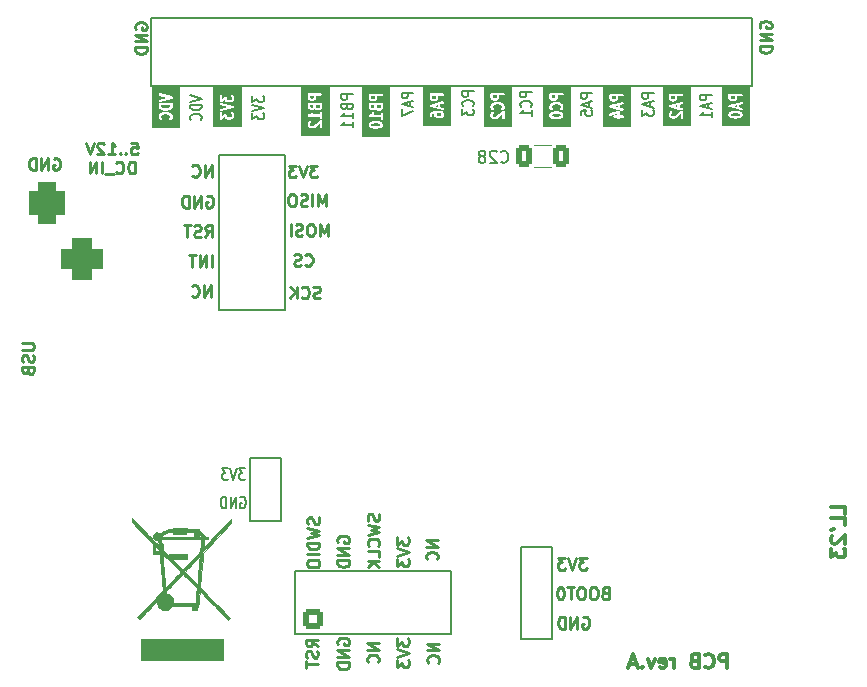
<source format=gbo>
G04 #@! TF.GenerationSoftware,KiCad,Pcbnew,7.0.5-4d25ed1034~172~ubuntu22.04.1*
G04 #@! TF.CreationDate,2023-06-04T18:10:59+03:00*
G04 #@! TF.ProjectId,STM32L475-protoboard,53544d33-324c-4343-9735-2d70726f746f,rev?*
G04 #@! TF.SameCoordinates,Original*
G04 #@! TF.FileFunction,Legend,Bot*
G04 #@! TF.FilePolarity,Positive*
%FSLAX46Y46*%
G04 Gerber Fmt 4.6, Leading zero omitted, Abs format (unit mm)*
G04 Created by KiCad (PCBNEW 7.0.5-4d25ed1034~172~ubuntu22.04.1) date 2023-06-04 18:10:59*
%MOMM*%
%LPD*%
G01*
G04 APERTURE LIST*
G04 Aperture macros list*
%AMRoundRect*
0 Rectangle with rounded corners*
0 $1 Rounding radius*
0 $2 $3 $4 $5 $6 $7 $8 $9 X,Y pos of 4 corners*
0 Add a 4 corners polygon primitive as box body*
4,1,4,$2,$3,$4,$5,$6,$7,$8,$9,$2,$3,0*
0 Add four circle primitives for the rounded corners*
1,1,$1+$1,$2,$3*
1,1,$1+$1,$4,$5*
1,1,$1+$1,$6,$7*
1,1,$1+$1,$8,$9*
0 Add four rect primitives between the rounded corners*
20,1,$1+$1,$2,$3,$4,$5,0*
20,1,$1+$1,$4,$5,$6,$7,0*
20,1,$1+$1,$6,$7,$8,$9,0*
20,1,$1+$1,$8,$9,$2,$3,0*%
G04 Aperture macros list end*
%ADD10C,0.150000*%
%ADD11C,0.250000*%
%ADD12C,0.300000*%
%ADD13C,0.200000*%
%ADD14C,0.010000*%
%ADD15C,0.120000*%
%ADD16RoundRect,0.250000X0.600000X-0.600000X0.600000X0.600000X-0.600000X0.600000X-0.600000X-0.600000X0*%
%ADD17C,1.700000*%
%ADD18C,0.600000*%
%ADD19O,2.400000X1.100000*%
%ADD20C,1.200000*%
%ADD21C,2.600000*%
%ADD22C,3.800000*%
%ADD23R,1.700000X1.700000*%
%ADD24O,1.700000X1.700000*%
%ADD25C,3.600000*%
%ADD26C,5.600000*%
%ADD27C,2.000000*%
%ADD28C,1.600000*%
%ADD29O,1.600000X1.600000*%
%ADD30R,3.500000X3.500000*%
%ADD31RoundRect,0.750000X-0.750000X-1.000000X0.750000X-1.000000X0.750000X1.000000X-0.750000X1.000000X0*%
%ADD32RoundRect,0.875000X-0.875000X-0.875000X0.875000X-0.875000X0.875000X0.875000X-0.875000X0.875000X0*%
%ADD33RoundRect,0.250000X0.412500X0.650000X-0.412500X0.650000X-0.412500X-0.650000X0.412500X-0.650000X0*%
G04 APERTURE END LIST*
D10*
X79850000Y-49385000D02*
X130750000Y-49385000D01*
X130750000Y-55175000D01*
X79850000Y-55175000D01*
X79850000Y-49385000D01*
X85590000Y-60985000D02*
X91200000Y-60985000D01*
X91200000Y-74145000D01*
X85590000Y-74145000D01*
X85590000Y-60985000D01*
X92030000Y-96255000D02*
X105260000Y-96255000D01*
X105260000Y-101615000D01*
X92030000Y-101615000D01*
X92030000Y-96255000D01*
X111200000Y-94245000D02*
X113800000Y-94245000D01*
X113800000Y-102045000D01*
X111200000Y-102045000D01*
X111200000Y-94245000D01*
X88200000Y-86655000D02*
X90860000Y-86655000D01*
X90860000Y-91985000D01*
X88200000Y-91985000D01*
X88200000Y-86655000D01*
D11*
X84910727Y-73028974D02*
X84910727Y-72028974D01*
X84910727Y-72028974D02*
X84339299Y-73028974D01*
X84339299Y-73028974D02*
X84339299Y-72028974D01*
X83291680Y-72933735D02*
X83339299Y-72981355D01*
X83339299Y-72981355D02*
X83482156Y-73028974D01*
X83482156Y-73028974D02*
X83577394Y-73028974D01*
X83577394Y-73028974D02*
X83720251Y-72981355D01*
X83720251Y-72981355D02*
X83815489Y-72886116D01*
X83815489Y-72886116D02*
X83863108Y-72790878D01*
X83863108Y-72790878D02*
X83910727Y-72600402D01*
X83910727Y-72600402D02*
X83910727Y-72457545D01*
X83910727Y-72457545D02*
X83863108Y-72267069D01*
X83863108Y-72267069D02*
X83815489Y-72171831D01*
X83815489Y-72171831D02*
X83720251Y-72076593D01*
X83720251Y-72076593D02*
X83577394Y-72028974D01*
X83577394Y-72028974D02*
X83482156Y-72028974D01*
X83482156Y-72028974D02*
X83339299Y-72076593D01*
X83339299Y-72076593D02*
X83291680Y-72124212D01*
X116738094Y-95124619D02*
X116119047Y-95124619D01*
X116119047Y-95124619D02*
X116452380Y-95505571D01*
X116452380Y-95505571D02*
X116309523Y-95505571D01*
X116309523Y-95505571D02*
X116214285Y-95553190D01*
X116214285Y-95553190D02*
X116166666Y-95600809D01*
X116166666Y-95600809D02*
X116119047Y-95696047D01*
X116119047Y-95696047D02*
X116119047Y-95934142D01*
X116119047Y-95934142D02*
X116166666Y-96029380D01*
X116166666Y-96029380D02*
X116214285Y-96077000D01*
X116214285Y-96077000D02*
X116309523Y-96124619D01*
X116309523Y-96124619D02*
X116595237Y-96124619D01*
X116595237Y-96124619D02*
X116690475Y-96077000D01*
X116690475Y-96077000D02*
X116738094Y-96029380D01*
X115833332Y-95124619D02*
X115499999Y-96124619D01*
X115499999Y-96124619D02*
X115166666Y-95124619D01*
X114928570Y-95124619D02*
X114309523Y-95124619D01*
X114309523Y-95124619D02*
X114642856Y-95505571D01*
X114642856Y-95505571D02*
X114499999Y-95505571D01*
X114499999Y-95505571D02*
X114404761Y-95553190D01*
X114404761Y-95553190D02*
X114357142Y-95600809D01*
X114357142Y-95600809D02*
X114309523Y-95696047D01*
X114309523Y-95696047D02*
X114309523Y-95934142D01*
X114309523Y-95934142D02*
X114357142Y-96029380D01*
X114357142Y-96029380D02*
X114404761Y-96077000D01*
X114404761Y-96077000D02*
X114499999Y-96124619D01*
X114499999Y-96124619D02*
X114785713Y-96124619D01*
X114785713Y-96124619D02*
X114880951Y-96077000D01*
X114880951Y-96077000D02*
X114928570Y-96029380D01*
X116411904Y-100172238D02*
X116507142Y-100124619D01*
X116507142Y-100124619D02*
X116649999Y-100124619D01*
X116649999Y-100124619D02*
X116792856Y-100172238D01*
X116792856Y-100172238D02*
X116888094Y-100267476D01*
X116888094Y-100267476D02*
X116935713Y-100362714D01*
X116935713Y-100362714D02*
X116983332Y-100553190D01*
X116983332Y-100553190D02*
X116983332Y-100696047D01*
X116983332Y-100696047D02*
X116935713Y-100886523D01*
X116935713Y-100886523D02*
X116888094Y-100981761D01*
X116888094Y-100981761D02*
X116792856Y-101077000D01*
X116792856Y-101077000D02*
X116649999Y-101124619D01*
X116649999Y-101124619D02*
X116554761Y-101124619D01*
X116554761Y-101124619D02*
X116411904Y-101077000D01*
X116411904Y-101077000D02*
X116364285Y-101029380D01*
X116364285Y-101029380D02*
X116364285Y-100696047D01*
X116364285Y-100696047D02*
X116554761Y-100696047D01*
X115935713Y-101124619D02*
X115935713Y-100124619D01*
X115935713Y-100124619D02*
X115364285Y-101124619D01*
X115364285Y-101124619D02*
X115364285Y-100124619D01*
X114888094Y-101124619D02*
X114888094Y-100124619D01*
X114888094Y-100124619D02*
X114649999Y-100124619D01*
X114649999Y-100124619D02*
X114507142Y-100172238D01*
X114507142Y-100172238D02*
X114411904Y-100267476D01*
X114411904Y-100267476D02*
X114364285Y-100362714D01*
X114364285Y-100362714D02*
X114316666Y-100553190D01*
X114316666Y-100553190D02*
X114316666Y-100696047D01*
X114316666Y-100696047D02*
X114364285Y-100886523D01*
X114364285Y-100886523D02*
X114411904Y-100981761D01*
X114411904Y-100981761D02*
X114507142Y-101077000D01*
X114507142Y-101077000D02*
X114649999Y-101124619D01*
X114649999Y-101124619D02*
X114888094Y-101124619D01*
X78547238Y-50363095D02*
X78499619Y-50267857D01*
X78499619Y-50267857D02*
X78499619Y-50125000D01*
X78499619Y-50125000D02*
X78547238Y-49982143D01*
X78547238Y-49982143D02*
X78642476Y-49886905D01*
X78642476Y-49886905D02*
X78737714Y-49839286D01*
X78737714Y-49839286D02*
X78928190Y-49791667D01*
X78928190Y-49791667D02*
X79071047Y-49791667D01*
X79071047Y-49791667D02*
X79261523Y-49839286D01*
X79261523Y-49839286D02*
X79356761Y-49886905D01*
X79356761Y-49886905D02*
X79452000Y-49982143D01*
X79452000Y-49982143D02*
X79499619Y-50125000D01*
X79499619Y-50125000D02*
X79499619Y-50220238D01*
X79499619Y-50220238D02*
X79452000Y-50363095D01*
X79452000Y-50363095D02*
X79404380Y-50410714D01*
X79404380Y-50410714D02*
X79071047Y-50410714D01*
X79071047Y-50410714D02*
X79071047Y-50220238D01*
X79499619Y-50839286D02*
X78499619Y-50839286D01*
X78499619Y-50839286D02*
X79499619Y-51410714D01*
X79499619Y-51410714D02*
X78499619Y-51410714D01*
X79499619Y-51886905D02*
X78499619Y-51886905D01*
X78499619Y-51886905D02*
X78499619Y-52125000D01*
X78499619Y-52125000D02*
X78547238Y-52267857D01*
X78547238Y-52267857D02*
X78642476Y-52363095D01*
X78642476Y-52363095D02*
X78737714Y-52410714D01*
X78737714Y-52410714D02*
X78928190Y-52458333D01*
X78928190Y-52458333D02*
X79071047Y-52458333D01*
X79071047Y-52458333D02*
X79261523Y-52410714D01*
X79261523Y-52410714D02*
X79356761Y-52363095D01*
X79356761Y-52363095D02*
X79452000Y-52267857D01*
X79452000Y-52267857D02*
X79499619Y-52125000D01*
X79499619Y-52125000D02*
X79499619Y-51886905D01*
D12*
X138639542Y-91382142D02*
X138639542Y-90810714D01*
X138639542Y-90810714D02*
X137439542Y-90810714D01*
X138639542Y-92353571D02*
X138639542Y-91782143D01*
X138639542Y-91782143D02*
X137439542Y-91782143D01*
X137439542Y-92810715D02*
X137668114Y-92696429D01*
X137553828Y-93267858D02*
X137496685Y-93325001D01*
X137496685Y-93325001D02*
X137439542Y-93439287D01*
X137439542Y-93439287D02*
X137439542Y-93725001D01*
X137439542Y-93725001D02*
X137496685Y-93839287D01*
X137496685Y-93839287D02*
X137553828Y-93896429D01*
X137553828Y-93896429D02*
X137668114Y-93953572D01*
X137668114Y-93953572D02*
X137782400Y-93953572D01*
X137782400Y-93953572D02*
X137953828Y-93896429D01*
X137953828Y-93896429D02*
X138639542Y-93210715D01*
X138639542Y-93210715D02*
X138639542Y-93953572D01*
X137439542Y-94353572D02*
X137439542Y-95096429D01*
X137439542Y-95096429D02*
X137896685Y-94696429D01*
X137896685Y-94696429D02*
X137896685Y-94867858D01*
X137896685Y-94867858D02*
X137953828Y-94982144D01*
X137953828Y-94982144D02*
X138010971Y-95039286D01*
X138010971Y-95039286D02*
X138125257Y-95096429D01*
X138125257Y-95096429D02*
X138410971Y-95096429D01*
X138410971Y-95096429D02*
X138525257Y-95039286D01*
X138525257Y-95039286D02*
X138582400Y-94982144D01*
X138582400Y-94982144D02*
X138639542Y-94867858D01*
X138639542Y-94867858D02*
X138639542Y-94525001D01*
X138639542Y-94525001D02*
X138582400Y-94410715D01*
X138582400Y-94410715D02*
X138525257Y-94353572D01*
D11*
X94052000Y-91705953D02*
X94099619Y-91848810D01*
X94099619Y-91848810D02*
X94099619Y-92086905D01*
X94099619Y-92086905D02*
X94052000Y-92182143D01*
X94052000Y-92182143D02*
X94004380Y-92229762D01*
X94004380Y-92229762D02*
X93909142Y-92277381D01*
X93909142Y-92277381D02*
X93813904Y-92277381D01*
X93813904Y-92277381D02*
X93718666Y-92229762D01*
X93718666Y-92229762D02*
X93671047Y-92182143D01*
X93671047Y-92182143D02*
X93623428Y-92086905D01*
X93623428Y-92086905D02*
X93575809Y-91896429D01*
X93575809Y-91896429D02*
X93528190Y-91801191D01*
X93528190Y-91801191D02*
X93480571Y-91753572D01*
X93480571Y-91753572D02*
X93385333Y-91705953D01*
X93385333Y-91705953D02*
X93290095Y-91705953D01*
X93290095Y-91705953D02*
X93194857Y-91753572D01*
X93194857Y-91753572D02*
X93147238Y-91801191D01*
X93147238Y-91801191D02*
X93099619Y-91896429D01*
X93099619Y-91896429D02*
X93099619Y-92134524D01*
X93099619Y-92134524D02*
X93147238Y-92277381D01*
X93099619Y-92610715D02*
X94099619Y-92848810D01*
X94099619Y-92848810D02*
X93385333Y-93039286D01*
X93385333Y-93039286D02*
X94099619Y-93229762D01*
X94099619Y-93229762D02*
X93099619Y-93467858D01*
X94099619Y-93848810D02*
X93099619Y-93848810D01*
X93099619Y-93848810D02*
X93099619Y-94086905D01*
X93099619Y-94086905D02*
X93147238Y-94229762D01*
X93147238Y-94229762D02*
X93242476Y-94325000D01*
X93242476Y-94325000D02*
X93337714Y-94372619D01*
X93337714Y-94372619D02*
X93528190Y-94420238D01*
X93528190Y-94420238D02*
X93671047Y-94420238D01*
X93671047Y-94420238D02*
X93861523Y-94372619D01*
X93861523Y-94372619D02*
X93956761Y-94325000D01*
X93956761Y-94325000D02*
X94052000Y-94229762D01*
X94052000Y-94229762D02*
X94099619Y-94086905D01*
X94099619Y-94086905D02*
X94099619Y-93848810D01*
X94099619Y-94848810D02*
X93099619Y-94848810D01*
X93099619Y-95515476D02*
X93099619Y-95705952D01*
X93099619Y-95705952D02*
X93147238Y-95801190D01*
X93147238Y-95801190D02*
X93242476Y-95896428D01*
X93242476Y-95896428D02*
X93432952Y-95944047D01*
X93432952Y-95944047D02*
X93766285Y-95944047D01*
X93766285Y-95944047D02*
X93956761Y-95896428D01*
X93956761Y-95896428D02*
X94052000Y-95801190D01*
X94052000Y-95801190D02*
X94099619Y-95705952D01*
X94099619Y-95705952D02*
X94099619Y-95515476D01*
X94099619Y-95515476D02*
X94052000Y-95420238D01*
X94052000Y-95420238D02*
X93956761Y-95325000D01*
X93956761Y-95325000D02*
X93766285Y-95277381D01*
X93766285Y-95277381D02*
X93432952Y-95277381D01*
X93432952Y-95277381D02*
X93242476Y-95325000D01*
X93242476Y-95325000D02*
X93147238Y-95420238D01*
X93147238Y-95420238D02*
X93099619Y-95515476D01*
X84985713Y-62860818D02*
X84985713Y-61860818D01*
X84985713Y-61860818D02*
X84414285Y-62860818D01*
X84414285Y-62860818D02*
X84414285Y-61860818D01*
X83366666Y-62765579D02*
X83414285Y-62813199D01*
X83414285Y-62813199D02*
X83557142Y-62860818D01*
X83557142Y-62860818D02*
X83652380Y-62860818D01*
X83652380Y-62860818D02*
X83795237Y-62813199D01*
X83795237Y-62813199D02*
X83890475Y-62717960D01*
X83890475Y-62717960D02*
X83938094Y-62622722D01*
X83938094Y-62622722D02*
X83985713Y-62432246D01*
X83985713Y-62432246D02*
X83985713Y-62289389D01*
X83985713Y-62289389D02*
X83938094Y-62098913D01*
X83938094Y-62098913D02*
X83890475Y-62003675D01*
X83890475Y-62003675D02*
X83795237Y-61908437D01*
X83795237Y-61908437D02*
X83652380Y-61860818D01*
X83652380Y-61860818D02*
X83557142Y-61860818D01*
X83557142Y-61860818D02*
X83414285Y-61908437D01*
X83414285Y-61908437D02*
X83366666Y-61956056D01*
D13*
X87429523Y-89994838D02*
X87505713Y-89947219D01*
X87505713Y-89947219D02*
X87619999Y-89947219D01*
X87619999Y-89947219D02*
X87734285Y-89994838D01*
X87734285Y-89994838D02*
X87810475Y-90090076D01*
X87810475Y-90090076D02*
X87848570Y-90185314D01*
X87848570Y-90185314D02*
X87886666Y-90375790D01*
X87886666Y-90375790D02*
X87886666Y-90518647D01*
X87886666Y-90518647D02*
X87848570Y-90709123D01*
X87848570Y-90709123D02*
X87810475Y-90804361D01*
X87810475Y-90804361D02*
X87734285Y-90899600D01*
X87734285Y-90899600D02*
X87619999Y-90947219D01*
X87619999Y-90947219D02*
X87543808Y-90947219D01*
X87543808Y-90947219D02*
X87429523Y-90899600D01*
X87429523Y-90899600D02*
X87391427Y-90851980D01*
X87391427Y-90851980D02*
X87391427Y-90518647D01*
X87391427Y-90518647D02*
X87543808Y-90518647D01*
X87048570Y-90947219D02*
X87048570Y-89947219D01*
X87048570Y-89947219D02*
X86591427Y-90947219D01*
X86591427Y-90947219D02*
X86591427Y-89947219D01*
X86210475Y-90947219D02*
X86210475Y-89947219D01*
X86210475Y-89947219D02*
X86019999Y-89947219D01*
X86019999Y-89947219D02*
X85905713Y-89994838D01*
X85905713Y-89994838D02*
X85829523Y-90090076D01*
X85829523Y-90090076D02*
X85791428Y-90185314D01*
X85791428Y-90185314D02*
X85753332Y-90375790D01*
X85753332Y-90375790D02*
X85753332Y-90518647D01*
X85753332Y-90518647D02*
X85791428Y-90709123D01*
X85791428Y-90709123D02*
X85829523Y-90804361D01*
X85829523Y-90804361D02*
X85905713Y-90899600D01*
X85905713Y-90899600D02*
X86019999Y-90947219D01*
X86019999Y-90947219D02*
X86210475Y-90947219D01*
D11*
X99149619Y-102339286D02*
X98149619Y-102339286D01*
X98149619Y-102339286D02*
X99149619Y-102910714D01*
X99149619Y-102910714D02*
X98149619Y-102910714D01*
X99054380Y-103958333D02*
X99102000Y-103910714D01*
X99102000Y-103910714D02*
X99149619Y-103767857D01*
X99149619Y-103767857D02*
X99149619Y-103672619D01*
X99149619Y-103672619D02*
X99102000Y-103529762D01*
X99102000Y-103529762D02*
X99006761Y-103434524D01*
X99006761Y-103434524D02*
X98911523Y-103386905D01*
X98911523Y-103386905D02*
X98721047Y-103339286D01*
X98721047Y-103339286D02*
X98578190Y-103339286D01*
X98578190Y-103339286D02*
X98387714Y-103386905D01*
X98387714Y-103386905D02*
X98292476Y-103434524D01*
X98292476Y-103434524D02*
X98197238Y-103529762D01*
X98197238Y-103529762D02*
X98149619Y-103672619D01*
X98149619Y-103672619D02*
X98149619Y-103767857D01*
X98149619Y-103767857D02*
X98197238Y-103910714D01*
X98197238Y-103910714D02*
X98244857Y-103958333D01*
D13*
X122432219Y-55791667D02*
X121432219Y-55791667D01*
X121432219Y-55791667D02*
X121432219Y-56096429D01*
X121432219Y-56096429D02*
X121479838Y-56172619D01*
X121479838Y-56172619D02*
X121527457Y-56210714D01*
X121527457Y-56210714D02*
X121622695Y-56248810D01*
X121622695Y-56248810D02*
X121765552Y-56248810D01*
X121765552Y-56248810D02*
X121860790Y-56210714D01*
X121860790Y-56210714D02*
X121908409Y-56172619D01*
X121908409Y-56172619D02*
X121956028Y-56096429D01*
X121956028Y-56096429D02*
X121956028Y-55791667D01*
X122146504Y-56553571D02*
X122146504Y-56934524D01*
X122432219Y-56477381D02*
X121432219Y-56744048D01*
X121432219Y-56744048D02*
X122432219Y-57010714D01*
X121432219Y-57201190D02*
X121432219Y-57696428D01*
X121432219Y-57696428D02*
X121813171Y-57429762D01*
X121813171Y-57429762D02*
X121813171Y-57544047D01*
X121813171Y-57544047D02*
X121860790Y-57620238D01*
X121860790Y-57620238D02*
X121908409Y-57658333D01*
X121908409Y-57658333D02*
X122003647Y-57696428D01*
X122003647Y-57696428D02*
X122241742Y-57696428D01*
X122241742Y-57696428D02*
X122336980Y-57658333D01*
X122336980Y-57658333D02*
X122384600Y-57620238D01*
X122384600Y-57620238D02*
X122432219Y-57544047D01*
X122432219Y-57544047D02*
X122432219Y-57315476D01*
X122432219Y-57315476D02*
X122384600Y-57239285D01*
X122384600Y-57239285D02*
X122336980Y-57201190D01*
X127332219Y-55931667D02*
X126332219Y-55931667D01*
X126332219Y-55931667D02*
X126332219Y-56236429D01*
X126332219Y-56236429D02*
X126379838Y-56312619D01*
X126379838Y-56312619D02*
X126427457Y-56350714D01*
X126427457Y-56350714D02*
X126522695Y-56388810D01*
X126522695Y-56388810D02*
X126665552Y-56388810D01*
X126665552Y-56388810D02*
X126760790Y-56350714D01*
X126760790Y-56350714D02*
X126808409Y-56312619D01*
X126808409Y-56312619D02*
X126856028Y-56236429D01*
X126856028Y-56236429D02*
X126856028Y-55931667D01*
X127046504Y-56693571D02*
X127046504Y-57074524D01*
X127332219Y-56617381D02*
X126332219Y-56884048D01*
X126332219Y-56884048D02*
X127332219Y-57150714D01*
X127332219Y-57836428D02*
X127332219Y-57379285D01*
X127332219Y-57607857D02*
X126332219Y-57607857D01*
X126332219Y-57607857D02*
X126475076Y-57531666D01*
X126475076Y-57531666D02*
X126570314Y-57455476D01*
X126570314Y-57455476D02*
X126617933Y-57379285D01*
D11*
X131447238Y-50263095D02*
X131399619Y-50167857D01*
X131399619Y-50167857D02*
X131399619Y-50025000D01*
X131399619Y-50025000D02*
X131447238Y-49882143D01*
X131447238Y-49882143D02*
X131542476Y-49786905D01*
X131542476Y-49786905D02*
X131637714Y-49739286D01*
X131637714Y-49739286D02*
X131828190Y-49691667D01*
X131828190Y-49691667D02*
X131971047Y-49691667D01*
X131971047Y-49691667D02*
X132161523Y-49739286D01*
X132161523Y-49739286D02*
X132256761Y-49786905D01*
X132256761Y-49786905D02*
X132352000Y-49882143D01*
X132352000Y-49882143D02*
X132399619Y-50025000D01*
X132399619Y-50025000D02*
X132399619Y-50120238D01*
X132399619Y-50120238D02*
X132352000Y-50263095D01*
X132352000Y-50263095D02*
X132304380Y-50310714D01*
X132304380Y-50310714D02*
X131971047Y-50310714D01*
X131971047Y-50310714D02*
X131971047Y-50120238D01*
X132399619Y-50739286D02*
X131399619Y-50739286D01*
X131399619Y-50739286D02*
X132399619Y-51310714D01*
X132399619Y-51310714D02*
X131399619Y-51310714D01*
X132399619Y-51786905D02*
X131399619Y-51786905D01*
X131399619Y-51786905D02*
X131399619Y-52025000D01*
X131399619Y-52025000D02*
X131447238Y-52167857D01*
X131447238Y-52167857D02*
X131542476Y-52263095D01*
X131542476Y-52263095D02*
X131637714Y-52310714D01*
X131637714Y-52310714D02*
X131828190Y-52358333D01*
X131828190Y-52358333D02*
X131971047Y-52358333D01*
X131971047Y-52358333D02*
X132161523Y-52310714D01*
X132161523Y-52310714D02*
X132256761Y-52263095D01*
X132256761Y-52263095D02*
X132352000Y-52167857D01*
X132352000Y-52167857D02*
X132399619Y-52025000D01*
X132399619Y-52025000D02*
X132399619Y-51786905D01*
D13*
X87830476Y-87527219D02*
X87335238Y-87527219D01*
X87335238Y-87527219D02*
X87601904Y-87908171D01*
X87601904Y-87908171D02*
X87487619Y-87908171D01*
X87487619Y-87908171D02*
X87411428Y-87955790D01*
X87411428Y-87955790D02*
X87373333Y-88003409D01*
X87373333Y-88003409D02*
X87335238Y-88098647D01*
X87335238Y-88098647D02*
X87335238Y-88336742D01*
X87335238Y-88336742D02*
X87373333Y-88431980D01*
X87373333Y-88431980D02*
X87411428Y-88479600D01*
X87411428Y-88479600D02*
X87487619Y-88527219D01*
X87487619Y-88527219D02*
X87716190Y-88527219D01*
X87716190Y-88527219D02*
X87792381Y-88479600D01*
X87792381Y-88479600D02*
X87830476Y-88431980D01*
X87106666Y-87527219D02*
X86839999Y-88527219D01*
X86839999Y-88527219D02*
X86573333Y-87527219D01*
X86382857Y-87527219D02*
X85887619Y-87527219D01*
X85887619Y-87527219D02*
X86154285Y-87908171D01*
X86154285Y-87908171D02*
X86040000Y-87908171D01*
X86040000Y-87908171D02*
X85963809Y-87955790D01*
X85963809Y-87955790D02*
X85925714Y-88003409D01*
X85925714Y-88003409D02*
X85887619Y-88098647D01*
X85887619Y-88098647D02*
X85887619Y-88336742D01*
X85887619Y-88336742D02*
X85925714Y-88431980D01*
X85925714Y-88431980D02*
X85963809Y-88479600D01*
X85963809Y-88479600D02*
X86040000Y-88527219D01*
X86040000Y-88527219D02*
X86268571Y-88527219D01*
X86268571Y-88527219D02*
X86344762Y-88479600D01*
X86344762Y-88479600D02*
X86382857Y-88431980D01*
G36*
X94132220Y-56969194D02*
G01*
X94108828Y-57006619D01*
X94086084Y-57024814D01*
X94022485Y-57050255D01*
X93918145Y-57050255D01*
X93854545Y-57024814D01*
X93838489Y-57011969D01*
X93808410Y-56939779D01*
X93808410Y-56793112D01*
X94132220Y-56793112D01*
X94132220Y-56969194D01*
G37*
G36*
X93608410Y-56931097D02*
G01*
X93585019Y-56968523D01*
X93562274Y-56986719D01*
X93498675Y-57012159D01*
X93441954Y-57012159D01*
X93378356Y-56986719D01*
X93355609Y-56968522D01*
X93332220Y-56931098D01*
X93332220Y-56793112D01*
X93608410Y-56793112D01*
X93608410Y-56931097D01*
G37*
G36*
X93656029Y-56169194D02*
G01*
X93632638Y-56206618D01*
X93609892Y-56224814D01*
X93546295Y-56250255D01*
X93441955Y-56250255D01*
X93378355Y-56224814D01*
X93355609Y-56206617D01*
X93332220Y-56169194D01*
X93332220Y-55993112D01*
X93656029Y-55993112D01*
X93656029Y-56169194D01*
G37*
G36*
X94972858Y-59439303D02*
G01*
X92587144Y-59439303D01*
X92587144Y-58332520D01*
X93128006Y-58332520D01*
X93132220Y-58346229D01*
X93132220Y-58521018D01*
X93131858Y-58549783D01*
X93140139Y-58563033D01*
X93144543Y-58578030D01*
X93155382Y-58587422D01*
X93188815Y-58640916D01*
X93194441Y-58657618D01*
X93215340Y-58674338D01*
X93235353Y-58692125D01*
X93238115Y-58692557D01*
X93254104Y-58705348D01*
X93263056Y-58717912D01*
X93289905Y-58728651D01*
X93316687Y-58739633D01*
X93317147Y-58739548D01*
X93376677Y-58763360D01*
X93393333Y-58774064D01*
X93417942Y-58774064D01*
X93442450Y-58776397D01*
X93446972Y-58774064D01*
X93502278Y-58774064D01*
X93515329Y-58778253D01*
X93531038Y-58774064D01*
X93532313Y-58774064D01*
X93544920Y-58770362D01*
X93678953Y-58734620D01*
X93700332Y-58732399D01*
X93718234Y-58718077D01*
X93737826Y-58706167D01*
X93740830Y-58699999D01*
X94132220Y-58386888D01*
X94132220Y-58688443D01*
X94144543Y-58730411D01*
X94188925Y-58768868D01*
X94247052Y-58777225D01*
X94300471Y-58752830D01*
X94332220Y-58703427D01*
X94332220Y-58180802D01*
X94333296Y-58153410D01*
X94324681Y-58138772D01*
X94319897Y-58122479D01*
X94310091Y-58113982D01*
X94303510Y-58102800D01*
X94288350Y-58095143D01*
X94275515Y-58084022D01*
X94262672Y-58082175D01*
X94251090Y-58076326D01*
X94234196Y-58078081D01*
X94217388Y-58075665D01*
X94205585Y-58081054D01*
X94192679Y-58082396D01*
X94179417Y-58093004D01*
X94163969Y-58100060D01*
X94156953Y-58110976D01*
X93614726Y-58544758D01*
X93504828Y-58574064D01*
X93441954Y-58574064D01*
X93378356Y-58548624D01*
X93355609Y-58530427D01*
X93332220Y-58493003D01*
X93332220Y-58359886D01*
X93355611Y-58322460D01*
X93401157Y-58286024D01*
X93426230Y-58250184D01*
X93428534Y-58191504D01*
X93398747Y-58140894D01*
X93346327Y-58114421D01*
X93287916Y-58120491D01*
X93226537Y-58169595D01*
X93210602Y-58177117D01*
X93196416Y-58199813D01*
X93181068Y-58221753D01*
X93180958Y-58224546D01*
X93147750Y-58277677D01*
X93132220Y-58301844D01*
X93132220Y-58317469D01*
X93128006Y-58332520D01*
X92587144Y-58332520D01*
X92587144Y-57690001D01*
X93128195Y-57690001D01*
X93129679Y-57694103D01*
X93129059Y-57698420D01*
X93139567Y-57721431D01*
X93148176Y-57745222D01*
X93151641Y-57747869D01*
X93153454Y-57751839D01*
X93174737Y-57765516D01*
X93194839Y-57780876D01*
X93199187Y-57781230D01*
X93202857Y-57783588D01*
X93228152Y-57783588D01*
X93253371Y-57785641D01*
X93257220Y-57783588D01*
X94132220Y-57783588D01*
X94132220Y-57926538D01*
X94144543Y-57968506D01*
X94188925Y-58006963D01*
X94247052Y-58015320D01*
X94300471Y-57990925D01*
X94332220Y-57941522D01*
X94332220Y-57690742D01*
X94335381Y-57668756D01*
X94332220Y-57661834D01*
X94332220Y-57440637D01*
X94319897Y-57398669D01*
X94275515Y-57360212D01*
X94217388Y-57351855D01*
X94163969Y-57376250D01*
X94132220Y-57425653D01*
X94132220Y-57583588D01*
X93555713Y-57583588D01*
X93569086Y-57564472D01*
X93569195Y-57561677D01*
X93610355Y-57495822D01*
X93622148Y-57453702D01*
X93604894Y-57397568D01*
X93560031Y-57359674D01*
X93501803Y-57352050D01*
X93448696Y-57377116D01*
X93394543Y-57463761D01*
X93319842Y-57523521D01*
X93194208Y-57590527D01*
X93175873Y-57595911D01*
X93159307Y-57615029D01*
X93141242Y-57632742D01*
X93140272Y-57636996D01*
X93137416Y-57640293D01*
X93133816Y-57665331D01*
X93128195Y-57690001D01*
X92587144Y-57690001D01*
X92587144Y-56707944D01*
X93129059Y-56707944D01*
X93132220Y-56714865D01*
X93132220Y-56959113D01*
X93131858Y-56987878D01*
X93140139Y-57001128D01*
X93144543Y-57016125D01*
X93155382Y-57025517D01*
X93188815Y-57079011D01*
X93194441Y-57095713D01*
X93215340Y-57112433D01*
X93235353Y-57130220D01*
X93238115Y-57130652D01*
X93254104Y-57143443D01*
X93263056Y-57156007D01*
X93289905Y-57166746D01*
X93316687Y-57177728D01*
X93317147Y-57177643D01*
X93376677Y-57201455D01*
X93393333Y-57212159D01*
X93417942Y-57212159D01*
X93442450Y-57214492D01*
X93446972Y-57212159D01*
X93508369Y-57212159D01*
X93527810Y-57215912D01*
X93550662Y-57206771D01*
X93574281Y-57199836D01*
X93577612Y-57195991D01*
X93637369Y-57172088D01*
X93652713Y-57170494D01*
X93675285Y-57152436D01*
X93684683Y-57145049D01*
X93685103Y-57145386D01*
X93696768Y-57159799D01*
X93707591Y-57163376D01*
X93730293Y-57181538D01*
X93739245Y-57194101D01*
X93766066Y-57204829D01*
X93792877Y-57215823D01*
X93793337Y-57215738D01*
X93852866Y-57239550D01*
X93869523Y-57250255D01*
X93894132Y-57250255D01*
X93918640Y-57252588D01*
X93923162Y-57250255D01*
X94032177Y-57250255D01*
X94051620Y-57254008D01*
X94074472Y-57244866D01*
X94098090Y-57237932D01*
X94101422Y-57234086D01*
X94161178Y-57210183D01*
X94176521Y-57208589D01*
X94199084Y-57190538D01*
X94221861Y-57172638D01*
X94222014Y-57172195D01*
X94237900Y-57159486D01*
X94253838Y-57151964D01*
X94268020Y-57129272D01*
X94283372Y-57107330D01*
X94283481Y-57104534D01*
X94316689Y-57051403D01*
X94332220Y-57027237D01*
X94332219Y-57011611D01*
X94336434Y-56996561D01*
X94332220Y-56982851D01*
X94332220Y-56700266D01*
X94335381Y-56678280D01*
X94326154Y-56658076D01*
X94319897Y-56636765D01*
X94314146Y-56631782D01*
X94310986Y-56624861D01*
X94292300Y-56612852D01*
X94275515Y-56598308D01*
X94267983Y-56597225D01*
X94261583Y-56593112D01*
X94239374Y-56593112D01*
X94217388Y-56589951D01*
X94210466Y-56593112D01*
X93715564Y-56593112D01*
X93693578Y-56589951D01*
X93686656Y-56593112D01*
X93239374Y-56593112D01*
X93217388Y-56589951D01*
X93197184Y-56599177D01*
X93175873Y-56605435D01*
X93170890Y-56611185D01*
X93163969Y-56614346D01*
X93151960Y-56633031D01*
X93137416Y-56649817D01*
X93136333Y-56657348D01*
X93132220Y-56663749D01*
X93132220Y-56685957D01*
X93129059Y-56707944D01*
X92587144Y-56707944D01*
X92587144Y-55907944D01*
X93129059Y-55907944D01*
X93132220Y-55914865D01*
X93132220Y-56197209D01*
X93131858Y-56225974D01*
X93140139Y-56239224D01*
X93144543Y-56254221D01*
X93155382Y-56263613D01*
X93188815Y-56317106D01*
X93194441Y-56333808D01*
X93215340Y-56350528D01*
X93235353Y-56368315D01*
X93238115Y-56368747D01*
X93254103Y-56381538D01*
X93263055Y-56394101D01*
X93289876Y-56404829D01*
X93316687Y-56415823D01*
X93317147Y-56415738D01*
X93376676Y-56439550D01*
X93393333Y-56450255D01*
X93417942Y-56450255D01*
X93442450Y-56452588D01*
X93446972Y-56450255D01*
X93555987Y-56450255D01*
X93575430Y-56454008D01*
X93598282Y-56444866D01*
X93621900Y-56437932D01*
X93625232Y-56434086D01*
X93684987Y-56410183D01*
X93700332Y-56408589D01*
X93722919Y-56390518D01*
X93745671Y-56372638D01*
X93745824Y-56372195D01*
X93761711Y-56359485D01*
X93777647Y-56351964D01*
X93791831Y-56329268D01*
X93807181Y-56307329D01*
X93807290Y-56304534D01*
X93840498Y-56251403D01*
X93856029Y-56227237D01*
X93856029Y-56211611D01*
X93860243Y-56196561D01*
X93856029Y-56182851D01*
X93856029Y-55993112D01*
X94246599Y-55993112D01*
X94288567Y-55980789D01*
X94327024Y-55936407D01*
X94335381Y-55878280D01*
X94310986Y-55824861D01*
X94261583Y-55793112D01*
X93763183Y-55793112D01*
X93741197Y-55789951D01*
X93734275Y-55793112D01*
X93239374Y-55793112D01*
X93217388Y-55789951D01*
X93197184Y-55799177D01*
X93175873Y-55805435D01*
X93170890Y-55811185D01*
X93163969Y-55814346D01*
X93151960Y-55833031D01*
X93137416Y-55849817D01*
X93136333Y-55857348D01*
X93132220Y-55863749D01*
X93132220Y-55885957D01*
X93129059Y-55907944D01*
X92587144Y-55907944D01*
X92587144Y-55089779D01*
X94972858Y-55089779D01*
X94972858Y-59439303D01*
G37*
D11*
X118283333Y-98100809D02*
X118140476Y-98148428D01*
X118140476Y-98148428D02*
X118092857Y-98196047D01*
X118092857Y-98196047D02*
X118045238Y-98291285D01*
X118045238Y-98291285D02*
X118045238Y-98434142D01*
X118045238Y-98434142D02*
X118092857Y-98529380D01*
X118092857Y-98529380D02*
X118140476Y-98577000D01*
X118140476Y-98577000D02*
X118235714Y-98624619D01*
X118235714Y-98624619D02*
X118616666Y-98624619D01*
X118616666Y-98624619D02*
X118616666Y-97624619D01*
X118616666Y-97624619D02*
X118283333Y-97624619D01*
X118283333Y-97624619D02*
X118188095Y-97672238D01*
X118188095Y-97672238D02*
X118140476Y-97719857D01*
X118140476Y-97719857D02*
X118092857Y-97815095D01*
X118092857Y-97815095D02*
X118092857Y-97910333D01*
X118092857Y-97910333D02*
X118140476Y-98005571D01*
X118140476Y-98005571D02*
X118188095Y-98053190D01*
X118188095Y-98053190D02*
X118283333Y-98100809D01*
X118283333Y-98100809D02*
X118616666Y-98100809D01*
X117426190Y-97624619D02*
X117235714Y-97624619D01*
X117235714Y-97624619D02*
X117140476Y-97672238D01*
X117140476Y-97672238D02*
X117045238Y-97767476D01*
X117045238Y-97767476D02*
X116997619Y-97957952D01*
X116997619Y-97957952D02*
X116997619Y-98291285D01*
X116997619Y-98291285D02*
X117045238Y-98481761D01*
X117045238Y-98481761D02*
X117140476Y-98577000D01*
X117140476Y-98577000D02*
X117235714Y-98624619D01*
X117235714Y-98624619D02*
X117426190Y-98624619D01*
X117426190Y-98624619D02*
X117521428Y-98577000D01*
X117521428Y-98577000D02*
X117616666Y-98481761D01*
X117616666Y-98481761D02*
X117664285Y-98291285D01*
X117664285Y-98291285D02*
X117664285Y-97957952D01*
X117664285Y-97957952D02*
X117616666Y-97767476D01*
X117616666Y-97767476D02*
X117521428Y-97672238D01*
X117521428Y-97672238D02*
X117426190Y-97624619D01*
X116378571Y-97624619D02*
X116188095Y-97624619D01*
X116188095Y-97624619D02*
X116092857Y-97672238D01*
X116092857Y-97672238D02*
X115997619Y-97767476D01*
X115997619Y-97767476D02*
X115950000Y-97957952D01*
X115950000Y-97957952D02*
X115950000Y-98291285D01*
X115950000Y-98291285D02*
X115997619Y-98481761D01*
X115997619Y-98481761D02*
X116092857Y-98577000D01*
X116092857Y-98577000D02*
X116188095Y-98624619D01*
X116188095Y-98624619D02*
X116378571Y-98624619D01*
X116378571Y-98624619D02*
X116473809Y-98577000D01*
X116473809Y-98577000D02*
X116569047Y-98481761D01*
X116569047Y-98481761D02*
X116616666Y-98291285D01*
X116616666Y-98291285D02*
X116616666Y-97957952D01*
X116616666Y-97957952D02*
X116569047Y-97767476D01*
X116569047Y-97767476D02*
X116473809Y-97672238D01*
X116473809Y-97672238D02*
X116378571Y-97624619D01*
X115664285Y-97624619D02*
X115092857Y-97624619D01*
X115378571Y-98624619D02*
X115378571Y-97624619D01*
X114569047Y-97624619D02*
X114473809Y-97624619D01*
X114473809Y-97624619D02*
X114378571Y-97672238D01*
X114378571Y-97672238D02*
X114330952Y-97719857D01*
X114330952Y-97719857D02*
X114283333Y-97815095D01*
X114283333Y-97815095D02*
X114235714Y-98005571D01*
X114235714Y-98005571D02*
X114235714Y-98243666D01*
X114235714Y-98243666D02*
X114283333Y-98434142D01*
X114283333Y-98434142D02*
X114330952Y-98529380D01*
X114330952Y-98529380D02*
X114378571Y-98577000D01*
X114378571Y-98577000D02*
X114473809Y-98624619D01*
X114473809Y-98624619D02*
X114569047Y-98624619D01*
X114569047Y-98624619D02*
X114664285Y-98577000D01*
X114664285Y-98577000D02*
X114711904Y-98529380D01*
X114711904Y-98529380D02*
X114759523Y-98434142D01*
X114759523Y-98434142D02*
X114807142Y-98243666D01*
X114807142Y-98243666D02*
X114807142Y-98005571D01*
X114807142Y-98005571D02*
X114759523Y-97815095D01*
X114759523Y-97815095D02*
X114711904Y-97719857D01*
X114711904Y-97719857D02*
X114664285Y-97672238D01*
X114664285Y-97672238D02*
X114569047Y-97624619D01*
X100699619Y-93386905D02*
X100699619Y-94005952D01*
X100699619Y-94005952D02*
X101080571Y-93672619D01*
X101080571Y-93672619D02*
X101080571Y-93815476D01*
X101080571Y-93815476D02*
X101128190Y-93910714D01*
X101128190Y-93910714D02*
X101175809Y-93958333D01*
X101175809Y-93958333D02*
X101271047Y-94005952D01*
X101271047Y-94005952D02*
X101509142Y-94005952D01*
X101509142Y-94005952D02*
X101604380Y-93958333D01*
X101604380Y-93958333D02*
X101652000Y-93910714D01*
X101652000Y-93910714D02*
X101699619Y-93815476D01*
X101699619Y-93815476D02*
X101699619Y-93529762D01*
X101699619Y-93529762D02*
X101652000Y-93434524D01*
X101652000Y-93434524D02*
X101604380Y-93386905D01*
X100699619Y-94291667D02*
X101699619Y-94625000D01*
X101699619Y-94625000D02*
X100699619Y-94958333D01*
X100699619Y-95196429D02*
X100699619Y-95815476D01*
X100699619Y-95815476D02*
X101080571Y-95482143D01*
X101080571Y-95482143D02*
X101080571Y-95625000D01*
X101080571Y-95625000D02*
X101128190Y-95720238D01*
X101128190Y-95720238D02*
X101175809Y-95767857D01*
X101175809Y-95767857D02*
X101271047Y-95815476D01*
X101271047Y-95815476D02*
X101509142Y-95815476D01*
X101509142Y-95815476D02*
X101604380Y-95767857D01*
X101604380Y-95767857D02*
X101652000Y-95720238D01*
X101652000Y-95720238D02*
X101699619Y-95625000D01*
X101699619Y-95625000D02*
X101699619Y-95339286D01*
X101699619Y-95339286D02*
X101652000Y-95244048D01*
X101652000Y-95244048D02*
X101604380Y-95196429D01*
X94821427Y-67874619D02*
X94821427Y-66874619D01*
X94821427Y-66874619D02*
X94488094Y-67588904D01*
X94488094Y-67588904D02*
X94154761Y-66874619D01*
X94154761Y-66874619D02*
X94154761Y-67874619D01*
X93488094Y-66874619D02*
X93297618Y-66874619D01*
X93297618Y-66874619D02*
X93202380Y-66922238D01*
X93202380Y-66922238D02*
X93107142Y-67017476D01*
X93107142Y-67017476D02*
X93059523Y-67207952D01*
X93059523Y-67207952D02*
X93059523Y-67541285D01*
X93059523Y-67541285D02*
X93107142Y-67731761D01*
X93107142Y-67731761D02*
X93202380Y-67827000D01*
X93202380Y-67827000D02*
X93297618Y-67874619D01*
X93297618Y-67874619D02*
X93488094Y-67874619D01*
X93488094Y-67874619D02*
X93583332Y-67827000D01*
X93583332Y-67827000D02*
X93678570Y-67731761D01*
X93678570Y-67731761D02*
X93726189Y-67541285D01*
X93726189Y-67541285D02*
X93726189Y-67207952D01*
X93726189Y-67207952D02*
X93678570Y-67017476D01*
X93678570Y-67017476D02*
X93583332Y-66922238D01*
X93583332Y-66922238D02*
X93488094Y-66874619D01*
X92678570Y-67827000D02*
X92535713Y-67874619D01*
X92535713Y-67874619D02*
X92297618Y-67874619D01*
X92297618Y-67874619D02*
X92202380Y-67827000D01*
X92202380Y-67827000D02*
X92154761Y-67779380D01*
X92154761Y-67779380D02*
X92107142Y-67684142D01*
X92107142Y-67684142D02*
X92107142Y-67588904D01*
X92107142Y-67588904D02*
X92154761Y-67493666D01*
X92154761Y-67493666D02*
X92202380Y-67446047D01*
X92202380Y-67446047D02*
X92297618Y-67398428D01*
X92297618Y-67398428D02*
X92488094Y-67350809D01*
X92488094Y-67350809D02*
X92583332Y-67303190D01*
X92583332Y-67303190D02*
X92630951Y-67255571D01*
X92630951Y-67255571D02*
X92678570Y-67160333D01*
X92678570Y-67160333D02*
X92678570Y-67065095D01*
X92678570Y-67065095D02*
X92630951Y-66969857D01*
X92630951Y-66969857D02*
X92583332Y-66922238D01*
X92583332Y-66922238D02*
X92488094Y-66874619D01*
X92488094Y-66874619D02*
X92249999Y-66874619D01*
X92249999Y-66874619D02*
X92107142Y-66922238D01*
X91678570Y-67874619D02*
X91678570Y-66874619D01*
D13*
G36*
X87524326Y-58692619D02*
G01*
X85138612Y-58692619D01*
X85138612Y-56696083D01*
X85680189Y-56696083D01*
X85689996Y-56753984D01*
X85729550Y-56797391D01*
X86395583Y-56974999D01*
X85744028Y-57148747D01*
X85706653Y-57171468D01*
X85680930Y-57224260D01*
X85687832Y-57282578D01*
X85725167Y-57327908D01*
X85752203Y-57336585D01*
X85715437Y-57353376D01*
X85683688Y-57402779D01*
X85683688Y-57922204D01*
X85681193Y-57946278D01*
X85690314Y-57964326D01*
X85696011Y-57983727D01*
X85703319Y-57990059D01*
X85707681Y-57998690D01*
X85725110Y-58008941D01*
X85740393Y-58022184D01*
X85749964Y-58023560D01*
X85758300Y-58028463D01*
X85778507Y-58027663D01*
X85798520Y-58030541D01*
X85807315Y-58026524D01*
X85816979Y-58026142D01*
X85833544Y-58014546D01*
X85851939Y-58006146D01*
X85857167Y-57998009D01*
X86085138Y-57838430D01*
X86087802Y-57840738D01*
X86121235Y-57894232D01*
X86126861Y-57910934D01*
X86147760Y-57927654D01*
X86167773Y-57945441D01*
X86170535Y-57945873D01*
X86186524Y-57958664D01*
X86195476Y-57971228D01*
X86222325Y-57981967D01*
X86249107Y-57992949D01*
X86249567Y-57992864D01*
X86309097Y-58016676D01*
X86325753Y-58027380D01*
X86350362Y-58027380D01*
X86374870Y-58029713D01*
X86379392Y-58027380D01*
X86583646Y-58027380D01*
X86603087Y-58031133D01*
X86625939Y-58021992D01*
X86649558Y-58015057D01*
X86652889Y-58011212D01*
X86712647Y-57987309D01*
X86727989Y-57985715D01*
X86750536Y-57967677D01*
X86773328Y-57949765D01*
X86773481Y-57949321D01*
X86789369Y-57936611D01*
X86805307Y-57929089D01*
X86819489Y-57906397D01*
X86834840Y-57884456D01*
X86834949Y-57881660D01*
X86868140Y-57828554D01*
X86883688Y-57804362D01*
X86883688Y-57788735D01*
X86887902Y-57773685D01*
X86883688Y-57759975D01*
X86883688Y-57547092D01*
X86884050Y-57518328D01*
X86875768Y-57505077D01*
X86871365Y-57490081D01*
X86860525Y-57480688D01*
X86827092Y-57427196D01*
X86821467Y-57410492D01*
X86800563Y-57393769D01*
X86780555Y-57375986D01*
X86777791Y-57375553D01*
X86739689Y-57345072D01*
X86699219Y-57328478D01*
X86641464Y-57339111D01*
X86598628Y-57379281D01*
X86584307Y-57436234D01*
X86603052Y-57491887D01*
X86660297Y-57537682D01*
X86683688Y-57575107D01*
X86683688Y-57746318D01*
X86660296Y-57783745D01*
X86637552Y-57801939D01*
X86573952Y-57827380D01*
X86374374Y-57827380D01*
X86310776Y-57801940D01*
X86288029Y-57783743D01*
X86264640Y-57746319D01*
X86264640Y-57665889D01*
X86267135Y-57641816D01*
X86258013Y-57623767D01*
X86252317Y-57604367D01*
X86245008Y-57598034D01*
X86240647Y-57589404D01*
X86223217Y-57579152D01*
X86207935Y-57565910D01*
X86198363Y-57564533D01*
X86190028Y-57559631D01*
X86169820Y-57560430D01*
X86149808Y-57557553D01*
X86141012Y-57561569D01*
X86131349Y-57561952D01*
X86114783Y-57573547D01*
X86096389Y-57581948D01*
X86091160Y-57590084D01*
X85883688Y-57735314D01*
X85883688Y-57417763D01*
X85871365Y-57375795D01*
X85826983Y-57337338D01*
X85817912Y-57336033D01*
X86798020Y-57074672D01*
X86815541Y-57074235D01*
X86837762Y-57059156D01*
X86860724Y-57045198D01*
X86861905Y-57042774D01*
X86864135Y-57041261D01*
X86874674Y-57016568D01*
X86886447Y-56992406D01*
X86886129Y-56989726D01*
X86887187Y-56987250D01*
X86882703Y-56960777D01*
X86879544Y-56934088D01*
X86877830Y-56932007D01*
X86877380Y-56929349D01*
X86859290Y-56909497D01*
X86842209Y-56888758D01*
X86839640Y-56887933D01*
X86837826Y-56885942D01*
X86811875Y-56879021D01*
X86786294Y-56870811D01*
X86783689Y-56871505D01*
X85795561Y-56608005D01*
X85751835Y-56609098D01*
X85703241Y-56642072D01*
X85680189Y-56696083D01*
X85138612Y-56696083D01*
X85138612Y-56498659D01*
X85681193Y-56498659D01*
X85690314Y-56516707D01*
X85696011Y-56536108D01*
X85703319Y-56542440D01*
X85707681Y-56551071D01*
X85725110Y-56561322D01*
X85740393Y-56574565D01*
X85749964Y-56575941D01*
X85758300Y-56580844D01*
X85778507Y-56580044D01*
X85798520Y-56582922D01*
X85807315Y-56578905D01*
X85816979Y-56578523D01*
X85833544Y-56566927D01*
X85851939Y-56558527D01*
X85857167Y-56550390D01*
X86085138Y-56390811D01*
X86087802Y-56393119D01*
X86121235Y-56446613D01*
X86126861Y-56463315D01*
X86147760Y-56480035D01*
X86167773Y-56497822D01*
X86170535Y-56498254D01*
X86186524Y-56511045D01*
X86195476Y-56523609D01*
X86222325Y-56534348D01*
X86249107Y-56545330D01*
X86249567Y-56545245D01*
X86309097Y-56569057D01*
X86325753Y-56579761D01*
X86350362Y-56579761D01*
X86374870Y-56582094D01*
X86379392Y-56579761D01*
X86583646Y-56579761D01*
X86603087Y-56583514D01*
X86625939Y-56574373D01*
X86649558Y-56567438D01*
X86652889Y-56563593D01*
X86712647Y-56539690D01*
X86727989Y-56538096D01*
X86750536Y-56520058D01*
X86773328Y-56502146D01*
X86773481Y-56501702D01*
X86789369Y-56488992D01*
X86805307Y-56481470D01*
X86819489Y-56458778D01*
X86834840Y-56436837D01*
X86834949Y-56434041D01*
X86868140Y-56380935D01*
X86883688Y-56356743D01*
X86883688Y-56341116D01*
X86887902Y-56326066D01*
X86883688Y-56312356D01*
X86883688Y-56099473D01*
X86884050Y-56070709D01*
X86875768Y-56057458D01*
X86871365Y-56042462D01*
X86860525Y-56033069D01*
X86827092Y-55979577D01*
X86821467Y-55962873D01*
X86800563Y-55946150D01*
X86780555Y-55928367D01*
X86777791Y-55927934D01*
X86739689Y-55897453D01*
X86699219Y-55880859D01*
X86641464Y-55891492D01*
X86598628Y-55931662D01*
X86584307Y-55988615D01*
X86603052Y-56044268D01*
X86660297Y-56090063D01*
X86683688Y-56127488D01*
X86683688Y-56298699D01*
X86660296Y-56336126D01*
X86637552Y-56354320D01*
X86573952Y-56379761D01*
X86374374Y-56379761D01*
X86310776Y-56354321D01*
X86288029Y-56336124D01*
X86264640Y-56298700D01*
X86264640Y-56218270D01*
X86267135Y-56194197D01*
X86258013Y-56176148D01*
X86252317Y-56156748D01*
X86245008Y-56150415D01*
X86240647Y-56141785D01*
X86223217Y-56131533D01*
X86207935Y-56118291D01*
X86198363Y-56116914D01*
X86190028Y-56112012D01*
X86169820Y-56112811D01*
X86149808Y-56109934D01*
X86141012Y-56113950D01*
X86131349Y-56114333D01*
X86114783Y-56125928D01*
X86096389Y-56134329D01*
X86091160Y-56142465D01*
X85883688Y-56287695D01*
X85883688Y-55970144D01*
X85871365Y-55928176D01*
X85826983Y-55889719D01*
X85768856Y-55881362D01*
X85715437Y-55905757D01*
X85683688Y-55955160D01*
X85683688Y-56474585D01*
X85681193Y-56498659D01*
X85138612Y-56498659D01*
X85138612Y-55257381D01*
X87524326Y-55257381D01*
X87524326Y-58692619D01*
G37*
X96962220Y-55893112D02*
X95962220Y-55893112D01*
X95962220Y-55893112D02*
X95962220Y-56197874D01*
X95962220Y-56197874D02*
X96009839Y-56274064D01*
X96009839Y-56274064D02*
X96057458Y-56312159D01*
X96057458Y-56312159D02*
X96152696Y-56350255D01*
X96152696Y-56350255D02*
X96295553Y-56350255D01*
X96295553Y-56350255D02*
X96390791Y-56312159D01*
X96390791Y-56312159D02*
X96438410Y-56274064D01*
X96438410Y-56274064D02*
X96486029Y-56197874D01*
X96486029Y-56197874D02*
X96486029Y-55893112D01*
X96438410Y-56959778D02*
X96486029Y-57074064D01*
X96486029Y-57074064D02*
X96533648Y-57112159D01*
X96533648Y-57112159D02*
X96628886Y-57150255D01*
X96628886Y-57150255D02*
X96771743Y-57150255D01*
X96771743Y-57150255D02*
X96866981Y-57112159D01*
X96866981Y-57112159D02*
X96914601Y-57074064D01*
X96914601Y-57074064D02*
X96962220Y-56997874D01*
X96962220Y-56997874D02*
X96962220Y-56693112D01*
X96962220Y-56693112D02*
X95962220Y-56693112D01*
X95962220Y-56693112D02*
X95962220Y-56959778D01*
X95962220Y-56959778D02*
X96009839Y-57035969D01*
X96009839Y-57035969D02*
X96057458Y-57074064D01*
X96057458Y-57074064D02*
X96152696Y-57112159D01*
X96152696Y-57112159D02*
X96247934Y-57112159D01*
X96247934Y-57112159D02*
X96343172Y-57074064D01*
X96343172Y-57074064D02*
X96390791Y-57035969D01*
X96390791Y-57035969D02*
X96438410Y-56959778D01*
X96438410Y-56959778D02*
X96438410Y-56693112D01*
X96962220Y-57912159D02*
X96962220Y-57455016D01*
X96962220Y-57683588D02*
X95962220Y-57683588D01*
X95962220Y-57683588D02*
X96105077Y-57607397D01*
X96105077Y-57607397D02*
X96200315Y-57531207D01*
X96200315Y-57531207D02*
X96247934Y-57455016D01*
X96962220Y-58674064D02*
X96962220Y-58216921D01*
X96962220Y-58445493D02*
X95962220Y-58445493D01*
X95962220Y-58445493D02*
X96105077Y-58369302D01*
X96105077Y-58369302D02*
X96200315Y-58293112D01*
X96200315Y-58293112D02*
X96247934Y-58216921D01*
G36*
X124426963Y-56953903D02*
G01*
X124200782Y-56893588D01*
X124426963Y-56833274D01*
X124426963Y-56953903D01*
G37*
G36*
X124236486Y-56217290D02*
G01*
X124213096Y-56254714D01*
X124190350Y-56272910D01*
X124126753Y-56298351D01*
X124022413Y-56298351D01*
X123958813Y-56272910D01*
X123936067Y-56254713D01*
X123912678Y-56217290D01*
X123912678Y-56041208D01*
X124236487Y-56041208D01*
X124236486Y-56217290D01*
G37*
G36*
X125553316Y-58611207D02*
G01*
X123167602Y-58611207D01*
X123167602Y-57504425D01*
X123708464Y-57504425D01*
X123712678Y-57518134D01*
X123712678Y-57692923D01*
X123712316Y-57721688D01*
X123720597Y-57734938D01*
X123725001Y-57749935D01*
X123735840Y-57759327D01*
X123769273Y-57812821D01*
X123774899Y-57829523D01*
X123795798Y-57846243D01*
X123815811Y-57864030D01*
X123818573Y-57864462D01*
X123834562Y-57877253D01*
X123843514Y-57889817D01*
X123870363Y-57900556D01*
X123897145Y-57911538D01*
X123897605Y-57911453D01*
X123957135Y-57935265D01*
X123973791Y-57945969D01*
X123998400Y-57945969D01*
X124022908Y-57948302D01*
X124027430Y-57945969D01*
X124082736Y-57945969D01*
X124095787Y-57950158D01*
X124111496Y-57945969D01*
X124112771Y-57945969D01*
X124125378Y-57942267D01*
X124259411Y-57906525D01*
X124280790Y-57904304D01*
X124298692Y-57889982D01*
X124318284Y-57878072D01*
X124321288Y-57871904D01*
X124712678Y-57558793D01*
X124712678Y-57860348D01*
X124725001Y-57902316D01*
X124769383Y-57940773D01*
X124827510Y-57949130D01*
X124880929Y-57924735D01*
X124912678Y-57875332D01*
X124912678Y-57352707D01*
X124913754Y-57325315D01*
X124905139Y-57310677D01*
X124900355Y-57294384D01*
X124890549Y-57285887D01*
X124883968Y-57274705D01*
X124868808Y-57267048D01*
X124855973Y-57255927D01*
X124850865Y-57255192D01*
X124893126Y-57226516D01*
X124916178Y-57172505D01*
X124906370Y-57114604D01*
X124866816Y-57071197D01*
X124626963Y-57007236D01*
X124626963Y-56779940D01*
X124852338Y-56719841D01*
X124889713Y-56697120D01*
X124915436Y-56644328D01*
X124908534Y-56586010D01*
X124871199Y-56540680D01*
X124815283Y-56522733D01*
X124520956Y-56601219D01*
X124512131Y-56599951D01*
X124493066Y-56608657D01*
X123798345Y-56793916D01*
X123780825Y-56794354D01*
X123758603Y-56809432D01*
X123735642Y-56823391D01*
X123734461Y-56825814D01*
X123732231Y-56827328D01*
X123721689Y-56852026D01*
X123709920Y-56876183D01*
X123710236Y-56878861D01*
X123709179Y-56881340D01*
X123713664Y-56907824D01*
X123716822Y-56934501D01*
X123718535Y-56936581D01*
X123718986Y-56939241D01*
X123737080Y-56959097D01*
X123754157Y-56979831D01*
X123756724Y-56980655D01*
X123758540Y-56982647D01*
X123784493Y-56989567D01*
X123810073Y-56997778D01*
X123812677Y-56997083D01*
X124478907Y-57174744D01*
X124483668Y-57178869D01*
X124506903Y-57182209D01*
X124776094Y-57253993D01*
X124773137Y-57254301D01*
X124759875Y-57264909D01*
X124744427Y-57271965D01*
X124737411Y-57282881D01*
X124195184Y-57716663D01*
X124085286Y-57745969D01*
X124022412Y-57745969D01*
X123958814Y-57720529D01*
X123936067Y-57702332D01*
X123912678Y-57664908D01*
X123912678Y-57531791D01*
X123936069Y-57494365D01*
X123981615Y-57457929D01*
X124006688Y-57422089D01*
X124008992Y-57363409D01*
X123979205Y-57312799D01*
X123926785Y-57286326D01*
X123868374Y-57292396D01*
X123806995Y-57341500D01*
X123791060Y-57349022D01*
X123776874Y-57371718D01*
X123761526Y-57393658D01*
X123761416Y-57396451D01*
X123728208Y-57449582D01*
X123712678Y-57473749D01*
X123712678Y-57489374D01*
X123708464Y-57504425D01*
X123167602Y-57504425D01*
X123167602Y-55956040D01*
X123709517Y-55956040D01*
X123712678Y-55962961D01*
X123712678Y-56245305D01*
X123712316Y-56274070D01*
X123720597Y-56287320D01*
X123725001Y-56302317D01*
X123735840Y-56311709D01*
X123769273Y-56365202D01*
X123774899Y-56381904D01*
X123795798Y-56398624D01*
X123815811Y-56416411D01*
X123818573Y-56416843D01*
X123834561Y-56429634D01*
X123843513Y-56442197D01*
X123870334Y-56452925D01*
X123897145Y-56463919D01*
X123897605Y-56463834D01*
X123957134Y-56487646D01*
X123973791Y-56498351D01*
X123998400Y-56498351D01*
X124022908Y-56500684D01*
X124027430Y-56498351D01*
X124136445Y-56498351D01*
X124155888Y-56502104D01*
X124178740Y-56492962D01*
X124202358Y-56486028D01*
X124205690Y-56482182D01*
X124265445Y-56458279D01*
X124280790Y-56456685D01*
X124303377Y-56438614D01*
X124326129Y-56420734D01*
X124326282Y-56420291D01*
X124342169Y-56407581D01*
X124358105Y-56400060D01*
X124372289Y-56377364D01*
X124387639Y-56355425D01*
X124387748Y-56352630D01*
X124420956Y-56299499D01*
X124436487Y-56275333D01*
X124436487Y-56259707D01*
X124440701Y-56244657D01*
X124436487Y-56230947D01*
X124436487Y-56041208D01*
X124827057Y-56041208D01*
X124869025Y-56028885D01*
X124907482Y-55984503D01*
X124915839Y-55926376D01*
X124891444Y-55872957D01*
X124842041Y-55841208D01*
X124343641Y-55841208D01*
X124321655Y-55838047D01*
X124314733Y-55841208D01*
X123819832Y-55841208D01*
X123797846Y-55838047D01*
X123777642Y-55847273D01*
X123756331Y-55853531D01*
X123751348Y-55859281D01*
X123744427Y-55862442D01*
X123732418Y-55881127D01*
X123717874Y-55897913D01*
X123716791Y-55905444D01*
X123712678Y-55911845D01*
X123712678Y-55934053D01*
X123709517Y-55956040D01*
X123167602Y-55956040D01*
X123167602Y-55137874D01*
X125553316Y-55137874D01*
X125553316Y-58611207D01*
G37*
D11*
X94185713Y-73127000D02*
X94042856Y-73174619D01*
X94042856Y-73174619D02*
X93804761Y-73174619D01*
X93804761Y-73174619D02*
X93709523Y-73127000D01*
X93709523Y-73127000D02*
X93661904Y-73079380D01*
X93661904Y-73079380D02*
X93614285Y-72984142D01*
X93614285Y-72984142D02*
X93614285Y-72888904D01*
X93614285Y-72888904D02*
X93661904Y-72793666D01*
X93661904Y-72793666D02*
X93709523Y-72746047D01*
X93709523Y-72746047D02*
X93804761Y-72698428D01*
X93804761Y-72698428D02*
X93995237Y-72650809D01*
X93995237Y-72650809D02*
X94090475Y-72603190D01*
X94090475Y-72603190D02*
X94138094Y-72555571D01*
X94138094Y-72555571D02*
X94185713Y-72460333D01*
X94185713Y-72460333D02*
X94185713Y-72365095D01*
X94185713Y-72365095D02*
X94138094Y-72269857D01*
X94138094Y-72269857D02*
X94090475Y-72222238D01*
X94090475Y-72222238D02*
X93995237Y-72174619D01*
X93995237Y-72174619D02*
X93757142Y-72174619D01*
X93757142Y-72174619D02*
X93614285Y-72222238D01*
X92614285Y-73079380D02*
X92661904Y-73127000D01*
X92661904Y-73127000D02*
X92804761Y-73174619D01*
X92804761Y-73174619D02*
X92899999Y-73174619D01*
X92899999Y-73174619D02*
X93042856Y-73127000D01*
X93042856Y-73127000D02*
X93138094Y-73031761D01*
X93138094Y-73031761D02*
X93185713Y-72936523D01*
X93185713Y-72936523D02*
X93233332Y-72746047D01*
X93233332Y-72746047D02*
X93233332Y-72603190D01*
X93233332Y-72603190D02*
X93185713Y-72412714D01*
X93185713Y-72412714D02*
X93138094Y-72317476D01*
X93138094Y-72317476D02*
X93042856Y-72222238D01*
X93042856Y-72222238D02*
X92899999Y-72174619D01*
X92899999Y-72174619D02*
X92804761Y-72174619D01*
X92804761Y-72174619D02*
X92661904Y-72222238D01*
X92661904Y-72222238D02*
X92614285Y-72269857D01*
X92185713Y-73174619D02*
X92185713Y-72174619D01*
X91614285Y-73174619D02*
X92042856Y-72603190D01*
X91614285Y-72174619D02*
X92185713Y-72746047D01*
X85029775Y-70479436D02*
X85029775Y-69479436D01*
X84553585Y-70479436D02*
X84553585Y-69479436D01*
X84553585Y-69479436D02*
X83982157Y-70479436D01*
X83982157Y-70479436D02*
X83982157Y-69479436D01*
X83648823Y-69479436D02*
X83077395Y-69479436D01*
X83363109Y-70479436D02*
X83363109Y-69479436D01*
D13*
G36*
X99173126Y-58381274D02*
G01*
X99246085Y-58410457D01*
X99268829Y-58428652D01*
X99292220Y-58466077D01*
X99292220Y-58484907D01*
X99268828Y-58522334D01*
X99246084Y-58540528D01*
X99173128Y-58569711D01*
X99001366Y-58604064D01*
X98783076Y-58604064D01*
X98611310Y-58569711D01*
X98538356Y-58540529D01*
X98515609Y-58522332D01*
X98492220Y-58484908D01*
X98492220Y-58466077D01*
X98515610Y-58428652D01*
X98538355Y-58410456D01*
X98611310Y-58381274D01*
X98783074Y-58346921D01*
X99001366Y-58346921D01*
X99173126Y-58381274D01*
G37*
G36*
X99292220Y-56999194D02*
G01*
X99268828Y-57036619D01*
X99246084Y-57054814D01*
X99182485Y-57080255D01*
X99078145Y-57080255D01*
X99014545Y-57054814D01*
X98998489Y-57041969D01*
X98968410Y-56969779D01*
X98968410Y-56823112D01*
X99292220Y-56823112D01*
X99292220Y-56999194D01*
G37*
G36*
X98768410Y-56961097D02*
G01*
X98745019Y-56998523D01*
X98722274Y-57016719D01*
X98658675Y-57042159D01*
X98601954Y-57042159D01*
X98538356Y-57016719D01*
X98515609Y-56998522D01*
X98492220Y-56961098D01*
X98492220Y-56823112D01*
X98768410Y-56823112D01*
X98768410Y-56961097D01*
G37*
G36*
X98816029Y-56199194D02*
G01*
X98792638Y-56236618D01*
X98769892Y-56254814D01*
X98706295Y-56280255D01*
X98601955Y-56280255D01*
X98538355Y-56254814D01*
X98515609Y-56236617D01*
X98492220Y-56199194D01*
X98492220Y-56023112D01*
X98816029Y-56023112D01*
X98816029Y-56199194D01*
G37*
G36*
X100132858Y-59469303D02*
G01*
X97747144Y-59469303D01*
X97747144Y-58438712D01*
X98288006Y-58438712D01*
X98292220Y-58452421D01*
X98292220Y-58512923D01*
X98291858Y-58541688D01*
X98300139Y-58554938D01*
X98304543Y-58569935D01*
X98315382Y-58579327D01*
X98348815Y-58632821D01*
X98354441Y-58649523D01*
X98375340Y-58666243D01*
X98395353Y-58684030D01*
X98398115Y-58684462D01*
X98414104Y-58697253D01*
X98423056Y-58709817D01*
X98449905Y-58720556D01*
X98476687Y-58731538D01*
X98477147Y-58731453D01*
X98527311Y-58751518D01*
X98534292Y-58758269D01*
X98554081Y-58762226D01*
X98558907Y-58764157D01*
X98568115Y-58765033D01*
X98735016Y-58798413D01*
X98743809Y-58804064D01*
X98763270Y-58804064D01*
X98767660Y-58804942D01*
X98777588Y-58804064D01*
X98992355Y-58804064D01*
X99002086Y-58807881D01*
X99021171Y-58804064D01*
X99025646Y-58804064D01*
X99035205Y-58801257D01*
X99202083Y-58767881D01*
X99211619Y-58769722D01*
X99230359Y-58762225D01*
X99235454Y-58761207D01*
X99243643Y-58756912D01*
X99321179Y-58725898D01*
X99336521Y-58724304D01*
X99359068Y-58706266D01*
X99381860Y-58688354D01*
X99382013Y-58687910D01*
X99397901Y-58675200D01*
X99413839Y-58667678D01*
X99428021Y-58644986D01*
X99443372Y-58623045D01*
X99443481Y-58620249D01*
X99476672Y-58567143D01*
X99492220Y-58542951D01*
X99492220Y-58527324D01*
X99496434Y-58512274D01*
X99492220Y-58498564D01*
X99492220Y-58438062D01*
X99492582Y-58409298D01*
X99484300Y-58396047D01*
X99479897Y-58381051D01*
X99469057Y-58371658D01*
X99435624Y-58318166D01*
X99429999Y-58301462D01*
X99409095Y-58284739D01*
X99389087Y-58266956D01*
X99386323Y-58266523D01*
X99370333Y-58253731D01*
X99361382Y-58241169D01*
X99334532Y-58230429D01*
X99307751Y-58219448D01*
X99307290Y-58219532D01*
X99257127Y-58199467D01*
X99250147Y-58192718D01*
X99230359Y-58188760D01*
X99225531Y-58186829D01*
X99216317Y-58185951D01*
X99049423Y-58152572D01*
X99040630Y-58146921D01*
X99021169Y-58146921D01*
X99016779Y-58146043D01*
X99006851Y-58146921D01*
X98792083Y-58146921D01*
X98782352Y-58143104D01*
X98763268Y-58146921D01*
X98758793Y-58146921D01*
X98749233Y-58149727D01*
X98582354Y-58183104D01*
X98572820Y-58181264D01*
X98554080Y-58188759D01*
X98548984Y-58189779D01*
X98540791Y-58194075D01*
X98463260Y-58225087D01*
X98447917Y-58226682D01*
X98425320Y-58244759D01*
X98402579Y-58262633D01*
X98402425Y-58263074D01*
X98386538Y-58275784D01*
X98370601Y-58283307D01*
X98356411Y-58306009D01*
X98341068Y-58327942D01*
X98340958Y-58330736D01*
X98307764Y-58383846D01*
X98292220Y-58408035D01*
X98292220Y-58423661D01*
X98288006Y-58438712D01*
X97747144Y-58438712D01*
X97747144Y-57720001D01*
X98288195Y-57720001D01*
X98289679Y-57724103D01*
X98289059Y-57728420D01*
X98299567Y-57751431D01*
X98308176Y-57775222D01*
X98311641Y-57777869D01*
X98313454Y-57781839D01*
X98334737Y-57795516D01*
X98354839Y-57810876D01*
X98359187Y-57811230D01*
X98362857Y-57813588D01*
X98388152Y-57813588D01*
X98413371Y-57815641D01*
X98417220Y-57813588D01*
X99292220Y-57813588D01*
X99292220Y-57956538D01*
X99304543Y-57998506D01*
X99348925Y-58036963D01*
X99407052Y-58045320D01*
X99460471Y-58020925D01*
X99492220Y-57971522D01*
X99492220Y-57720742D01*
X99495381Y-57698756D01*
X99492220Y-57691834D01*
X99492220Y-57470637D01*
X99479897Y-57428669D01*
X99435515Y-57390212D01*
X99377388Y-57381855D01*
X99323969Y-57406250D01*
X99292220Y-57455653D01*
X99292220Y-57613588D01*
X98715713Y-57613588D01*
X98729086Y-57594472D01*
X98729195Y-57591677D01*
X98770355Y-57525822D01*
X98782148Y-57483702D01*
X98764894Y-57427568D01*
X98720031Y-57389674D01*
X98661803Y-57382050D01*
X98608696Y-57407116D01*
X98554543Y-57493761D01*
X98479842Y-57553521D01*
X98354208Y-57620527D01*
X98335873Y-57625911D01*
X98319307Y-57645029D01*
X98301242Y-57662742D01*
X98300272Y-57666996D01*
X98297416Y-57670293D01*
X98293816Y-57695331D01*
X98288195Y-57720001D01*
X97747144Y-57720001D01*
X97747144Y-56737944D01*
X98289059Y-56737944D01*
X98292220Y-56744865D01*
X98292220Y-56989113D01*
X98291858Y-57017878D01*
X98300139Y-57031128D01*
X98304543Y-57046125D01*
X98315382Y-57055517D01*
X98348815Y-57109011D01*
X98354441Y-57125713D01*
X98375340Y-57142433D01*
X98395353Y-57160220D01*
X98398115Y-57160652D01*
X98414104Y-57173443D01*
X98423056Y-57186007D01*
X98449905Y-57196746D01*
X98476687Y-57207728D01*
X98477147Y-57207643D01*
X98536677Y-57231455D01*
X98553333Y-57242159D01*
X98577942Y-57242159D01*
X98602450Y-57244492D01*
X98606972Y-57242159D01*
X98668369Y-57242159D01*
X98687810Y-57245912D01*
X98710662Y-57236771D01*
X98734281Y-57229836D01*
X98737612Y-57225991D01*
X98797369Y-57202088D01*
X98812713Y-57200494D01*
X98835285Y-57182436D01*
X98844683Y-57175049D01*
X98845103Y-57175386D01*
X98856768Y-57189799D01*
X98867591Y-57193376D01*
X98890293Y-57211538D01*
X98899245Y-57224101D01*
X98926066Y-57234829D01*
X98952877Y-57245823D01*
X98953337Y-57245738D01*
X99012866Y-57269550D01*
X99029523Y-57280255D01*
X99054132Y-57280255D01*
X99078640Y-57282588D01*
X99083162Y-57280255D01*
X99192177Y-57280255D01*
X99211620Y-57284008D01*
X99234472Y-57274866D01*
X99258090Y-57267932D01*
X99261422Y-57264086D01*
X99321178Y-57240183D01*
X99336521Y-57238589D01*
X99359084Y-57220538D01*
X99381861Y-57202638D01*
X99382014Y-57202195D01*
X99397900Y-57189486D01*
X99413838Y-57181964D01*
X99428020Y-57159272D01*
X99443372Y-57137330D01*
X99443481Y-57134534D01*
X99476689Y-57081403D01*
X99492220Y-57057237D01*
X99492219Y-57041611D01*
X99496434Y-57026561D01*
X99492220Y-57012851D01*
X99492219Y-56730266D01*
X99495381Y-56708280D01*
X99486154Y-56688076D01*
X99479897Y-56666765D01*
X99474146Y-56661782D01*
X99470986Y-56654861D01*
X99452300Y-56642852D01*
X99435515Y-56628308D01*
X99427983Y-56627225D01*
X99421583Y-56623112D01*
X99399374Y-56623112D01*
X99377388Y-56619951D01*
X99370466Y-56623112D01*
X98875564Y-56623112D01*
X98853578Y-56619951D01*
X98846656Y-56623112D01*
X98399374Y-56623112D01*
X98377388Y-56619951D01*
X98357184Y-56629177D01*
X98335873Y-56635435D01*
X98330890Y-56641185D01*
X98323969Y-56644346D01*
X98311960Y-56663031D01*
X98297416Y-56679817D01*
X98296333Y-56687348D01*
X98292220Y-56693749D01*
X98292220Y-56715957D01*
X98289059Y-56737944D01*
X97747144Y-56737944D01*
X97747144Y-55937944D01*
X98289059Y-55937944D01*
X98292220Y-55944865D01*
X98292220Y-56227209D01*
X98291858Y-56255974D01*
X98300139Y-56269224D01*
X98304543Y-56284221D01*
X98315382Y-56293613D01*
X98348815Y-56347106D01*
X98354441Y-56363808D01*
X98375340Y-56380528D01*
X98395353Y-56398315D01*
X98398115Y-56398747D01*
X98414103Y-56411538D01*
X98423055Y-56424101D01*
X98449876Y-56434829D01*
X98476687Y-56445823D01*
X98477147Y-56445738D01*
X98536676Y-56469550D01*
X98553333Y-56480255D01*
X98577942Y-56480255D01*
X98602450Y-56482588D01*
X98606972Y-56480255D01*
X98715987Y-56480255D01*
X98735430Y-56484008D01*
X98758282Y-56474866D01*
X98781900Y-56467932D01*
X98785232Y-56464086D01*
X98844987Y-56440183D01*
X98860332Y-56438589D01*
X98882919Y-56420518D01*
X98905671Y-56402638D01*
X98905824Y-56402195D01*
X98921711Y-56389485D01*
X98937647Y-56381964D01*
X98951831Y-56359268D01*
X98967181Y-56337329D01*
X98967290Y-56334534D01*
X99000498Y-56281403D01*
X99016029Y-56257237D01*
X99016029Y-56241611D01*
X99020243Y-56226561D01*
X99016029Y-56212851D01*
X99016029Y-56023112D01*
X99406599Y-56023112D01*
X99448567Y-56010789D01*
X99487024Y-55966407D01*
X99495381Y-55908280D01*
X99470986Y-55854861D01*
X99421583Y-55823112D01*
X98923183Y-55823112D01*
X98901197Y-55819951D01*
X98894275Y-55823112D01*
X98399374Y-55823112D01*
X98377388Y-55819951D01*
X98357184Y-55829177D01*
X98335873Y-55835435D01*
X98330890Y-55841185D01*
X98323969Y-55844346D01*
X98311960Y-55863031D01*
X98297416Y-55879817D01*
X98296333Y-55887348D01*
X98292220Y-55893749D01*
X98292220Y-55915957D01*
X98289059Y-55937944D01*
X97747144Y-55937944D01*
X97747144Y-55119779D01*
X100132858Y-55119779D01*
X100132858Y-59469303D01*
G37*
G36*
X119386963Y-56963903D02*
G01*
X119160782Y-56903588D01*
X119386963Y-56843274D01*
X119386963Y-56963903D01*
G37*
G36*
X119196486Y-56227290D02*
G01*
X119173096Y-56264714D01*
X119150350Y-56282910D01*
X119086753Y-56308351D01*
X118982413Y-56308351D01*
X118918813Y-56282910D01*
X118896067Y-56264713D01*
X118872678Y-56227290D01*
X118872678Y-56051208D01*
X119196487Y-56051208D01*
X119196486Y-56227290D01*
G37*
G36*
X120513316Y-58621207D02*
G01*
X118127602Y-58621207D01*
X118127602Y-57571897D01*
X118622301Y-57571897D01*
X118629203Y-57630215D01*
X118666538Y-57675545D01*
X118722454Y-57693492D01*
X119339344Y-57528986D01*
X119339344Y-57679779D01*
X119091632Y-57679779D01*
X119049664Y-57692102D01*
X119011207Y-57736484D01*
X119002850Y-57794611D01*
X119027245Y-57848030D01*
X119076648Y-57879779D01*
X119339344Y-57879779D01*
X119339344Y-57908444D01*
X119351667Y-57950412D01*
X119396049Y-57988869D01*
X119454176Y-57997226D01*
X119507595Y-57972831D01*
X119539344Y-57923428D01*
X119539344Y-57879779D01*
X119787057Y-57879779D01*
X119829025Y-57867456D01*
X119867482Y-57823074D01*
X119875839Y-57764947D01*
X119851444Y-57711528D01*
X119802041Y-57679779D01*
X119539344Y-57679779D01*
X119539344Y-57421894D01*
X119542103Y-57416232D01*
X119539344Y-57392923D01*
X119539344Y-57384447D01*
X119537663Y-57378722D01*
X119535200Y-57357914D01*
X119529532Y-57351033D01*
X119527021Y-57342479D01*
X119511187Y-57328758D01*
X119497865Y-57312584D01*
X119489375Y-57309859D01*
X119482639Y-57304022D01*
X119461898Y-57301040D01*
X119441949Y-57294637D01*
X119433336Y-57296933D01*
X119424512Y-57295665D01*
X119405450Y-57304370D01*
X118685399Y-57496384D01*
X118648023Y-57519105D01*
X118622301Y-57571897D01*
X118127602Y-57571897D01*
X118127602Y-56891340D01*
X118669179Y-56891340D01*
X118673664Y-56917824D01*
X118676822Y-56944501D01*
X118678535Y-56946581D01*
X118678986Y-56949241D01*
X118697080Y-56969097D01*
X118714157Y-56989831D01*
X118716724Y-56990655D01*
X118718540Y-56992647D01*
X118744493Y-56999567D01*
X118770073Y-57007778D01*
X118772677Y-57007083D01*
X119438907Y-57184744D01*
X119443668Y-57188869D01*
X119466903Y-57192209D01*
X119760805Y-57270583D01*
X119804532Y-57269490D01*
X119853126Y-57236516D01*
X119876178Y-57182505D01*
X119866370Y-57124604D01*
X119826816Y-57081197D01*
X119586963Y-57017236D01*
X119586963Y-56789940D01*
X119812338Y-56729841D01*
X119849713Y-56707120D01*
X119875436Y-56654328D01*
X119868534Y-56596010D01*
X119831199Y-56550680D01*
X119775283Y-56532733D01*
X119480956Y-56611219D01*
X119472131Y-56609951D01*
X119453066Y-56618657D01*
X118758345Y-56803916D01*
X118740825Y-56804354D01*
X118718603Y-56819432D01*
X118695642Y-56833391D01*
X118694461Y-56835814D01*
X118692231Y-56837328D01*
X118681689Y-56862026D01*
X118669920Y-56886183D01*
X118670236Y-56888861D01*
X118669179Y-56891340D01*
X118127602Y-56891340D01*
X118127602Y-55966040D01*
X118669517Y-55966040D01*
X118672678Y-55972961D01*
X118672678Y-56255305D01*
X118672316Y-56284070D01*
X118680597Y-56297320D01*
X118685001Y-56312317D01*
X118695840Y-56321709D01*
X118729273Y-56375202D01*
X118734899Y-56391904D01*
X118755798Y-56408624D01*
X118775811Y-56426411D01*
X118778573Y-56426843D01*
X118794561Y-56439634D01*
X118803513Y-56452197D01*
X118830334Y-56462925D01*
X118857145Y-56473919D01*
X118857605Y-56473834D01*
X118917134Y-56497646D01*
X118933791Y-56508351D01*
X118958400Y-56508351D01*
X118982908Y-56510684D01*
X118987430Y-56508351D01*
X119096445Y-56508351D01*
X119115888Y-56512104D01*
X119138740Y-56502962D01*
X119162358Y-56496028D01*
X119165690Y-56492182D01*
X119225445Y-56468279D01*
X119240790Y-56466685D01*
X119263377Y-56448614D01*
X119286129Y-56430734D01*
X119286282Y-56430291D01*
X119302169Y-56417581D01*
X119318105Y-56410060D01*
X119332289Y-56387364D01*
X119347639Y-56365425D01*
X119347748Y-56362630D01*
X119380956Y-56309499D01*
X119396487Y-56285333D01*
X119396487Y-56269707D01*
X119400701Y-56254657D01*
X119396487Y-56240947D01*
X119396487Y-56051208D01*
X119787057Y-56051208D01*
X119829025Y-56038885D01*
X119867482Y-55994503D01*
X119875839Y-55936376D01*
X119851444Y-55882957D01*
X119802041Y-55851208D01*
X119303641Y-55851208D01*
X119281655Y-55848047D01*
X119274733Y-55851208D01*
X118779832Y-55851208D01*
X118757846Y-55848047D01*
X118737642Y-55857273D01*
X118716331Y-55863531D01*
X118711348Y-55869281D01*
X118704427Y-55872442D01*
X118692418Y-55891127D01*
X118677874Y-55907913D01*
X118676791Y-55915444D01*
X118672678Y-55921845D01*
X118672678Y-55944053D01*
X118669517Y-55966040D01*
X118127602Y-55966040D01*
X118127602Y-55147874D01*
X120513316Y-55147874D01*
X120513316Y-58621207D01*
G37*
X83152219Y-55983333D02*
X84152219Y-56250000D01*
X84152219Y-56250000D02*
X83152219Y-56516666D01*
X84152219Y-56783333D02*
X83152219Y-56783333D01*
X83152219Y-56783333D02*
X83152219Y-56973809D01*
X83152219Y-56973809D02*
X83199838Y-57088095D01*
X83199838Y-57088095D02*
X83295076Y-57164285D01*
X83295076Y-57164285D02*
X83390314Y-57202380D01*
X83390314Y-57202380D02*
X83580790Y-57240476D01*
X83580790Y-57240476D02*
X83723647Y-57240476D01*
X83723647Y-57240476D02*
X83914123Y-57202380D01*
X83914123Y-57202380D02*
X84009361Y-57164285D01*
X84009361Y-57164285D02*
X84104600Y-57088095D01*
X84104600Y-57088095D02*
X84152219Y-56973809D01*
X84152219Y-56973809D02*
X84152219Y-56783333D01*
X84056980Y-58040476D02*
X84104600Y-58002380D01*
X84104600Y-58002380D02*
X84152219Y-57888095D01*
X84152219Y-57888095D02*
X84152219Y-57811904D01*
X84152219Y-57811904D02*
X84104600Y-57697618D01*
X84104600Y-57697618D02*
X84009361Y-57621428D01*
X84009361Y-57621428D02*
X83914123Y-57583333D01*
X83914123Y-57583333D02*
X83723647Y-57545237D01*
X83723647Y-57545237D02*
X83580790Y-57545237D01*
X83580790Y-57545237D02*
X83390314Y-57583333D01*
X83390314Y-57583333D02*
X83295076Y-57621428D01*
X83295076Y-57621428D02*
X83199838Y-57697618D01*
X83199838Y-57697618D02*
X83152219Y-57811904D01*
X83152219Y-57811904D02*
X83152219Y-57888095D01*
X83152219Y-57888095D02*
X83199838Y-58002380D01*
X83199838Y-58002380D02*
X83247457Y-58040476D01*
D11*
X93938094Y-61924619D02*
X93319047Y-61924619D01*
X93319047Y-61924619D02*
X93652380Y-62305571D01*
X93652380Y-62305571D02*
X93509523Y-62305571D01*
X93509523Y-62305571D02*
X93414285Y-62353190D01*
X93414285Y-62353190D02*
X93366666Y-62400809D01*
X93366666Y-62400809D02*
X93319047Y-62496047D01*
X93319047Y-62496047D02*
X93319047Y-62734142D01*
X93319047Y-62734142D02*
X93366666Y-62829380D01*
X93366666Y-62829380D02*
X93414285Y-62877000D01*
X93414285Y-62877000D02*
X93509523Y-62924619D01*
X93509523Y-62924619D02*
X93795237Y-62924619D01*
X93795237Y-62924619D02*
X93890475Y-62877000D01*
X93890475Y-62877000D02*
X93938094Y-62829380D01*
X93033332Y-61924619D02*
X92699999Y-62924619D01*
X92699999Y-62924619D02*
X92366666Y-61924619D01*
X92128570Y-61924619D02*
X91509523Y-61924619D01*
X91509523Y-61924619D02*
X91842856Y-62305571D01*
X91842856Y-62305571D02*
X91699999Y-62305571D01*
X91699999Y-62305571D02*
X91604761Y-62353190D01*
X91604761Y-62353190D02*
X91557142Y-62400809D01*
X91557142Y-62400809D02*
X91509523Y-62496047D01*
X91509523Y-62496047D02*
X91509523Y-62734142D01*
X91509523Y-62734142D02*
X91557142Y-62829380D01*
X91557142Y-62829380D02*
X91604761Y-62877000D01*
X91604761Y-62877000D02*
X91699999Y-62924619D01*
X91699999Y-62924619D02*
X91985713Y-62924619D01*
X91985713Y-62924619D02*
X92080951Y-62877000D01*
X92080951Y-62877000D02*
X92128570Y-62829380D01*
X68949619Y-76963095D02*
X69759142Y-76963095D01*
X69759142Y-76963095D02*
X69854380Y-77010714D01*
X69854380Y-77010714D02*
X69902000Y-77058333D01*
X69902000Y-77058333D02*
X69949619Y-77153571D01*
X69949619Y-77153571D02*
X69949619Y-77344047D01*
X69949619Y-77344047D02*
X69902000Y-77439285D01*
X69902000Y-77439285D02*
X69854380Y-77486904D01*
X69854380Y-77486904D02*
X69759142Y-77534523D01*
X69759142Y-77534523D02*
X68949619Y-77534523D01*
X69902000Y-77963095D02*
X69949619Y-78105952D01*
X69949619Y-78105952D02*
X69949619Y-78344047D01*
X69949619Y-78344047D02*
X69902000Y-78439285D01*
X69902000Y-78439285D02*
X69854380Y-78486904D01*
X69854380Y-78486904D02*
X69759142Y-78534523D01*
X69759142Y-78534523D02*
X69663904Y-78534523D01*
X69663904Y-78534523D02*
X69568666Y-78486904D01*
X69568666Y-78486904D02*
X69521047Y-78439285D01*
X69521047Y-78439285D02*
X69473428Y-78344047D01*
X69473428Y-78344047D02*
X69425809Y-78153571D01*
X69425809Y-78153571D02*
X69378190Y-78058333D01*
X69378190Y-78058333D02*
X69330571Y-78010714D01*
X69330571Y-78010714D02*
X69235333Y-77963095D01*
X69235333Y-77963095D02*
X69140095Y-77963095D01*
X69140095Y-77963095D02*
X69044857Y-78010714D01*
X69044857Y-78010714D02*
X68997238Y-78058333D01*
X68997238Y-78058333D02*
X68949619Y-78153571D01*
X68949619Y-78153571D02*
X68949619Y-78391666D01*
X68949619Y-78391666D02*
X68997238Y-78534523D01*
X69425809Y-79296428D02*
X69473428Y-79439285D01*
X69473428Y-79439285D02*
X69521047Y-79486904D01*
X69521047Y-79486904D02*
X69616285Y-79534523D01*
X69616285Y-79534523D02*
X69759142Y-79534523D01*
X69759142Y-79534523D02*
X69854380Y-79486904D01*
X69854380Y-79486904D02*
X69902000Y-79439285D01*
X69902000Y-79439285D02*
X69949619Y-79344047D01*
X69949619Y-79344047D02*
X69949619Y-78963095D01*
X69949619Y-78963095D02*
X68949619Y-78963095D01*
X68949619Y-78963095D02*
X68949619Y-79296428D01*
X68949619Y-79296428D02*
X68997238Y-79391666D01*
X68997238Y-79391666D02*
X69044857Y-79439285D01*
X69044857Y-79439285D02*
X69140095Y-79486904D01*
X69140095Y-79486904D02*
X69235333Y-79486904D01*
X69235333Y-79486904D02*
X69330571Y-79439285D01*
X69330571Y-79439285D02*
X69378190Y-79391666D01*
X69378190Y-79391666D02*
X69425809Y-79296428D01*
X69425809Y-79296428D02*
X69425809Y-78963095D01*
D13*
X88452219Y-56034523D02*
X88452219Y-56529761D01*
X88452219Y-56529761D02*
X88833171Y-56263095D01*
X88833171Y-56263095D02*
X88833171Y-56377380D01*
X88833171Y-56377380D02*
X88880790Y-56453571D01*
X88880790Y-56453571D02*
X88928409Y-56491666D01*
X88928409Y-56491666D02*
X89023647Y-56529761D01*
X89023647Y-56529761D02*
X89261742Y-56529761D01*
X89261742Y-56529761D02*
X89356980Y-56491666D01*
X89356980Y-56491666D02*
X89404600Y-56453571D01*
X89404600Y-56453571D02*
X89452219Y-56377380D01*
X89452219Y-56377380D02*
X89452219Y-56148809D01*
X89452219Y-56148809D02*
X89404600Y-56072618D01*
X89404600Y-56072618D02*
X89356980Y-56034523D01*
X88452219Y-56758333D02*
X89452219Y-57025000D01*
X89452219Y-57025000D02*
X88452219Y-57291666D01*
X88452219Y-57482142D02*
X88452219Y-57977380D01*
X88452219Y-57977380D02*
X88833171Y-57710714D01*
X88833171Y-57710714D02*
X88833171Y-57824999D01*
X88833171Y-57824999D02*
X88880790Y-57901190D01*
X88880790Y-57901190D02*
X88928409Y-57939285D01*
X88928409Y-57939285D02*
X89023647Y-57977380D01*
X89023647Y-57977380D02*
X89261742Y-57977380D01*
X89261742Y-57977380D02*
X89356980Y-57939285D01*
X89356980Y-57939285D02*
X89404600Y-57901190D01*
X89404600Y-57901190D02*
X89452219Y-57824999D01*
X89452219Y-57824999D02*
X89452219Y-57596428D01*
X89452219Y-57596428D02*
X89404600Y-57520237D01*
X89404600Y-57520237D02*
X89356980Y-57482142D01*
D12*
X128666917Y-104462542D02*
X128666917Y-103262542D01*
X128666917Y-103262542D02*
X128209774Y-103262542D01*
X128209774Y-103262542D02*
X128095489Y-103319685D01*
X128095489Y-103319685D02*
X128038346Y-103376828D01*
X128038346Y-103376828D02*
X127981203Y-103491114D01*
X127981203Y-103491114D02*
X127981203Y-103662542D01*
X127981203Y-103662542D02*
X128038346Y-103776828D01*
X128038346Y-103776828D02*
X128095489Y-103833971D01*
X128095489Y-103833971D02*
X128209774Y-103891114D01*
X128209774Y-103891114D02*
X128666917Y-103891114D01*
X126781203Y-104348257D02*
X126838346Y-104405400D01*
X126838346Y-104405400D02*
X127009774Y-104462542D01*
X127009774Y-104462542D02*
X127124060Y-104462542D01*
X127124060Y-104462542D02*
X127295489Y-104405400D01*
X127295489Y-104405400D02*
X127409774Y-104291114D01*
X127409774Y-104291114D02*
X127466917Y-104176828D01*
X127466917Y-104176828D02*
X127524060Y-103948257D01*
X127524060Y-103948257D02*
X127524060Y-103776828D01*
X127524060Y-103776828D02*
X127466917Y-103548257D01*
X127466917Y-103548257D02*
X127409774Y-103433971D01*
X127409774Y-103433971D02*
X127295489Y-103319685D01*
X127295489Y-103319685D02*
X127124060Y-103262542D01*
X127124060Y-103262542D02*
X127009774Y-103262542D01*
X127009774Y-103262542D02*
X126838346Y-103319685D01*
X126838346Y-103319685D02*
X126781203Y-103376828D01*
X125866917Y-103833971D02*
X125695489Y-103891114D01*
X125695489Y-103891114D02*
X125638346Y-103948257D01*
X125638346Y-103948257D02*
X125581203Y-104062542D01*
X125581203Y-104062542D02*
X125581203Y-104233971D01*
X125581203Y-104233971D02*
X125638346Y-104348257D01*
X125638346Y-104348257D02*
X125695489Y-104405400D01*
X125695489Y-104405400D02*
X125809774Y-104462542D01*
X125809774Y-104462542D02*
X126266917Y-104462542D01*
X126266917Y-104462542D02*
X126266917Y-103262542D01*
X126266917Y-103262542D02*
X125866917Y-103262542D01*
X125866917Y-103262542D02*
X125752632Y-103319685D01*
X125752632Y-103319685D02*
X125695489Y-103376828D01*
X125695489Y-103376828D02*
X125638346Y-103491114D01*
X125638346Y-103491114D02*
X125638346Y-103605400D01*
X125638346Y-103605400D02*
X125695489Y-103719685D01*
X125695489Y-103719685D02*
X125752632Y-103776828D01*
X125752632Y-103776828D02*
X125866917Y-103833971D01*
X125866917Y-103833971D02*
X126266917Y-103833971D01*
X124152631Y-104462542D02*
X124152631Y-103662542D01*
X124152631Y-103891114D02*
X124095488Y-103776828D01*
X124095488Y-103776828D02*
X124038346Y-103719685D01*
X124038346Y-103719685D02*
X123924060Y-103662542D01*
X123924060Y-103662542D02*
X123809774Y-103662542D01*
X122952631Y-104405400D02*
X123066917Y-104462542D01*
X123066917Y-104462542D02*
X123295489Y-104462542D01*
X123295489Y-104462542D02*
X123409774Y-104405400D01*
X123409774Y-104405400D02*
X123466917Y-104291114D01*
X123466917Y-104291114D02*
X123466917Y-103833971D01*
X123466917Y-103833971D02*
X123409774Y-103719685D01*
X123409774Y-103719685D02*
X123295489Y-103662542D01*
X123295489Y-103662542D02*
X123066917Y-103662542D01*
X123066917Y-103662542D02*
X122952631Y-103719685D01*
X122952631Y-103719685D02*
X122895489Y-103833971D01*
X122895489Y-103833971D02*
X122895489Y-103948257D01*
X122895489Y-103948257D02*
X123466917Y-104062542D01*
X122495489Y-103662542D02*
X122209775Y-104462542D01*
X122209775Y-104462542D02*
X121924060Y-103662542D01*
X121466917Y-104348257D02*
X121409774Y-104405400D01*
X121409774Y-104405400D02*
X121466917Y-104462542D01*
X121466917Y-104462542D02*
X121524060Y-104405400D01*
X121524060Y-104405400D02*
X121466917Y-104348257D01*
X121466917Y-104348257D02*
X121466917Y-104462542D01*
X120952631Y-104119685D02*
X120381203Y-104119685D01*
X121066917Y-104462542D02*
X120666917Y-103262542D01*
X120666917Y-103262542D02*
X120266917Y-104462542D01*
D11*
X92916666Y-70329380D02*
X92964285Y-70377000D01*
X92964285Y-70377000D02*
X93107142Y-70424619D01*
X93107142Y-70424619D02*
X93202380Y-70424619D01*
X93202380Y-70424619D02*
X93345237Y-70377000D01*
X93345237Y-70377000D02*
X93440475Y-70281761D01*
X93440475Y-70281761D02*
X93488094Y-70186523D01*
X93488094Y-70186523D02*
X93535713Y-69996047D01*
X93535713Y-69996047D02*
X93535713Y-69853190D01*
X93535713Y-69853190D02*
X93488094Y-69662714D01*
X93488094Y-69662714D02*
X93440475Y-69567476D01*
X93440475Y-69567476D02*
X93345237Y-69472238D01*
X93345237Y-69472238D02*
X93202380Y-69424619D01*
X93202380Y-69424619D02*
X93107142Y-69424619D01*
X93107142Y-69424619D02*
X92964285Y-69472238D01*
X92964285Y-69472238D02*
X92916666Y-69519857D01*
X92535713Y-70377000D02*
X92392856Y-70424619D01*
X92392856Y-70424619D02*
X92154761Y-70424619D01*
X92154761Y-70424619D02*
X92059523Y-70377000D01*
X92059523Y-70377000D02*
X92011904Y-70329380D01*
X92011904Y-70329380D02*
X91964285Y-70234142D01*
X91964285Y-70234142D02*
X91964285Y-70138904D01*
X91964285Y-70138904D02*
X92011904Y-70043666D01*
X92011904Y-70043666D02*
X92059523Y-69996047D01*
X92059523Y-69996047D02*
X92154761Y-69948428D01*
X92154761Y-69948428D02*
X92345237Y-69900809D01*
X92345237Y-69900809D02*
X92440475Y-69853190D01*
X92440475Y-69853190D02*
X92488094Y-69805571D01*
X92488094Y-69805571D02*
X92535713Y-69710333D01*
X92535713Y-69710333D02*
X92535713Y-69615095D01*
X92535713Y-69615095D02*
X92488094Y-69519857D01*
X92488094Y-69519857D02*
X92440475Y-69472238D01*
X92440475Y-69472238D02*
X92345237Y-69424619D01*
X92345237Y-69424619D02*
X92107142Y-69424619D01*
X92107142Y-69424619D02*
X91964285Y-69472238D01*
D13*
G36*
X81502219Y-56878809D02*
G01*
X81472139Y-56951000D01*
X81408464Y-57001940D01*
X81335509Y-57031121D01*
X81163744Y-57065476D01*
X81040690Y-57065476D01*
X80868929Y-57031122D01*
X80795973Y-57001940D01*
X80732298Y-56951000D01*
X80702219Y-56878810D01*
X80702219Y-56808333D01*
X81502219Y-56808333D01*
X81502219Y-56878809D01*
G37*
G36*
X82342857Y-58730714D02*
G01*
X79957143Y-58730714D01*
X79957143Y-57824452D01*
X80498618Y-57824452D01*
X80507807Y-57846507D01*
X80514542Y-57869442D01*
X80518958Y-57873268D01*
X80556182Y-57962605D01*
X80564439Y-57987123D01*
X80578914Y-57998703D01*
X80590578Y-58013115D01*
X80601398Y-58016691D01*
X80646215Y-58052545D01*
X80686684Y-58069140D01*
X80744440Y-58058508D01*
X80787277Y-58018340D01*
X80801599Y-57961387D01*
X80782856Y-57905733D01*
X80732298Y-57865286D01*
X80702219Y-57793095D01*
X80702219Y-57756903D01*
X80732298Y-57684713D01*
X80795975Y-57633771D01*
X80868928Y-57604590D01*
X81040692Y-57570237D01*
X81163746Y-57570237D01*
X81335506Y-57604590D01*
X81408463Y-57633772D01*
X81472139Y-57684712D01*
X81502219Y-57756903D01*
X81502219Y-57793095D01*
X81472139Y-57865286D01*
X81433282Y-57896372D01*
X81408209Y-57932211D01*
X81405904Y-57990892D01*
X81435690Y-58041502D01*
X81488110Y-58067976D01*
X81546521Y-58061906D01*
X81614334Y-58007655D01*
X81635614Y-57992946D01*
X81642743Y-57975836D01*
X81653371Y-57960645D01*
X81653818Y-57949256D01*
X81691124Y-57859721D01*
X81702219Y-57842458D01*
X81702219Y-57818564D01*
X81704824Y-57794804D01*
X81702219Y-57789572D01*
X81702219Y-57745749D01*
X81705820Y-57725547D01*
X81696630Y-57703491D01*
X81689896Y-57680557D01*
X81685479Y-57676730D01*
X81648257Y-57587396D01*
X81639998Y-57562874D01*
X81625523Y-57551294D01*
X81613861Y-57536884D01*
X81603039Y-57533307D01*
X81532712Y-57477046D01*
X81523762Y-57464485D01*
X81496953Y-57453761D01*
X81470132Y-57442764D01*
X81469671Y-57442848D01*
X81419507Y-57422783D01*
X81412527Y-57416034D01*
X81392739Y-57412076D01*
X81387911Y-57410145D01*
X81378697Y-57409267D01*
X81211803Y-57375888D01*
X81203010Y-57370237D01*
X81183549Y-57370237D01*
X81179159Y-57369359D01*
X81169231Y-57370237D01*
X81049701Y-57370237D01*
X81039970Y-57366420D01*
X81020886Y-57370237D01*
X81016411Y-57370237D01*
X81006851Y-57373043D01*
X80839972Y-57406420D01*
X80830438Y-57404580D01*
X80811698Y-57412075D01*
X80806602Y-57413095D01*
X80798409Y-57417391D01*
X80720878Y-57448403D01*
X80705535Y-57449998D01*
X80682936Y-57468077D01*
X80660197Y-57485949D01*
X80660043Y-57486390D01*
X80590104Y-57542342D01*
X80568824Y-57557052D01*
X80561695Y-57574161D01*
X80551067Y-57589353D01*
X80550619Y-57600742D01*
X80513314Y-57690276D01*
X80502219Y-57707541D01*
X80502219Y-57731435D01*
X80499614Y-57755195D01*
X80502219Y-57760426D01*
X80502219Y-57804249D01*
X80498618Y-57824452D01*
X79957143Y-57824452D01*
X79957143Y-56910166D01*
X80498618Y-56910166D01*
X80507807Y-56932221D01*
X80514542Y-56955156D01*
X80518958Y-56958982D01*
X80556182Y-57048321D01*
X80564440Y-57072839D01*
X80578912Y-57084417D01*
X80590577Y-57098830D01*
X80601400Y-57102407D01*
X80671722Y-57158664D01*
X80680674Y-57171228D01*
X80707523Y-57181967D01*
X80734305Y-57192949D01*
X80734765Y-57192864D01*
X80784928Y-57212929D01*
X80791909Y-57219679D01*
X80811696Y-57223636D01*
X80816525Y-57225568D01*
X80825738Y-57226445D01*
X80992634Y-57259825D01*
X81001427Y-57265476D01*
X81020887Y-57265476D01*
X81025277Y-57266354D01*
X81035205Y-57265476D01*
X81154735Y-57265476D01*
X81164466Y-57269293D01*
X81183550Y-57265476D01*
X81188026Y-57265476D01*
X81197587Y-57262668D01*
X81364463Y-57229292D01*
X81373999Y-57231133D01*
X81392739Y-57223637D01*
X81397834Y-57222618D01*
X81406024Y-57218323D01*
X81483559Y-57187309D01*
X81498901Y-57185715D01*
X81521439Y-57167684D01*
X81544240Y-57149765D01*
X81544393Y-57149321D01*
X81614336Y-57093368D01*
X81635614Y-57078661D01*
X81642742Y-57061551D01*
X81653371Y-57046360D01*
X81653818Y-57034970D01*
X81691123Y-56945436D01*
X81702219Y-56928172D01*
X81702219Y-56904277D01*
X81704824Y-56880518D01*
X81702219Y-56875286D01*
X81702219Y-56715487D01*
X81705380Y-56693501D01*
X81696153Y-56673297D01*
X81689896Y-56651986D01*
X81684145Y-56647003D01*
X81680985Y-56640082D01*
X81662299Y-56628073D01*
X81645514Y-56613529D01*
X81637982Y-56612446D01*
X81631582Y-56608333D01*
X81609373Y-56608333D01*
X81587387Y-56605172D01*
X81580465Y-56608333D01*
X80609373Y-56608333D01*
X80587387Y-56605172D01*
X80567183Y-56614398D01*
X80545872Y-56620656D01*
X80540889Y-56626406D01*
X80533968Y-56629567D01*
X80521959Y-56648252D01*
X80507415Y-56665038D01*
X80506332Y-56672569D01*
X80502219Y-56678970D01*
X80502219Y-56701178D01*
X80499058Y-56723165D01*
X80502219Y-56730086D01*
X80502219Y-56889965D01*
X80498618Y-56910166D01*
X79957143Y-56910166D01*
X79957143Y-55896083D01*
X80498720Y-55896083D01*
X80508527Y-55953984D01*
X80548081Y-55997391D01*
X81214114Y-56174999D01*
X80562559Y-56348747D01*
X80525184Y-56371468D01*
X80499461Y-56424260D01*
X80506363Y-56482578D01*
X80543698Y-56527908D01*
X80599614Y-56545855D01*
X81616551Y-56274672D01*
X81634072Y-56274235D01*
X81656293Y-56259156D01*
X81679255Y-56245198D01*
X81680436Y-56242774D01*
X81682666Y-56241261D01*
X81693205Y-56216568D01*
X81704978Y-56192406D01*
X81704660Y-56189726D01*
X81705718Y-56187250D01*
X81701234Y-56160777D01*
X81698075Y-56134088D01*
X81696361Y-56132007D01*
X81695911Y-56129349D01*
X81677821Y-56109497D01*
X81660740Y-56088758D01*
X81658171Y-56087933D01*
X81656357Y-56085942D01*
X81630406Y-56079021D01*
X81604825Y-56070811D01*
X81602220Y-56071505D01*
X80614092Y-55808005D01*
X80570366Y-55809098D01*
X80521772Y-55842072D01*
X80498720Y-55896083D01*
X79957143Y-55896083D01*
X79957143Y-55219286D01*
X82342857Y-55219286D01*
X82342857Y-58730714D01*
G37*
D11*
X94671427Y-65349714D02*
X94671427Y-64349714D01*
X94671427Y-64349714D02*
X94338094Y-65063999D01*
X94338094Y-65063999D02*
X94004761Y-64349714D01*
X94004761Y-64349714D02*
X94004761Y-65349714D01*
X93528570Y-65349714D02*
X93528570Y-64349714D01*
X93099999Y-65302095D02*
X92957142Y-65349714D01*
X92957142Y-65349714D02*
X92719047Y-65349714D01*
X92719047Y-65349714D02*
X92623809Y-65302095D01*
X92623809Y-65302095D02*
X92576190Y-65254475D01*
X92576190Y-65254475D02*
X92528571Y-65159237D01*
X92528571Y-65159237D02*
X92528571Y-65063999D01*
X92528571Y-65063999D02*
X92576190Y-64968761D01*
X92576190Y-64968761D02*
X92623809Y-64921142D01*
X92623809Y-64921142D02*
X92719047Y-64873523D01*
X92719047Y-64873523D02*
X92909523Y-64825904D01*
X92909523Y-64825904D02*
X93004761Y-64778285D01*
X93004761Y-64778285D02*
X93052380Y-64730666D01*
X93052380Y-64730666D02*
X93099999Y-64635428D01*
X93099999Y-64635428D02*
X93099999Y-64540190D01*
X93099999Y-64540190D02*
X93052380Y-64444952D01*
X93052380Y-64444952D02*
X93004761Y-64397333D01*
X93004761Y-64397333D02*
X92909523Y-64349714D01*
X92909523Y-64349714D02*
X92671428Y-64349714D01*
X92671428Y-64349714D02*
X92528571Y-64397333D01*
X91909523Y-64349714D02*
X91719047Y-64349714D01*
X91719047Y-64349714D02*
X91623809Y-64397333D01*
X91623809Y-64397333D02*
X91528571Y-64492571D01*
X91528571Y-64492571D02*
X91480952Y-64683047D01*
X91480952Y-64683047D02*
X91480952Y-65016380D01*
X91480952Y-65016380D02*
X91528571Y-65206856D01*
X91528571Y-65206856D02*
X91623809Y-65302095D01*
X91623809Y-65302095D02*
X91719047Y-65349714D01*
X91719047Y-65349714D02*
X91909523Y-65349714D01*
X91909523Y-65349714D02*
X92004761Y-65302095D01*
X92004761Y-65302095D02*
X92099999Y-65206856D01*
X92099999Y-65206856D02*
X92147618Y-65016380D01*
X92147618Y-65016380D02*
X92147618Y-64683047D01*
X92147618Y-64683047D02*
X92099999Y-64492571D01*
X92099999Y-64492571D02*
X92004761Y-64397333D01*
X92004761Y-64397333D02*
X91909523Y-64349714D01*
X104149619Y-93639286D02*
X103149619Y-93639286D01*
X103149619Y-93639286D02*
X104149619Y-94210714D01*
X104149619Y-94210714D02*
X103149619Y-94210714D01*
X104054380Y-95258333D02*
X104102000Y-95210714D01*
X104102000Y-95210714D02*
X104149619Y-95067857D01*
X104149619Y-95067857D02*
X104149619Y-94972619D01*
X104149619Y-94972619D02*
X104102000Y-94829762D01*
X104102000Y-94829762D02*
X104006761Y-94734524D01*
X104006761Y-94734524D02*
X103911523Y-94686905D01*
X103911523Y-94686905D02*
X103721047Y-94639286D01*
X103721047Y-94639286D02*
X103578190Y-94639286D01*
X103578190Y-94639286D02*
X103387714Y-94686905D01*
X103387714Y-94686905D02*
X103292476Y-94734524D01*
X103292476Y-94734524D02*
X103197238Y-94829762D01*
X103197238Y-94829762D02*
X103149619Y-94972619D01*
X103149619Y-94972619D02*
X103149619Y-95067857D01*
X103149619Y-95067857D02*
X103197238Y-95210714D01*
X103197238Y-95210714D02*
X103244857Y-95258333D01*
X84466173Y-67974619D02*
X84799506Y-67498428D01*
X85037601Y-67974619D02*
X85037601Y-66974619D01*
X85037601Y-66974619D02*
X84656649Y-66974619D01*
X84656649Y-66974619D02*
X84561411Y-67022238D01*
X84561411Y-67022238D02*
X84513792Y-67069857D01*
X84513792Y-67069857D02*
X84466173Y-67165095D01*
X84466173Y-67165095D02*
X84466173Y-67307952D01*
X84466173Y-67307952D02*
X84513792Y-67403190D01*
X84513792Y-67403190D02*
X84561411Y-67450809D01*
X84561411Y-67450809D02*
X84656649Y-67498428D01*
X84656649Y-67498428D02*
X85037601Y-67498428D01*
X84085220Y-67927000D02*
X83942363Y-67974619D01*
X83942363Y-67974619D02*
X83704268Y-67974619D01*
X83704268Y-67974619D02*
X83609030Y-67927000D01*
X83609030Y-67927000D02*
X83561411Y-67879380D01*
X83561411Y-67879380D02*
X83513792Y-67784142D01*
X83513792Y-67784142D02*
X83513792Y-67688904D01*
X83513792Y-67688904D02*
X83561411Y-67593666D01*
X83561411Y-67593666D02*
X83609030Y-67546047D01*
X83609030Y-67546047D02*
X83704268Y-67498428D01*
X83704268Y-67498428D02*
X83894744Y-67450809D01*
X83894744Y-67450809D02*
X83989982Y-67403190D01*
X83989982Y-67403190D02*
X84037601Y-67355571D01*
X84037601Y-67355571D02*
X84085220Y-67260333D01*
X84085220Y-67260333D02*
X84085220Y-67165095D01*
X84085220Y-67165095D02*
X84037601Y-67069857D01*
X84037601Y-67069857D02*
X83989982Y-67022238D01*
X83989982Y-67022238D02*
X83894744Y-66974619D01*
X83894744Y-66974619D02*
X83656649Y-66974619D01*
X83656649Y-66974619D02*
X83513792Y-67022238D01*
X83228077Y-66974619D02*
X82656649Y-66974619D01*
X82942363Y-67974619D02*
X82942363Y-66974619D01*
D13*
X107202678Y-55634065D02*
X106202678Y-55634065D01*
X106202678Y-55634065D02*
X106202678Y-55938827D01*
X106202678Y-55938827D02*
X106250297Y-56015017D01*
X106250297Y-56015017D02*
X106297916Y-56053112D01*
X106297916Y-56053112D02*
X106393154Y-56091208D01*
X106393154Y-56091208D02*
X106536011Y-56091208D01*
X106536011Y-56091208D02*
X106631249Y-56053112D01*
X106631249Y-56053112D02*
X106678868Y-56015017D01*
X106678868Y-56015017D02*
X106726487Y-55938827D01*
X106726487Y-55938827D02*
X106726487Y-55634065D01*
X107107439Y-56891208D02*
X107155059Y-56853112D01*
X107155059Y-56853112D02*
X107202678Y-56738827D01*
X107202678Y-56738827D02*
X107202678Y-56662636D01*
X107202678Y-56662636D02*
X107155059Y-56548350D01*
X107155059Y-56548350D02*
X107059820Y-56472160D01*
X107059820Y-56472160D02*
X106964582Y-56434065D01*
X106964582Y-56434065D02*
X106774106Y-56395969D01*
X106774106Y-56395969D02*
X106631249Y-56395969D01*
X106631249Y-56395969D02*
X106440773Y-56434065D01*
X106440773Y-56434065D02*
X106345535Y-56472160D01*
X106345535Y-56472160D02*
X106250297Y-56548350D01*
X106250297Y-56548350D02*
X106202678Y-56662636D01*
X106202678Y-56662636D02*
X106202678Y-56738827D01*
X106202678Y-56738827D02*
X106250297Y-56853112D01*
X106250297Y-56853112D02*
X106297916Y-56891208D01*
X106202678Y-57157874D02*
X106202678Y-57653112D01*
X106202678Y-57653112D02*
X106583630Y-57386446D01*
X106583630Y-57386446D02*
X106583630Y-57500731D01*
X106583630Y-57500731D02*
X106631249Y-57576922D01*
X106631249Y-57576922D02*
X106678868Y-57615017D01*
X106678868Y-57615017D02*
X106774106Y-57653112D01*
X106774106Y-57653112D02*
X107012201Y-57653112D01*
X107012201Y-57653112D02*
X107107439Y-57615017D01*
X107107439Y-57615017D02*
X107155059Y-57576922D01*
X107155059Y-57576922D02*
X107202678Y-57500731D01*
X107202678Y-57500731D02*
X107202678Y-57272160D01*
X107202678Y-57272160D02*
X107155059Y-57195969D01*
X107155059Y-57195969D02*
X107107439Y-57157874D01*
G36*
X114463125Y-57570781D02*
G01*
X114536084Y-57599964D01*
X114558828Y-57618159D01*
X114582219Y-57655584D01*
X114582219Y-57674414D01*
X114558827Y-57711841D01*
X114536083Y-57730035D01*
X114463127Y-57759218D01*
X114291365Y-57793571D01*
X114073075Y-57793571D01*
X113901309Y-57759218D01*
X113828355Y-57730036D01*
X113805608Y-57711839D01*
X113782219Y-57674415D01*
X113782219Y-57655584D01*
X113805609Y-57618159D01*
X113828354Y-57599963D01*
X113901309Y-57570781D01*
X114073073Y-57536428D01*
X114291365Y-57536428D01*
X114463125Y-57570781D01*
G37*
G36*
X114106028Y-56150606D02*
G01*
X114082637Y-56188030D01*
X114059891Y-56206226D01*
X113996294Y-56231667D01*
X113891954Y-56231667D01*
X113828354Y-56206226D01*
X113805608Y-56188029D01*
X113782219Y-56150606D01*
X113782219Y-55974524D01*
X114106028Y-55974524D01*
X114106028Y-56150606D01*
G37*
G36*
X115422857Y-58658809D02*
G01*
X113037143Y-58658809D01*
X113037143Y-57628219D01*
X113578005Y-57628219D01*
X113582219Y-57641928D01*
X113582219Y-57702430D01*
X113581857Y-57731195D01*
X113590138Y-57744445D01*
X113594542Y-57759442D01*
X113605381Y-57768834D01*
X113638814Y-57822328D01*
X113644440Y-57839030D01*
X113665339Y-57855750D01*
X113685352Y-57873537D01*
X113688114Y-57873969D01*
X113704103Y-57886760D01*
X113713055Y-57899324D01*
X113739904Y-57910063D01*
X113766686Y-57921045D01*
X113767146Y-57920960D01*
X113817310Y-57941025D01*
X113824291Y-57947776D01*
X113844080Y-57951733D01*
X113848906Y-57953664D01*
X113858114Y-57954540D01*
X114025015Y-57987920D01*
X114033808Y-57993571D01*
X114053269Y-57993571D01*
X114057659Y-57994449D01*
X114067587Y-57993571D01*
X114282354Y-57993571D01*
X114292085Y-57997388D01*
X114311170Y-57993571D01*
X114315645Y-57993571D01*
X114325204Y-57990764D01*
X114492082Y-57957388D01*
X114501618Y-57959229D01*
X114520358Y-57951732D01*
X114525453Y-57950714D01*
X114533642Y-57946419D01*
X114611178Y-57915405D01*
X114626520Y-57913811D01*
X114649067Y-57895773D01*
X114671859Y-57877861D01*
X114672012Y-57877417D01*
X114687900Y-57864707D01*
X114703838Y-57857185D01*
X114718020Y-57834493D01*
X114733371Y-57812552D01*
X114733480Y-57809756D01*
X114766671Y-57756650D01*
X114782219Y-57732458D01*
X114782219Y-57716831D01*
X114786433Y-57701781D01*
X114782219Y-57688071D01*
X114782219Y-57627569D01*
X114782581Y-57598805D01*
X114774299Y-57585554D01*
X114769896Y-57570558D01*
X114759056Y-57561165D01*
X114725623Y-57507673D01*
X114719998Y-57490969D01*
X114699094Y-57474246D01*
X114679086Y-57456463D01*
X114676322Y-57456030D01*
X114660332Y-57443238D01*
X114651381Y-57430676D01*
X114624531Y-57419936D01*
X114597750Y-57408955D01*
X114597289Y-57409039D01*
X114547126Y-57388974D01*
X114540146Y-57382225D01*
X114520358Y-57378267D01*
X114515530Y-57376336D01*
X114506316Y-57375458D01*
X114339422Y-57342079D01*
X114330629Y-57336428D01*
X114311168Y-57336428D01*
X114306778Y-57335550D01*
X114296850Y-57336428D01*
X114082082Y-57336428D01*
X114072351Y-57332611D01*
X114053267Y-57336428D01*
X114048792Y-57336428D01*
X114039232Y-57339234D01*
X113872353Y-57372611D01*
X113862819Y-57370771D01*
X113844079Y-57378266D01*
X113838983Y-57379286D01*
X113830790Y-57383582D01*
X113753259Y-57414594D01*
X113737916Y-57416189D01*
X113715319Y-57434266D01*
X113692578Y-57452140D01*
X113692424Y-57452581D01*
X113676537Y-57465291D01*
X113660600Y-57472814D01*
X113646410Y-57495516D01*
X113631067Y-57517449D01*
X113630957Y-57520243D01*
X113597763Y-57573353D01*
X113582219Y-57597542D01*
X113582219Y-57613168D01*
X113578005Y-57628219D01*
X113037143Y-57628219D01*
X113037143Y-56990643D01*
X113578618Y-56990643D01*
X113587807Y-57012698D01*
X113594542Y-57035633D01*
X113598958Y-57039459D01*
X113636182Y-57128796D01*
X113644439Y-57153314D01*
X113658914Y-57164894D01*
X113670578Y-57179306D01*
X113681398Y-57182882D01*
X113726215Y-57218736D01*
X113766684Y-57235331D01*
X113824440Y-57224699D01*
X113867277Y-57184531D01*
X113881599Y-57127578D01*
X113862856Y-57071924D01*
X113812298Y-57031477D01*
X113782219Y-56959286D01*
X113782219Y-56923094D01*
X113812298Y-56850904D01*
X113875975Y-56799962D01*
X113948928Y-56770781D01*
X114120692Y-56736428D01*
X114243746Y-56736428D01*
X114415506Y-56770781D01*
X114488463Y-56799963D01*
X114552139Y-56850903D01*
X114582219Y-56923094D01*
X114582219Y-56959286D01*
X114552139Y-57031477D01*
X114513282Y-57062563D01*
X114488209Y-57098402D01*
X114485904Y-57157083D01*
X114515690Y-57207693D01*
X114568110Y-57234167D01*
X114626521Y-57228097D01*
X114694334Y-57173846D01*
X114715614Y-57159137D01*
X114722743Y-57142027D01*
X114733371Y-57126836D01*
X114733818Y-57115447D01*
X114771124Y-57025912D01*
X114782219Y-57008649D01*
X114782219Y-56984755D01*
X114784824Y-56960995D01*
X114782218Y-56955763D01*
X114782219Y-56911940D01*
X114785820Y-56891738D01*
X114776630Y-56869682D01*
X114769896Y-56846748D01*
X114765479Y-56842921D01*
X114728257Y-56753587D01*
X114719998Y-56729065D01*
X114705523Y-56717485D01*
X114693861Y-56703075D01*
X114683039Y-56699498D01*
X114612712Y-56643237D01*
X114603762Y-56630676D01*
X114576953Y-56619952D01*
X114550132Y-56608955D01*
X114549671Y-56609039D01*
X114499507Y-56588974D01*
X114492527Y-56582225D01*
X114472739Y-56578267D01*
X114467911Y-56576336D01*
X114458697Y-56575458D01*
X114291803Y-56542079D01*
X114283010Y-56536428D01*
X114263549Y-56536428D01*
X114259159Y-56535550D01*
X114249231Y-56536428D01*
X114129701Y-56536428D01*
X114119970Y-56532611D01*
X114100886Y-56536428D01*
X114096411Y-56536428D01*
X114086851Y-56539234D01*
X113919972Y-56572611D01*
X113910438Y-56570771D01*
X113891698Y-56578266D01*
X113886602Y-56579286D01*
X113878409Y-56583582D01*
X113800878Y-56614594D01*
X113785535Y-56616189D01*
X113762936Y-56634268D01*
X113740197Y-56652140D01*
X113740043Y-56652581D01*
X113670104Y-56708533D01*
X113648824Y-56723243D01*
X113641695Y-56740352D01*
X113631067Y-56755544D01*
X113630619Y-56766933D01*
X113593314Y-56856467D01*
X113582219Y-56873732D01*
X113582219Y-56897626D01*
X113579614Y-56921386D01*
X113582218Y-56926617D01*
X113582219Y-56970440D01*
X113578618Y-56990643D01*
X113037143Y-56990643D01*
X113037143Y-55889356D01*
X113579058Y-55889356D01*
X113582219Y-55896277D01*
X113582219Y-56178621D01*
X113581857Y-56207386D01*
X113590138Y-56220636D01*
X113594542Y-56235633D01*
X113605381Y-56245025D01*
X113638814Y-56298518D01*
X113644440Y-56315220D01*
X113665339Y-56331940D01*
X113685352Y-56349727D01*
X113688114Y-56350159D01*
X113704102Y-56362950D01*
X113713054Y-56375513D01*
X113739875Y-56386241D01*
X113766686Y-56397235D01*
X113767146Y-56397150D01*
X113826675Y-56420962D01*
X113843332Y-56431667D01*
X113867941Y-56431667D01*
X113892449Y-56434000D01*
X113896971Y-56431667D01*
X114005986Y-56431667D01*
X114025429Y-56435420D01*
X114048281Y-56426278D01*
X114071899Y-56419344D01*
X114075231Y-56415498D01*
X114134986Y-56391595D01*
X114150331Y-56390001D01*
X114172918Y-56371930D01*
X114195670Y-56354050D01*
X114195823Y-56353607D01*
X114211710Y-56340897D01*
X114227646Y-56333376D01*
X114241830Y-56310680D01*
X114257180Y-56288741D01*
X114257289Y-56285946D01*
X114290497Y-56232815D01*
X114306028Y-56208649D01*
X114306027Y-56193023D01*
X114310242Y-56177973D01*
X114306028Y-56164263D01*
X114306028Y-55974524D01*
X114696598Y-55974524D01*
X114738566Y-55962201D01*
X114777023Y-55917819D01*
X114785380Y-55859692D01*
X114760985Y-55806273D01*
X114711582Y-55774524D01*
X114213182Y-55774524D01*
X114191196Y-55771363D01*
X114184274Y-55774524D01*
X113689373Y-55774524D01*
X113667387Y-55771363D01*
X113647183Y-55780589D01*
X113625872Y-55786847D01*
X113620889Y-55792597D01*
X113613968Y-55795758D01*
X113601959Y-55814443D01*
X113587415Y-55831229D01*
X113586332Y-55838760D01*
X113582219Y-55845161D01*
X113582219Y-55867369D01*
X113579058Y-55889356D01*
X113037143Y-55889356D01*
X113037143Y-55071190D01*
X115422857Y-55071190D01*
X115422857Y-58658809D01*
G37*
D11*
X78194047Y-59969619D02*
X78670237Y-59969619D01*
X78670237Y-59969619D02*
X78717856Y-60445809D01*
X78717856Y-60445809D02*
X78670237Y-60398190D01*
X78670237Y-60398190D02*
X78574999Y-60350571D01*
X78574999Y-60350571D02*
X78336904Y-60350571D01*
X78336904Y-60350571D02*
X78241666Y-60398190D01*
X78241666Y-60398190D02*
X78194047Y-60445809D01*
X78194047Y-60445809D02*
X78146428Y-60541047D01*
X78146428Y-60541047D02*
X78146428Y-60779142D01*
X78146428Y-60779142D02*
X78194047Y-60874380D01*
X78194047Y-60874380D02*
X78241666Y-60922000D01*
X78241666Y-60922000D02*
X78336904Y-60969619D01*
X78336904Y-60969619D02*
X78574999Y-60969619D01*
X78574999Y-60969619D02*
X78670237Y-60922000D01*
X78670237Y-60922000D02*
X78717856Y-60874380D01*
X77717856Y-60874380D02*
X77670237Y-60922000D01*
X77670237Y-60922000D02*
X77717856Y-60969619D01*
X77717856Y-60969619D02*
X77765475Y-60922000D01*
X77765475Y-60922000D02*
X77717856Y-60874380D01*
X77717856Y-60874380D02*
X77717856Y-60969619D01*
X77241666Y-60874380D02*
X77194047Y-60922000D01*
X77194047Y-60922000D02*
X77241666Y-60969619D01*
X77241666Y-60969619D02*
X77289285Y-60922000D01*
X77289285Y-60922000D02*
X77241666Y-60874380D01*
X77241666Y-60874380D02*
X77241666Y-60969619D01*
X76241667Y-60969619D02*
X76813095Y-60969619D01*
X76527381Y-60969619D02*
X76527381Y-59969619D01*
X76527381Y-59969619D02*
X76622619Y-60112476D01*
X76622619Y-60112476D02*
X76717857Y-60207714D01*
X76717857Y-60207714D02*
X76813095Y-60255333D01*
X75860714Y-60064857D02*
X75813095Y-60017238D01*
X75813095Y-60017238D02*
X75717857Y-59969619D01*
X75717857Y-59969619D02*
X75479762Y-59969619D01*
X75479762Y-59969619D02*
X75384524Y-60017238D01*
X75384524Y-60017238D02*
X75336905Y-60064857D01*
X75336905Y-60064857D02*
X75289286Y-60160095D01*
X75289286Y-60160095D02*
X75289286Y-60255333D01*
X75289286Y-60255333D02*
X75336905Y-60398190D01*
X75336905Y-60398190D02*
X75908333Y-60969619D01*
X75908333Y-60969619D02*
X75289286Y-60969619D01*
X75003571Y-59969619D02*
X74670238Y-60969619D01*
X74670238Y-60969619D02*
X74336905Y-59969619D01*
X78479761Y-62579619D02*
X78479761Y-61579619D01*
X78479761Y-61579619D02*
X78241666Y-61579619D01*
X78241666Y-61579619D02*
X78098809Y-61627238D01*
X78098809Y-61627238D02*
X78003571Y-61722476D01*
X78003571Y-61722476D02*
X77955952Y-61817714D01*
X77955952Y-61817714D02*
X77908333Y-62008190D01*
X77908333Y-62008190D02*
X77908333Y-62151047D01*
X77908333Y-62151047D02*
X77955952Y-62341523D01*
X77955952Y-62341523D02*
X78003571Y-62436761D01*
X78003571Y-62436761D02*
X78098809Y-62532000D01*
X78098809Y-62532000D02*
X78241666Y-62579619D01*
X78241666Y-62579619D02*
X78479761Y-62579619D01*
X76908333Y-62484380D02*
X76955952Y-62532000D01*
X76955952Y-62532000D02*
X77098809Y-62579619D01*
X77098809Y-62579619D02*
X77194047Y-62579619D01*
X77194047Y-62579619D02*
X77336904Y-62532000D01*
X77336904Y-62532000D02*
X77432142Y-62436761D01*
X77432142Y-62436761D02*
X77479761Y-62341523D01*
X77479761Y-62341523D02*
X77527380Y-62151047D01*
X77527380Y-62151047D02*
X77527380Y-62008190D01*
X77527380Y-62008190D02*
X77479761Y-61817714D01*
X77479761Y-61817714D02*
X77432142Y-61722476D01*
X77432142Y-61722476D02*
X77336904Y-61627238D01*
X77336904Y-61627238D02*
X77194047Y-61579619D01*
X77194047Y-61579619D02*
X77098809Y-61579619D01*
X77098809Y-61579619D02*
X76955952Y-61627238D01*
X76955952Y-61627238D02*
X76908333Y-61674857D01*
X76717857Y-62674857D02*
X75955952Y-62674857D01*
X75717856Y-62579619D02*
X75717856Y-61579619D01*
X75241666Y-62579619D02*
X75241666Y-61579619D01*
X75241666Y-61579619D02*
X74670238Y-62579619D01*
X74670238Y-62579619D02*
X74670238Y-61579619D01*
X104249619Y-102389286D02*
X103249619Y-102389286D01*
X103249619Y-102389286D02*
X104249619Y-102960714D01*
X104249619Y-102960714D02*
X103249619Y-102960714D01*
X104154380Y-104008333D02*
X104202000Y-103960714D01*
X104202000Y-103960714D02*
X104249619Y-103817857D01*
X104249619Y-103817857D02*
X104249619Y-103722619D01*
X104249619Y-103722619D02*
X104202000Y-103579762D01*
X104202000Y-103579762D02*
X104106761Y-103484524D01*
X104106761Y-103484524D02*
X104011523Y-103436905D01*
X104011523Y-103436905D02*
X103821047Y-103389286D01*
X103821047Y-103389286D02*
X103678190Y-103389286D01*
X103678190Y-103389286D02*
X103487714Y-103436905D01*
X103487714Y-103436905D02*
X103392476Y-103484524D01*
X103392476Y-103484524D02*
X103297238Y-103579762D01*
X103297238Y-103579762D02*
X103249619Y-103722619D01*
X103249619Y-103722619D02*
X103249619Y-103817857D01*
X103249619Y-103817857D02*
X103297238Y-103960714D01*
X103297238Y-103960714D02*
X103344857Y-104008333D01*
D13*
G36*
X109126028Y-56150606D02*
G01*
X109102637Y-56188030D01*
X109079891Y-56206226D01*
X109016294Y-56231667D01*
X108911954Y-56231667D01*
X108848354Y-56206226D01*
X108825608Y-56188029D01*
X108802219Y-56150606D01*
X108802219Y-55974524D01*
X109126028Y-55974524D01*
X109126028Y-56150606D01*
G37*
G36*
X110442857Y-58658809D02*
G01*
X108057143Y-58658809D01*
X108057143Y-57552027D01*
X108598005Y-57552027D01*
X108602219Y-57565736D01*
X108602218Y-57740525D01*
X108601857Y-57769290D01*
X108610138Y-57782540D01*
X108614542Y-57797537D01*
X108625381Y-57806929D01*
X108658814Y-57860423D01*
X108664440Y-57877125D01*
X108685339Y-57893845D01*
X108705352Y-57911632D01*
X108708114Y-57912064D01*
X108724103Y-57924855D01*
X108733055Y-57937419D01*
X108759904Y-57948158D01*
X108786686Y-57959140D01*
X108787146Y-57959055D01*
X108846676Y-57982867D01*
X108863332Y-57993571D01*
X108887941Y-57993571D01*
X108912449Y-57995904D01*
X108916971Y-57993571D01*
X108972277Y-57993571D01*
X108985328Y-57997760D01*
X109001037Y-57993571D01*
X109002312Y-57993571D01*
X109014919Y-57989869D01*
X109148952Y-57954127D01*
X109170331Y-57951906D01*
X109188233Y-57937584D01*
X109207825Y-57925674D01*
X109210829Y-57919506D01*
X109602219Y-57606395D01*
X109602219Y-57907950D01*
X109614542Y-57949918D01*
X109658924Y-57988375D01*
X109717051Y-57996732D01*
X109770470Y-57972337D01*
X109802219Y-57922934D01*
X109802219Y-57400309D01*
X109803295Y-57372917D01*
X109794680Y-57358279D01*
X109789896Y-57341986D01*
X109780090Y-57333489D01*
X109773509Y-57322307D01*
X109758349Y-57314650D01*
X109745514Y-57303529D01*
X109732671Y-57301682D01*
X109721089Y-57295833D01*
X109704195Y-57297588D01*
X109687387Y-57295172D01*
X109675584Y-57300561D01*
X109662678Y-57301903D01*
X109649416Y-57312511D01*
X109633968Y-57319567D01*
X109626952Y-57330483D01*
X109084725Y-57764265D01*
X108974827Y-57793571D01*
X108911953Y-57793571D01*
X108848355Y-57768131D01*
X108825608Y-57749934D01*
X108802218Y-57712510D01*
X108802219Y-57579393D01*
X108825610Y-57541967D01*
X108871156Y-57505531D01*
X108896229Y-57469691D01*
X108898533Y-57411011D01*
X108868746Y-57360401D01*
X108816326Y-57333928D01*
X108757915Y-57339998D01*
X108696536Y-57389102D01*
X108680601Y-57396624D01*
X108666415Y-57419320D01*
X108651067Y-57441260D01*
X108650957Y-57444053D01*
X108617749Y-57497184D01*
X108602219Y-57521351D01*
X108602219Y-57536976D01*
X108598005Y-57552027D01*
X108057143Y-57552027D01*
X108057143Y-56990643D01*
X108598618Y-56990643D01*
X108607807Y-57012698D01*
X108614542Y-57035633D01*
X108618958Y-57039459D01*
X108656182Y-57128796D01*
X108664439Y-57153314D01*
X108678914Y-57164894D01*
X108690578Y-57179306D01*
X108701398Y-57182882D01*
X108746215Y-57218736D01*
X108786684Y-57235331D01*
X108844440Y-57224699D01*
X108887277Y-57184531D01*
X108901599Y-57127578D01*
X108882856Y-57071924D01*
X108832298Y-57031477D01*
X108802219Y-56959286D01*
X108802219Y-56923094D01*
X108832298Y-56850904D01*
X108895975Y-56799962D01*
X108968928Y-56770781D01*
X109140692Y-56736428D01*
X109263746Y-56736428D01*
X109435506Y-56770781D01*
X109508463Y-56799963D01*
X109572139Y-56850903D01*
X109602219Y-56923094D01*
X109602219Y-56959286D01*
X109572139Y-57031477D01*
X109533282Y-57062563D01*
X109508209Y-57098402D01*
X109505904Y-57157083D01*
X109535690Y-57207693D01*
X109588110Y-57234167D01*
X109646521Y-57228097D01*
X109714334Y-57173846D01*
X109735614Y-57159137D01*
X109742743Y-57142027D01*
X109753371Y-57126836D01*
X109753818Y-57115447D01*
X109791124Y-57025912D01*
X109802219Y-57008649D01*
X109802219Y-56984755D01*
X109804824Y-56960995D01*
X109802219Y-56955763D01*
X109802219Y-56911940D01*
X109805820Y-56891738D01*
X109796630Y-56869682D01*
X109789896Y-56846748D01*
X109785479Y-56842921D01*
X109748257Y-56753587D01*
X109739998Y-56729065D01*
X109725523Y-56717485D01*
X109713861Y-56703075D01*
X109703039Y-56699498D01*
X109632712Y-56643237D01*
X109623762Y-56630676D01*
X109596953Y-56619952D01*
X109570132Y-56608955D01*
X109569671Y-56609039D01*
X109519507Y-56588974D01*
X109512527Y-56582225D01*
X109492739Y-56578267D01*
X109487911Y-56576336D01*
X109478697Y-56575458D01*
X109311803Y-56542079D01*
X109303010Y-56536428D01*
X109283549Y-56536428D01*
X109279159Y-56535550D01*
X109269231Y-56536428D01*
X109149701Y-56536428D01*
X109139970Y-56532611D01*
X109120886Y-56536428D01*
X109116411Y-56536428D01*
X109106851Y-56539234D01*
X108939972Y-56572611D01*
X108930438Y-56570771D01*
X108911698Y-56578266D01*
X108906602Y-56579286D01*
X108898409Y-56583582D01*
X108820878Y-56614594D01*
X108805535Y-56616189D01*
X108782936Y-56634268D01*
X108760197Y-56652140D01*
X108760043Y-56652581D01*
X108690104Y-56708533D01*
X108668824Y-56723243D01*
X108661695Y-56740352D01*
X108651067Y-56755544D01*
X108650619Y-56766933D01*
X108613314Y-56856467D01*
X108602219Y-56873732D01*
X108602219Y-56897626D01*
X108599614Y-56921386D01*
X108602219Y-56926617D01*
X108602219Y-56970440D01*
X108598618Y-56990643D01*
X108057143Y-56990643D01*
X108057143Y-55889356D01*
X108599058Y-55889356D01*
X108602219Y-55896277D01*
X108602219Y-56178621D01*
X108601857Y-56207386D01*
X108610138Y-56220636D01*
X108614542Y-56235633D01*
X108625381Y-56245025D01*
X108658814Y-56298518D01*
X108664440Y-56315220D01*
X108685339Y-56331940D01*
X108705352Y-56349727D01*
X108708114Y-56350159D01*
X108724102Y-56362950D01*
X108733054Y-56375513D01*
X108759875Y-56386241D01*
X108786686Y-56397235D01*
X108787146Y-56397150D01*
X108846675Y-56420962D01*
X108863332Y-56431667D01*
X108887941Y-56431667D01*
X108912449Y-56434000D01*
X108916971Y-56431667D01*
X109025986Y-56431667D01*
X109045429Y-56435420D01*
X109068281Y-56426278D01*
X109091899Y-56419344D01*
X109095231Y-56415498D01*
X109154986Y-56391595D01*
X109170331Y-56390001D01*
X109192918Y-56371930D01*
X109215670Y-56354050D01*
X109215823Y-56353607D01*
X109231710Y-56340897D01*
X109247646Y-56333376D01*
X109261830Y-56310680D01*
X109277180Y-56288741D01*
X109277289Y-56285946D01*
X109310497Y-56232815D01*
X109326028Y-56208649D01*
X109326027Y-56193023D01*
X109330242Y-56177973D01*
X109326028Y-56164263D01*
X109326028Y-55974524D01*
X109716598Y-55974524D01*
X109758566Y-55962201D01*
X109797023Y-55917819D01*
X109805380Y-55859692D01*
X109780985Y-55806273D01*
X109731582Y-55774524D01*
X109233182Y-55774524D01*
X109211196Y-55771363D01*
X109204274Y-55774524D01*
X108709373Y-55774524D01*
X108687387Y-55771363D01*
X108667183Y-55780589D01*
X108645872Y-55786847D01*
X108640889Y-55792597D01*
X108633968Y-55795758D01*
X108621959Y-55814443D01*
X108607415Y-55831229D01*
X108606332Y-55838760D01*
X108602219Y-55845161D01*
X108602219Y-55867369D01*
X108599058Y-55889356D01*
X108057143Y-55889356D01*
X108057143Y-55071190D01*
X110442857Y-55071190D01*
X110442857Y-58658809D01*
G37*
X117232219Y-55801667D02*
X116232219Y-55801667D01*
X116232219Y-55801667D02*
X116232219Y-56106429D01*
X116232219Y-56106429D02*
X116279838Y-56182619D01*
X116279838Y-56182619D02*
X116327457Y-56220714D01*
X116327457Y-56220714D02*
X116422695Y-56258810D01*
X116422695Y-56258810D02*
X116565552Y-56258810D01*
X116565552Y-56258810D02*
X116660790Y-56220714D01*
X116660790Y-56220714D02*
X116708409Y-56182619D01*
X116708409Y-56182619D02*
X116756028Y-56106429D01*
X116756028Y-56106429D02*
X116756028Y-55801667D01*
X116946504Y-56563571D02*
X116946504Y-56944524D01*
X117232219Y-56487381D02*
X116232219Y-56754048D01*
X116232219Y-56754048D02*
X117232219Y-57020714D01*
X116232219Y-57668333D02*
X116232219Y-57287381D01*
X116232219Y-57287381D02*
X116708409Y-57249285D01*
X116708409Y-57249285D02*
X116660790Y-57287381D01*
X116660790Y-57287381D02*
X116613171Y-57363571D01*
X116613171Y-57363571D02*
X116613171Y-57554047D01*
X116613171Y-57554047D02*
X116660790Y-57630238D01*
X116660790Y-57630238D02*
X116708409Y-57668333D01*
X116708409Y-57668333D02*
X116803647Y-57706428D01*
X116803647Y-57706428D02*
X117041742Y-57706428D01*
X117041742Y-57706428D02*
X117136980Y-57668333D01*
X117136980Y-57668333D02*
X117184600Y-57630238D01*
X117184600Y-57630238D02*
X117232219Y-57554047D01*
X117232219Y-57554047D02*
X117232219Y-57363571D01*
X117232219Y-57363571D02*
X117184600Y-57287381D01*
X117184600Y-57287381D02*
X117136980Y-57249285D01*
D11*
X95697238Y-102463095D02*
X95649619Y-102367857D01*
X95649619Y-102367857D02*
X95649619Y-102225000D01*
X95649619Y-102225000D02*
X95697238Y-102082143D01*
X95697238Y-102082143D02*
X95792476Y-101986905D01*
X95792476Y-101986905D02*
X95887714Y-101939286D01*
X95887714Y-101939286D02*
X96078190Y-101891667D01*
X96078190Y-101891667D02*
X96221047Y-101891667D01*
X96221047Y-101891667D02*
X96411523Y-101939286D01*
X96411523Y-101939286D02*
X96506761Y-101986905D01*
X96506761Y-101986905D02*
X96602000Y-102082143D01*
X96602000Y-102082143D02*
X96649619Y-102225000D01*
X96649619Y-102225000D02*
X96649619Y-102320238D01*
X96649619Y-102320238D02*
X96602000Y-102463095D01*
X96602000Y-102463095D02*
X96554380Y-102510714D01*
X96554380Y-102510714D02*
X96221047Y-102510714D01*
X96221047Y-102510714D02*
X96221047Y-102320238D01*
X96649619Y-102939286D02*
X95649619Y-102939286D01*
X95649619Y-102939286D02*
X96649619Y-103510714D01*
X96649619Y-103510714D02*
X95649619Y-103510714D01*
X96649619Y-103986905D02*
X95649619Y-103986905D01*
X95649619Y-103986905D02*
X95649619Y-104225000D01*
X95649619Y-104225000D02*
X95697238Y-104367857D01*
X95697238Y-104367857D02*
X95792476Y-104463095D01*
X95792476Y-104463095D02*
X95887714Y-104510714D01*
X95887714Y-104510714D02*
X96078190Y-104558333D01*
X96078190Y-104558333D02*
X96221047Y-104558333D01*
X96221047Y-104558333D02*
X96411523Y-104510714D01*
X96411523Y-104510714D02*
X96506761Y-104463095D01*
X96506761Y-104463095D02*
X96602000Y-104367857D01*
X96602000Y-104367857D02*
X96649619Y-104225000D01*
X96649619Y-104225000D02*
X96649619Y-103986905D01*
X100699619Y-101936905D02*
X100699619Y-102555952D01*
X100699619Y-102555952D02*
X101080571Y-102222619D01*
X101080571Y-102222619D02*
X101080571Y-102365476D01*
X101080571Y-102365476D02*
X101128190Y-102460714D01*
X101128190Y-102460714D02*
X101175809Y-102508333D01*
X101175809Y-102508333D02*
X101271047Y-102555952D01*
X101271047Y-102555952D02*
X101509142Y-102555952D01*
X101509142Y-102555952D02*
X101604380Y-102508333D01*
X101604380Y-102508333D02*
X101652000Y-102460714D01*
X101652000Y-102460714D02*
X101699619Y-102365476D01*
X101699619Y-102365476D02*
X101699619Y-102079762D01*
X101699619Y-102079762D02*
X101652000Y-101984524D01*
X101652000Y-101984524D02*
X101604380Y-101936905D01*
X100699619Y-102841667D02*
X101699619Y-103175000D01*
X101699619Y-103175000D02*
X100699619Y-103508333D01*
X100699619Y-103746429D02*
X100699619Y-104365476D01*
X100699619Y-104365476D02*
X101080571Y-104032143D01*
X101080571Y-104032143D02*
X101080571Y-104175000D01*
X101080571Y-104175000D02*
X101128190Y-104270238D01*
X101128190Y-104270238D02*
X101175809Y-104317857D01*
X101175809Y-104317857D02*
X101271047Y-104365476D01*
X101271047Y-104365476D02*
X101509142Y-104365476D01*
X101509142Y-104365476D02*
X101604380Y-104317857D01*
X101604380Y-104317857D02*
X101652000Y-104270238D01*
X101652000Y-104270238D02*
X101699619Y-104175000D01*
X101699619Y-104175000D02*
X101699619Y-103889286D01*
X101699619Y-103889286D02*
X101652000Y-103794048D01*
X101652000Y-103794048D02*
X101604380Y-103746429D01*
D13*
X102082678Y-55741208D02*
X101082678Y-55741208D01*
X101082678Y-55741208D02*
X101082678Y-56045970D01*
X101082678Y-56045970D02*
X101130297Y-56122160D01*
X101130297Y-56122160D02*
X101177916Y-56160255D01*
X101177916Y-56160255D02*
X101273154Y-56198351D01*
X101273154Y-56198351D02*
X101416011Y-56198351D01*
X101416011Y-56198351D02*
X101511249Y-56160255D01*
X101511249Y-56160255D02*
X101558868Y-56122160D01*
X101558868Y-56122160D02*
X101606487Y-56045970D01*
X101606487Y-56045970D02*
X101606487Y-55741208D01*
X101796963Y-56503112D02*
X101796963Y-56884065D01*
X102082678Y-56426922D02*
X101082678Y-56693589D01*
X101082678Y-56693589D02*
X102082678Y-56960255D01*
X101082678Y-57150731D02*
X101082678Y-57684065D01*
X101082678Y-57684065D02*
X102082678Y-57341207D01*
D11*
X84561904Y-64522238D02*
X84657142Y-64474619D01*
X84657142Y-64474619D02*
X84799999Y-64474619D01*
X84799999Y-64474619D02*
X84942856Y-64522238D01*
X84942856Y-64522238D02*
X85038094Y-64617476D01*
X85038094Y-64617476D02*
X85085713Y-64712714D01*
X85085713Y-64712714D02*
X85133332Y-64903190D01*
X85133332Y-64903190D02*
X85133332Y-65046047D01*
X85133332Y-65046047D02*
X85085713Y-65236523D01*
X85085713Y-65236523D02*
X85038094Y-65331761D01*
X85038094Y-65331761D02*
X84942856Y-65427000D01*
X84942856Y-65427000D02*
X84799999Y-65474619D01*
X84799999Y-65474619D02*
X84704761Y-65474619D01*
X84704761Y-65474619D02*
X84561904Y-65427000D01*
X84561904Y-65427000D02*
X84514285Y-65379380D01*
X84514285Y-65379380D02*
X84514285Y-65046047D01*
X84514285Y-65046047D02*
X84704761Y-65046047D01*
X84085713Y-65474619D02*
X84085713Y-64474619D01*
X84085713Y-64474619D02*
X83514285Y-65474619D01*
X83514285Y-65474619D02*
X83514285Y-64474619D01*
X83038094Y-65474619D02*
X83038094Y-64474619D01*
X83038094Y-64474619D02*
X82799999Y-64474619D01*
X82799999Y-64474619D02*
X82657142Y-64522238D01*
X82657142Y-64522238D02*
X82561904Y-64617476D01*
X82561904Y-64617476D02*
X82514285Y-64712714D01*
X82514285Y-64712714D02*
X82466666Y-64903190D01*
X82466666Y-64903190D02*
X82466666Y-65046047D01*
X82466666Y-65046047D02*
X82514285Y-65236523D01*
X82514285Y-65236523D02*
X82561904Y-65331761D01*
X82561904Y-65331761D02*
X82657142Y-65427000D01*
X82657142Y-65427000D02*
X82799999Y-65474619D01*
X82799999Y-65474619D02*
X83038094Y-65474619D01*
D13*
G36*
X104406542Y-57484266D02*
G01*
X104429288Y-57502462D01*
X104452678Y-57539886D01*
X104452678Y-57634907D01*
X104429286Y-57672334D01*
X104406542Y-57690528D01*
X104342942Y-57715969D01*
X104143364Y-57715969D01*
X104079766Y-57690529D01*
X104057019Y-57672332D01*
X104033629Y-57634908D01*
X104033630Y-57539886D01*
X104057020Y-57502462D01*
X104079766Y-57484266D01*
X104143364Y-57458826D01*
X104342942Y-57458826D01*
X104406542Y-57484266D01*
G37*
G36*
X104166963Y-56923903D02*
G01*
X103940782Y-56863588D01*
X104166963Y-56803274D01*
X104166963Y-56923903D01*
G37*
G36*
X103976487Y-56187290D02*
G01*
X103953096Y-56224714D01*
X103930350Y-56242910D01*
X103866753Y-56268351D01*
X103762413Y-56268351D01*
X103698813Y-56242910D01*
X103676067Y-56224713D01*
X103652678Y-56187290D01*
X103652678Y-56011208D01*
X103976487Y-56011208D01*
X103976487Y-56187290D01*
G37*
G36*
X105293316Y-58581207D02*
G01*
X102907602Y-58581207D01*
X102907602Y-57588712D01*
X103448464Y-57588712D01*
X103452678Y-57602421D01*
X103452678Y-57754158D01*
X103465001Y-57796126D01*
X103509383Y-57834583D01*
X103567510Y-57842940D01*
X103620929Y-57818545D01*
X103652678Y-57769142D01*
X103652678Y-57616077D01*
X103676068Y-57578652D01*
X103703151Y-57556986D01*
X103824831Y-57492090D01*
X103833630Y-57490331D01*
X103833630Y-57497469D01*
X103829416Y-57512520D01*
X103833630Y-57526229D01*
X103833630Y-57662923D01*
X103833268Y-57691688D01*
X103841549Y-57704938D01*
X103845953Y-57719935D01*
X103856792Y-57729327D01*
X103890225Y-57782821D01*
X103895851Y-57799523D01*
X103916750Y-57816243D01*
X103936763Y-57834030D01*
X103939525Y-57834462D01*
X103955514Y-57847253D01*
X103964466Y-57859817D01*
X103991315Y-57870556D01*
X104018097Y-57881538D01*
X104018557Y-57881453D01*
X104078087Y-57905265D01*
X104094743Y-57915969D01*
X104119352Y-57915969D01*
X104143860Y-57918302D01*
X104148382Y-57915969D01*
X104352636Y-57915969D01*
X104372077Y-57919722D01*
X104394929Y-57910581D01*
X104418548Y-57903646D01*
X104421879Y-57899801D01*
X104481637Y-57875898D01*
X104496979Y-57874304D01*
X104519526Y-57856266D01*
X104542318Y-57838354D01*
X104542471Y-57837910D01*
X104558359Y-57825200D01*
X104574297Y-57817678D01*
X104588479Y-57794986D01*
X104603830Y-57773045D01*
X104603939Y-57770249D01*
X104637130Y-57717143D01*
X104652678Y-57692951D01*
X104652678Y-57677324D01*
X104656892Y-57662274D01*
X104652678Y-57648564D01*
X104652678Y-57511871D01*
X104653040Y-57483107D01*
X104644758Y-57469856D01*
X104640355Y-57454860D01*
X104629515Y-57445467D01*
X104596082Y-57391975D01*
X104590457Y-57375272D01*
X104569553Y-57358549D01*
X104549545Y-57340766D01*
X104546781Y-57340333D01*
X104530793Y-57327543D01*
X104521842Y-57314980D01*
X104494979Y-57304234D01*
X104468209Y-57293258D01*
X104467749Y-57293342D01*
X104408220Y-57269530D01*
X104391564Y-57258826D01*
X104366955Y-57258826D01*
X104342447Y-57256493D01*
X104337925Y-57258826D01*
X104133672Y-57258826D01*
X104114229Y-57255073D01*
X104104847Y-57258826D01*
X104000160Y-57258826D01*
X103990429Y-57255009D01*
X103971345Y-57258826D01*
X103966870Y-57258826D01*
X103957310Y-57261632D01*
X103784911Y-57296113D01*
X103769623Y-57294869D01*
X103744111Y-57308474D01*
X103718325Y-57321998D01*
X103718137Y-57322327D01*
X103618121Y-57375669D01*
X103608375Y-57376682D01*
X103592681Y-57389237D01*
X103588170Y-57391643D01*
X103581505Y-57398177D01*
X103546996Y-57425784D01*
X103531059Y-57433307D01*
X103516869Y-57456009D01*
X103501526Y-57477942D01*
X103501416Y-57480736D01*
X103468222Y-57533846D01*
X103452678Y-57558035D01*
X103452678Y-57573661D01*
X103448464Y-57588712D01*
X102907602Y-57588712D01*
X102907602Y-56851340D01*
X103449179Y-56851340D01*
X103453664Y-56877824D01*
X103456822Y-56904501D01*
X103458535Y-56906581D01*
X103458986Y-56909241D01*
X103477080Y-56929097D01*
X103494157Y-56949831D01*
X103496724Y-56950655D01*
X103498540Y-56952647D01*
X103524493Y-56959567D01*
X103550073Y-56967778D01*
X103552677Y-56967083D01*
X104218907Y-57144744D01*
X104223668Y-57148869D01*
X104246903Y-57152209D01*
X104540805Y-57230583D01*
X104584532Y-57229490D01*
X104633126Y-57196516D01*
X104656178Y-57142505D01*
X104646370Y-57084604D01*
X104606816Y-57041197D01*
X104366963Y-56977236D01*
X104366963Y-56749940D01*
X104592338Y-56689841D01*
X104629713Y-56667120D01*
X104655436Y-56614328D01*
X104648534Y-56556010D01*
X104611199Y-56510680D01*
X104555283Y-56492733D01*
X104260956Y-56571219D01*
X104252131Y-56569951D01*
X104233066Y-56578657D01*
X103538345Y-56763916D01*
X103520825Y-56764354D01*
X103498603Y-56779432D01*
X103475642Y-56793391D01*
X103474461Y-56795814D01*
X103472231Y-56797328D01*
X103461689Y-56822026D01*
X103449920Y-56846183D01*
X103450236Y-56848861D01*
X103449179Y-56851340D01*
X102907602Y-56851340D01*
X102907602Y-55926040D01*
X103449517Y-55926040D01*
X103452678Y-55932961D01*
X103452678Y-56215305D01*
X103452316Y-56244070D01*
X103460597Y-56257320D01*
X103465001Y-56272317D01*
X103475840Y-56281709D01*
X103509273Y-56335202D01*
X103514899Y-56351904D01*
X103535798Y-56368624D01*
X103555811Y-56386411D01*
X103558573Y-56386843D01*
X103574561Y-56399634D01*
X103583513Y-56412197D01*
X103610334Y-56422925D01*
X103637145Y-56433919D01*
X103637605Y-56433834D01*
X103697134Y-56457646D01*
X103713791Y-56468351D01*
X103738400Y-56468351D01*
X103762908Y-56470684D01*
X103767430Y-56468351D01*
X103876445Y-56468351D01*
X103895888Y-56472104D01*
X103918740Y-56462962D01*
X103942358Y-56456028D01*
X103945690Y-56452182D01*
X104005445Y-56428279D01*
X104020790Y-56426685D01*
X104043377Y-56408614D01*
X104066129Y-56390734D01*
X104066282Y-56390291D01*
X104082169Y-56377581D01*
X104098105Y-56370060D01*
X104112289Y-56347364D01*
X104127639Y-56325425D01*
X104127748Y-56322630D01*
X104160956Y-56269499D01*
X104176487Y-56245333D01*
X104176487Y-56229707D01*
X104180701Y-56214657D01*
X104176487Y-56200947D01*
X104176487Y-56011208D01*
X104567057Y-56011208D01*
X104609025Y-55998885D01*
X104647482Y-55954503D01*
X104655839Y-55896376D01*
X104631444Y-55842957D01*
X104582041Y-55811208D01*
X104083641Y-55811208D01*
X104061655Y-55808047D01*
X104054733Y-55811208D01*
X103559832Y-55811208D01*
X103537846Y-55808047D01*
X103517642Y-55817273D01*
X103496331Y-55823531D01*
X103491348Y-55829281D01*
X103484427Y-55832442D01*
X103472418Y-55851127D01*
X103457874Y-55867913D01*
X103456791Y-55875444D01*
X103452678Y-55881845D01*
X103452678Y-55904053D01*
X103449517Y-55926040D01*
X102907602Y-55926040D01*
X102907602Y-55107874D01*
X105293316Y-55107874D01*
X105293316Y-58581207D01*
G37*
D11*
X71611904Y-61322238D02*
X71707142Y-61274619D01*
X71707142Y-61274619D02*
X71849999Y-61274619D01*
X71849999Y-61274619D02*
X71992856Y-61322238D01*
X71992856Y-61322238D02*
X72088094Y-61417476D01*
X72088094Y-61417476D02*
X72135713Y-61512714D01*
X72135713Y-61512714D02*
X72183332Y-61703190D01*
X72183332Y-61703190D02*
X72183332Y-61846047D01*
X72183332Y-61846047D02*
X72135713Y-62036523D01*
X72135713Y-62036523D02*
X72088094Y-62131761D01*
X72088094Y-62131761D02*
X71992856Y-62227000D01*
X71992856Y-62227000D02*
X71849999Y-62274619D01*
X71849999Y-62274619D02*
X71754761Y-62274619D01*
X71754761Y-62274619D02*
X71611904Y-62227000D01*
X71611904Y-62227000D02*
X71564285Y-62179380D01*
X71564285Y-62179380D02*
X71564285Y-61846047D01*
X71564285Y-61846047D02*
X71754761Y-61846047D01*
X71135713Y-62274619D02*
X71135713Y-61274619D01*
X71135713Y-61274619D02*
X70564285Y-62274619D01*
X70564285Y-62274619D02*
X70564285Y-61274619D01*
X70088094Y-62274619D02*
X70088094Y-61274619D01*
X70088094Y-61274619D02*
X69849999Y-61274619D01*
X69849999Y-61274619D02*
X69707142Y-61322238D01*
X69707142Y-61322238D02*
X69611904Y-61417476D01*
X69611904Y-61417476D02*
X69564285Y-61512714D01*
X69564285Y-61512714D02*
X69516666Y-61703190D01*
X69516666Y-61703190D02*
X69516666Y-61846047D01*
X69516666Y-61846047D02*
X69564285Y-62036523D01*
X69564285Y-62036523D02*
X69611904Y-62131761D01*
X69611904Y-62131761D02*
X69707142Y-62227000D01*
X69707142Y-62227000D02*
X69849999Y-62274619D01*
X69849999Y-62274619D02*
X70088094Y-62274619D01*
X93999619Y-102627380D02*
X93523428Y-102294047D01*
X93999619Y-102055952D02*
X92999619Y-102055952D01*
X92999619Y-102055952D02*
X92999619Y-102436904D01*
X92999619Y-102436904D02*
X93047238Y-102532142D01*
X93047238Y-102532142D02*
X93094857Y-102579761D01*
X93094857Y-102579761D02*
X93190095Y-102627380D01*
X93190095Y-102627380D02*
X93332952Y-102627380D01*
X93332952Y-102627380D02*
X93428190Y-102579761D01*
X93428190Y-102579761D02*
X93475809Y-102532142D01*
X93475809Y-102532142D02*
X93523428Y-102436904D01*
X93523428Y-102436904D02*
X93523428Y-102055952D01*
X93952000Y-103008333D02*
X93999619Y-103151190D01*
X93999619Y-103151190D02*
X93999619Y-103389285D01*
X93999619Y-103389285D02*
X93952000Y-103484523D01*
X93952000Y-103484523D02*
X93904380Y-103532142D01*
X93904380Y-103532142D02*
X93809142Y-103579761D01*
X93809142Y-103579761D02*
X93713904Y-103579761D01*
X93713904Y-103579761D02*
X93618666Y-103532142D01*
X93618666Y-103532142D02*
X93571047Y-103484523D01*
X93571047Y-103484523D02*
X93523428Y-103389285D01*
X93523428Y-103389285D02*
X93475809Y-103198809D01*
X93475809Y-103198809D02*
X93428190Y-103103571D01*
X93428190Y-103103571D02*
X93380571Y-103055952D01*
X93380571Y-103055952D02*
X93285333Y-103008333D01*
X93285333Y-103008333D02*
X93190095Y-103008333D01*
X93190095Y-103008333D02*
X93094857Y-103055952D01*
X93094857Y-103055952D02*
X93047238Y-103103571D01*
X93047238Y-103103571D02*
X92999619Y-103198809D01*
X92999619Y-103198809D02*
X92999619Y-103436904D01*
X92999619Y-103436904D02*
X93047238Y-103579761D01*
X92999619Y-103865476D02*
X92999619Y-104436904D01*
X93999619Y-104151190D02*
X92999619Y-104151190D01*
D13*
G36*
X129633125Y-57513638D02*
G01*
X129706084Y-57542821D01*
X129728828Y-57561016D01*
X129752219Y-57598441D01*
X129752219Y-57617271D01*
X129728827Y-57654698D01*
X129706083Y-57672892D01*
X129633127Y-57702075D01*
X129461365Y-57736428D01*
X129243075Y-57736428D01*
X129071309Y-57702075D01*
X128998355Y-57672893D01*
X128975608Y-57654696D01*
X128952219Y-57617272D01*
X128952219Y-57598441D01*
X128975609Y-57561016D01*
X128998354Y-57542820D01*
X129071309Y-57513638D01*
X129243073Y-57479285D01*
X129461365Y-57479285D01*
X129633125Y-57513638D01*
G37*
G36*
X129466504Y-56944362D02*
G01*
X129240323Y-56884047D01*
X129466504Y-56823733D01*
X129466504Y-56944362D01*
G37*
G36*
X129276028Y-56207749D02*
G01*
X129252637Y-56245173D01*
X129229891Y-56263369D01*
X129166294Y-56288810D01*
X129061954Y-56288810D01*
X128998354Y-56263369D01*
X128975608Y-56245172D01*
X128952219Y-56207749D01*
X128952219Y-56031667D01*
X129276028Y-56031667D01*
X129276028Y-56207749D01*
G37*
G36*
X130592857Y-58601666D02*
G01*
X128207143Y-58601666D01*
X128207143Y-57571076D01*
X128748005Y-57571076D01*
X128752219Y-57584785D01*
X128752219Y-57645287D01*
X128751857Y-57674052D01*
X128760138Y-57687302D01*
X128764542Y-57702299D01*
X128775381Y-57711691D01*
X128808814Y-57765185D01*
X128814440Y-57781887D01*
X128835339Y-57798607D01*
X128855352Y-57816394D01*
X128858114Y-57816826D01*
X128874103Y-57829617D01*
X128883055Y-57842181D01*
X128909904Y-57852920D01*
X128936686Y-57863902D01*
X128937146Y-57863817D01*
X128987310Y-57883882D01*
X128994291Y-57890633D01*
X129014080Y-57894590D01*
X129018906Y-57896521D01*
X129028114Y-57897397D01*
X129195015Y-57930777D01*
X129203808Y-57936428D01*
X129223269Y-57936428D01*
X129227659Y-57937306D01*
X129237587Y-57936428D01*
X129452354Y-57936428D01*
X129462085Y-57940245D01*
X129481170Y-57936428D01*
X129485645Y-57936428D01*
X129495204Y-57933621D01*
X129662082Y-57900245D01*
X129671618Y-57902086D01*
X129690358Y-57894589D01*
X129695453Y-57893571D01*
X129703642Y-57889276D01*
X129781178Y-57858262D01*
X129796520Y-57856668D01*
X129819067Y-57838630D01*
X129841859Y-57820718D01*
X129842012Y-57820274D01*
X129857900Y-57807564D01*
X129873838Y-57800042D01*
X129888020Y-57777350D01*
X129903371Y-57755409D01*
X129903480Y-57752613D01*
X129936671Y-57699507D01*
X129952219Y-57675315D01*
X129952219Y-57659688D01*
X129956433Y-57644638D01*
X129952219Y-57630928D01*
X129952219Y-57570426D01*
X129952581Y-57541662D01*
X129944299Y-57528411D01*
X129939896Y-57513415D01*
X129929056Y-57504022D01*
X129895623Y-57450530D01*
X129889998Y-57433826D01*
X129869094Y-57417103D01*
X129849086Y-57399320D01*
X129846322Y-57398887D01*
X129830332Y-57386095D01*
X129821381Y-57373533D01*
X129794531Y-57362793D01*
X129767750Y-57351812D01*
X129767289Y-57351896D01*
X129717126Y-57331831D01*
X129710146Y-57325082D01*
X129690358Y-57321124D01*
X129685530Y-57319193D01*
X129676316Y-57318315D01*
X129509422Y-57284936D01*
X129500629Y-57279285D01*
X129481168Y-57279285D01*
X129476778Y-57278407D01*
X129466850Y-57279285D01*
X129252082Y-57279285D01*
X129242351Y-57275468D01*
X129223267Y-57279285D01*
X129218792Y-57279285D01*
X129209232Y-57282091D01*
X129042353Y-57315468D01*
X129032819Y-57313628D01*
X129014079Y-57321123D01*
X129008983Y-57322143D01*
X129000790Y-57326439D01*
X128923259Y-57357451D01*
X128907916Y-57359046D01*
X128885319Y-57377123D01*
X128862578Y-57394997D01*
X128862424Y-57395438D01*
X128846537Y-57408148D01*
X128830600Y-57415671D01*
X128816410Y-57438373D01*
X128801067Y-57460306D01*
X128800957Y-57463100D01*
X128767763Y-57516210D01*
X128752219Y-57540399D01*
X128752219Y-57556025D01*
X128748005Y-57571076D01*
X128207143Y-57571076D01*
X128207143Y-56871799D01*
X128748720Y-56871799D01*
X128753205Y-56898283D01*
X128756363Y-56924960D01*
X128758076Y-56927040D01*
X128758527Y-56929700D01*
X128776621Y-56949556D01*
X128793698Y-56970290D01*
X128796265Y-56971114D01*
X128798081Y-56973106D01*
X128824034Y-56980026D01*
X128849614Y-56988237D01*
X128852218Y-56987542D01*
X129518448Y-57165203D01*
X129523209Y-57169328D01*
X129546444Y-57172668D01*
X129840346Y-57251042D01*
X129884073Y-57249949D01*
X129932667Y-57216975D01*
X129955719Y-57162964D01*
X129945911Y-57105063D01*
X129906357Y-57061656D01*
X129666504Y-56997695D01*
X129666504Y-56770399D01*
X129891879Y-56710300D01*
X129929254Y-56687579D01*
X129954977Y-56634787D01*
X129948075Y-56576469D01*
X129910740Y-56531139D01*
X129854824Y-56513192D01*
X129560497Y-56591678D01*
X129551672Y-56590410D01*
X129532607Y-56599116D01*
X128837886Y-56784375D01*
X128820366Y-56784813D01*
X128798144Y-56799891D01*
X128775183Y-56813850D01*
X128774002Y-56816273D01*
X128771772Y-56817787D01*
X128761230Y-56842485D01*
X128749461Y-56866642D01*
X128749777Y-56869320D01*
X128748720Y-56871799D01*
X128207143Y-56871799D01*
X128207143Y-55946499D01*
X128749058Y-55946499D01*
X128752219Y-55953420D01*
X128752219Y-56235764D01*
X128751857Y-56264529D01*
X128760138Y-56277779D01*
X128764542Y-56292776D01*
X128775381Y-56302168D01*
X128808814Y-56355661D01*
X128814440Y-56372363D01*
X128835339Y-56389083D01*
X128855352Y-56406870D01*
X128858114Y-56407302D01*
X128874102Y-56420093D01*
X128883054Y-56432656D01*
X128909875Y-56443384D01*
X128936686Y-56454378D01*
X128937146Y-56454293D01*
X128996675Y-56478105D01*
X129013332Y-56488810D01*
X129037941Y-56488810D01*
X129062449Y-56491143D01*
X129066971Y-56488810D01*
X129175986Y-56488810D01*
X129195429Y-56492563D01*
X129218281Y-56483421D01*
X129241899Y-56476487D01*
X129245231Y-56472641D01*
X129304986Y-56448738D01*
X129320331Y-56447144D01*
X129342918Y-56429073D01*
X129365670Y-56411193D01*
X129365823Y-56410750D01*
X129381710Y-56398040D01*
X129397646Y-56390519D01*
X129411830Y-56367823D01*
X129427180Y-56345884D01*
X129427289Y-56343089D01*
X129460497Y-56289958D01*
X129476028Y-56265792D01*
X129476027Y-56250166D01*
X129480242Y-56235116D01*
X129476028Y-56221406D01*
X129476028Y-56031667D01*
X129866598Y-56031667D01*
X129908566Y-56019344D01*
X129947023Y-55974962D01*
X129955380Y-55916835D01*
X129930985Y-55863416D01*
X129881582Y-55831667D01*
X129383182Y-55831667D01*
X129361196Y-55828506D01*
X129354274Y-55831667D01*
X128859373Y-55831667D01*
X128837387Y-55828506D01*
X128817183Y-55837732D01*
X128795872Y-55843990D01*
X128790889Y-55849740D01*
X128783968Y-55852901D01*
X128771959Y-55871586D01*
X128757415Y-55888372D01*
X128756332Y-55895903D01*
X128752219Y-55902304D01*
X128752219Y-55924512D01*
X128749058Y-55946499D01*
X128207143Y-55946499D01*
X128207143Y-55128333D01*
X130592857Y-55128333D01*
X130592857Y-58601666D01*
G37*
X112102678Y-55684065D02*
X111102678Y-55684065D01*
X111102678Y-55684065D02*
X111102678Y-55988827D01*
X111102678Y-55988827D02*
X111150297Y-56065017D01*
X111150297Y-56065017D02*
X111197916Y-56103112D01*
X111197916Y-56103112D02*
X111293154Y-56141208D01*
X111293154Y-56141208D02*
X111436011Y-56141208D01*
X111436011Y-56141208D02*
X111531249Y-56103112D01*
X111531249Y-56103112D02*
X111578868Y-56065017D01*
X111578868Y-56065017D02*
X111626487Y-55988827D01*
X111626487Y-55988827D02*
X111626487Y-55684065D01*
X112007439Y-56941208D02*
X112055059Y-56903112D01*
X112055059Y-56903112D02*
X112102678Y-56788827D01*
X112102678Y-56788827D02*
X112102678Y-56712636D01*
X112102678Y-56712636D02*
X112055059Y-56598350D01*
X112055059Y-56598350D02*
X111959820Y-56522160D01*
X111959820Y-56522160D02*
X111864582Y-56484065D01*
X111864582Y-56484065D02*
X111674106Y-56445969D01*
X111674106Y-56445969D02*
X111531249Y-56445969D01*
X111531249Y-56445969D02*
X111340773Y-56484065D01*
X111340773Y-56484065D02*
X111245535Y-56522160D01*
X111245535Y-56522160D02*
X111150297Y-56598350D01*
X111150297Y-56598350D02*
X111102678Y-56712636D01*
X111102678Y-56712636D02*
X111102678Y-56788827D01*
X111102678Y-56788827D02*
X111150297Y-56903112D01*
X111150297Y-56903112D02*
X111197916Y-56941208D01*
X112102678Y-57703112D02*
X112102678Y-57245969D01*
X112102678Y-57474541D02*
X111102678Y-57474541D01*
X111102678Y-57474541D02*
X111245535Y-57398350D01*
X111245535Y-57398350D02*
X111340773Y-57322160D01*
X111340773Y-57322160D02*
X111388392Y-57245969D01*
D11*
X99152000Y-91413095D02*
X99199619Y-91555952D01*
X99199619Y-91555952D02*
X99199619Y-91794047D01*
X99199619Y-91794047D02*
X99152000Y-91889285D01*
X99152000Y-91889285D02*
X99104380Y-91936904D01*
X99104380Y-91936904D02*
X99009142Y-91984523D01*
X99009142Y-91984523D02*
X98913904Y-91984523D01*
X98913904Y-91984523D02*
X98818666Y-91936904D01*
X98818666Y-91936904D02*
X98771047Y-91889285D01*
X98771047Y-91889285D02*
X98723428Y-91794047D01*
X98723428Y-91794047D02*
X98675809Y-91603571D01*
X98675809Y-91603571D02*
X98628190Y-91508333D01*
X98628190Y-91508333D02*
X98580571Y-91460714D01*
X98580571Y-91460714D02*
X98485333Y-91413095D01*
X98485333Y-91413095D02*
X98390095Y-91413095D01*
X98390095Y-91413095D02*
X98294857Y-91460714D01*
X98294857Y-91460714D02*
X98247238Y-91508333D01*
X98247238Y-91508333D02*
X98199619Y-91603571D01*
X98199619Y-91603571D02*
X98199619Y-91841666D01*
X98199619Y-91841666D02*
X98247238Y-91984523D01*
X98199619Y-92317857D02*
X99199619Y-92555952D01*
X99199619Y-92555952D02*
X98485333Y-92746428D01*
X98485333Y-92746428D02*
X99199619Y-92936904D01*
X99199619Y-92936904D02*
X98199619Y-93175000D01*
X99104380Y-94127380D02*
X99152000Y-94079761D01*
X99152000Y-94079761D02*
X99199619Y-93936904D01*
X99199619Y-93936904D02*
X99199619Y-93841666D01*
X99199619Y-93841666D02*
X99152000Y-93698809D01*
X99152000Y-93698809D02*
X99056761Y-93603571D01*
X99056761Y-93603571D02*
X98961523Y-93555952D01*
X98961523Y-93555952D02*
X98771047Y-93508333D01*
X98771047Y-93508333D02*
X98628190Y-93508333D01*
X98628190Y-93508333D02*
X98437714Y-93555952D01*
X98437714Y-93555952D02*
X98342476Y-93603571D01*
X98342476Y-93603571D02*
X98247238Y-93698809D01*
X98247238Y-93698809D02*
X98199619Y-93841666D01*
X98199619Y-93841666D02*
X98199619Y-93936904D01*
X98199619Y-93936904D02*
X98247238Y-94079761D01*
X98247238Y-94079761D02*
X98294857Y-94127380D01*
X99199619Y-95032142D02*
X99199619Y-94555952D01*
X99199619Y-94555952D02*
X98199619Y-94555952D01*
X99199619Y-95365476D02*
X98199619Y-95365476D01*
X99199619Y-95936904D02*
X98628190Y-95508333D01*
X98199619Y-95936904D02*
X98771047Y-95365476D01*
X95697238Y-93813095D02*
X95649619Y-93717857D01*
X95649619Y-93717857D02*
X95649619Y-93575000D01*
X95649619Y-93575000D02*
X95697238Y-93432143D01*
X95697238Y-93432143D02*
X95792476Y-93336905D01*
X95792476Y-93336905D02*
X95887714Y-93289286D01*
X95887714Y-93289286D02*
X96078190Y-93241667D01*
X96078190Y-93241667D02*
X96221047Y-93241667D01*
X96221047Y-93241667D02*
X96411523Y-93289286D01*
X96411523Y-93289286D02*
X96506761Y-93336905D01*
X96506761Y-93336905D02*
X96602000Y-93432143D01*
X96602000Y-93432143D02*
X96649619Y-93575000D01*
X96649619Y-93575000D02*
X96649619Y-93670238D01*
X96649619Y-93670238D02*
X96602000Y-93813095D01*
X96602000Y-93813095D02*
X96554380Y-93860714D01*
X96554380Y-93860714D02*
X96221047Y-93860714D01*
X96221047Y-93860714D02*
X96221047Y-93670238D01*
X96649619Y-94289286D02*
X95649619Y-94289286D01*
X95649619Y-94289286D02*
X96649619Y-94860714D01*
X96649619Y-94860714D02*
X95649619Y-94860714D01*
X96649619Y-95336905D02*
X95649619Y-95336905D01*
X95649619Y-95336905D02*
X95649619Y-95575000D01*
X95649619Y-95575000D02*
X95697238Y-95717857D01*
X95697238Y-95717857D02*
X95792476Y-95813095D01*
X95792476Y-95813095D02*
X95887714Y-95860714D01*
X95887714Y-95860714D02*
X96078190Y-95908333D01*
X96078190Y-95908333D02*
X96221047Y-95908333D01*
X96221047Y-95908333D02*
X96411523Y-95860714D01*
X96411523Y-95860714D02*
X96506761Y-95813095D01*
X96506761Y-95813095D02*
X96602000Y-95717857D01*
X96602000Y-95717857D02*
X96649619Y-95575000D01*
X96649619Y-95575000D02*
X96649619Y-95336905D01*
D13*
X109492857Y-61581980D02*
X109540476Y-61629600D01*
X109540476Y-61629600D02*
X109683333Y-61677219D01*
X109683333Y-61677219D02*
X109778571Y-61677219D01*
X109778571Y-61677219D02*
X109921428Y-61629600D01*
X109921428Y-61629600D02*
X110016666Y-61534361D01*
X110016666Y-61534361D02*
X110064285Y-61439123D01*
X110064285Y-61439123D02*
X110111904Y-61248647D01*
X110111904Y-61248647D02*
X110111904Y-61105790D01*
X110111904Y-61105790D02*
X110064285Y-60915314D01*
X110064285Y-60915314D02*
X110016666Y-60820076D01*
X110016666Y-60820076D02*
X109921428Y-60724838D01*
X109921428Y-60724838D02*
X109778571Y-60677219D01*
X109778571Y-60677219D02*
X109683333Y-60677219D01*
X109683333Y-60677219D02*
X109540476Y-60724838D01*
X109540476Y-60724838D02*
X109492857Y-60772457D01*
X109111904Y-60772457D02*
X109064285Y-60724838D01*
X109064285Y-60724838D02*
X108969047Y-60677219D01*
X108969047Y-60677219D02*
X108730952Y-60677219D01*
X108730952Y-60677219D02*
X108635714Y-60724838D01*
X108635714Y-60724838D02*
X108588095Y-60772457D01*
X108588095Y-60772457D02*
X108540476Y-60867695D01*
X108540476Y-60867695D02*
X108540476Y-60962933D01*
X108540476Y-60962933D02*
X108588095Y-61105790D01*
X108588095Y-61105790D02*
X109159523Y-61677219D01*
X109159523Y-61677219D02*
X108540476Y-61677219D01*
X107969047Y-61105790D02*
X108064285Y-61058171D01*
X108064285Y-61058171D02*
X108111904Y-61010552D01*
X108111904Y-61010552D02*
X108159523Y-60915314D01*
X108159523Y-60915314D02*
X108159523Y-60867695D01*
X108159523Y-60867695D02*
X108111904Y-60772457D01*
X108111904Y-60772457D02*
X108064285Y-60724838D01*
X108064285Y-60724838D02*
X107969047Y-60677219D01*
X107969047Y-60677219D02*
X107778571Y-60677219D01*
X107778571Y-60677219D02*
X107683333Y-60724838D01*
X107683333Y-60724838D02*
X107635714Y-60772457D01*
X107635714Y-60772457D02*
X107588095Y-60867695D01*
X107588095Y-60867695D02*
X107588095Y-60915314D01*
X107588095Y-60915314D02*
X107635714Y-61010552D01*
X107635714Y-61010552D02*
X107683333Y-61058171D01*
X107683333Y-61058171D02*
X107778571Y-61105790D01*
X107778571Y-61105790D02*
X107969047Y-61105790D01*
X107969047Y-61105790D02*
X108064285Y-61153409D01*
X108064285Y-61153409D02*
X108111904Y-61201028D01*
X108111904Y-61201028D02*
X108159523Y-61296266D01*
X108159523Y-61296266D02*
X108159523Y-61486742D01*
X108159523Y-61486742D02*
X108111904Y-61581980D01*
X108111904Y-61581980D02*
X108064285Y-61629600D01*
X108064285Y-61629600D02*
X107969047Y-61677219D01*
X107969047Y-61677219D02*
X107778571Y-61677219D01*
X107778571Y-61677219D02*
X107683333Y-61629600D01*
X107683333Y-61629600D02*
X107635714Y-61581980D01*
X107635714Y-61581980D02*
X107588095Y-61486742D01*
X107588095Y-61486742D02*
X107588095Y-61296266D01*
X107588095Y-61296266D02*
X107635714Y-61201028D01*
X107635714Y-61201028D02*
X107683333Y-61153409D01*
X107683333Y-61153409D02*
X107778571Y-61105790D01*
D14*
X85961177Y-103751471D02*
X78988628Y-103751471D01*
X78988628Y-102033235D01*
X85961177Y-102033235D01*
X85961177Y-103751471D01*
G36*
X85961177Y-103751471D02*
G01*
X78988628Y-103751471D01*
X78988628Y-102033235D01*
X85961177Y-102033235D01*
X85961177Y-103751471D01*
G37*
X83919241Y-92775931D02*
X83920220Y-92801578D01*
X83932956Y-92844638D01*
X83969205Y-92881155D01*
X84039917Y-92924625D01*
X84101991Y-92964339D01*
X84196493Y-93040587D01*
X84282136Y-93126185D01*
X84347648Y-93209456D01*
X84381758Y-93278724D01*
X84390115Y-93305416D01*
X84405597Y-93323740D01*
X84410817Y-93329919D01*
X84453486Y-93340300D01*
X84532013Y-93342451D01*
X84666275Y-93342451D01*
X84666275Y-93566569D01*
X84350339Y-93566569D01*
X84320841Y-93918645D01*
X84316880Y-93966779D01*
X84307653Y-94087272D01*
X84301134Y-94185319D01*
X84297888Y-94251866D01*
X84298478Y-94277857D01*
X84307060Y-94270385D01*
X84346217Y-94231437D01*
X84413912Y-94162404D01*
X84506718Y-94066866D01*
X84621211Y-93948400D01*
X84753963Y-93810586D01*
X84901550Y-93657002D01*
X85060546Y-93491226D01*
X85227525Y-93316838D01*
X85399061Y-93137415D01*
X85571729Y-92956537D01*
X85742103Y-92777782D01*
X85906757Y-92604729D01*
X86062266Y-92440956D01*
X86205204Y-92290041D01*
X86332145Y-92155564D01*
X86439664Y-92041103D01*
X86631779Y-91835882D01*
X86633529Y-92185520D01*
X84254931Y-94687026D01*
X84231157Y-94972099D01*
X84136037Y-96112729D01*
X84119225Y-96315036D01*
X84098365Y-96568172D01*
X84079113Y-96804146D01*
X84061836Y-97018320D01*
X84046904Y-97206058D01*
X84034685Y-97362720D01*
X84025546Y-97483669D01*
X84019856Y-97564266D01*
X84017983Y-97599873D01*
X84022927Y-97616189D01*
X84045148Y-97651420D01*
X84087292Y-97704519D01*
X84107630Y-97727727D01*
X84151601Y-97777903D01*
X84240320Y-97873991D01*
X84355692Y-97995204D01*
X84499962Y-98143960D01*
X84675372Y-98322678D01*
X84884167Y-98533777D01*
X85021523Y-98672301D01*
X85213001Y-98865518D01*
X85403806Y-99058176D01*
X85588204Y-99244478D01*
X85760459Y-99418625D01*
X85914833Y-99574820D01*
X86045592Y-99707266D01*
X86146999Y-99810164D01*
X86544488Y-100214089D01*
X86472291Y-100289447D01*
X86455264Y-100306425D01*
X86405032Y-100348118D01*
X86370571Y-100364804D01*
X86343592Y-100350559D01*
X86293432Y-100307811D01*
X86233298Y-100246520D01*
X86196696Y-100207807D01*
X86128434Y-100137115D01*
X86031958Y-100037962D01*
X85910674Y-99913824D01*
X85767989Y-99768180D01*
X85607310Y-99604506D01*
X85432043Y-99426281D01*
X85245595Y-99236981D01*
X85051374Y-99040085D01*
X83977200Y-97951934D01*
X83933444Y-98517144D01*
X83923906Y-98637782D01*
X83909976Y-98799947D01*
X83897413Y-98922774D01*
X83885284Y-99012720D01*
X83872659Y-99076239D01*
X83858607Y-99119789D01*
X83842197Y-99149825D01*
X83819229Y-99191805D01*
X83800331Y-99268980D01*
X83794706Y-99380168D01*
X83794706Y-99543039D01*
X83346471Y-99543039D01*
X83346471Y-99194412D01*
X81671867Y-99194412D01*
X81575068Y-99304381D01*
X81548596Y-99333017D01*
X81405121Y-99448061D01*
X81243014Y-99518886D01*
X81067488Y-99543039D01*
X80912605Y-99530234D01*
X80737422Y-99476250D01*
X80587454Y-99379766D01*
X80558226Y-99352191D01*
X80485181Y-99262924D01*
X80421094Y-99158934D01*
X80375137Y-99056433D01*
X80356485Y-98971630D01*
X80356125Y-98959320D01*
X80353442Y-98914212D01*
X80346427Y-98883054D01*
X80331752Y-98868311D01*
X80306089Y-98872446D01*
X80266108Y-98897922D01*
X80208483Y-98947203D01*
X80129884Y-99022752D01*
X80026983Y-99127033D01*
X79896451Y-99262509D01*
X79734960Y-99431644D01*
X79648941Y-99521927D01*
X79505157Y-99673089D01*
X79369121Y-99816403D01*
X79246167Y-99946235D01*
X79141624Y-100056953D01*
X79060824Y-100142926D01*
X79009098Y-100198521D01*
X78867706Y-100352353D01*
X78780316Y-100265196D01*
X78692925Y-100178039D01*
X79773875Y-99045000D01*
X79842032Y-98973510D01*
X80084512Y-98718204D01*
X80292662Y-98497355D01*
X80467105Y-98310276D01*
X80608465Y-98156283D01*
X80708421Y-98044677D01*
X81117685Y-98044677D01*
X81120903Y-98070937D01*
X81121465Y-98073680D01*
X81148284Y-98135883D01*
X81201854Y-98164866D01*
X81366981Y-98226654D01*
X81514101Y-98329585D01*
X81629812Y-98465742D01*
X81709116Y-98629173D01*
X81747012Y-98813925D01*
X81759564Y-98970294D01*
X83639895Y-98970294D01*
X83653005Y-98914265D01*
X83655324Y-98900515D01*
X83662530Y-98839027D01*
X83672364Y-98739611D01*
X83684095Y-98610185D01*
X83696991Y-98458668D01*
X83710323Y-98292981D01*
X83754531Y-97727727D01*
X83158636Y-97122589D01*
X83049337Y-97011962D01*
X82915608Y-96877660D01*
X82795636Y-96758351D01*
X82693630Y-96658162D01*
X82613799Y-96581219D01*
X82560352Y-96531650D01*
X82537497Y-96513580D01*
X82522172Y-96522214D01*
X82476527Y-96561496D01*
X82407834Y-96627115D01*
X82322238Y-96713153D01*
X82225882Y-96813692D01*
X82200747Y-96840355D01*
X82088042Y-96959623D01*
X81953741Y-97101397D01*
X81807957Y-97255021D01*
X81660800Y-97409837D01*
X81522383Y-97555186D01*
X81514068Y-97563907D01*
X81385380Y-97699319D01*
X81287184Y-97804174D01*
X81215597Y-97883461D01*
X81166736Y-97942166D01*
X81136719Y-97985279D01*
X81121663Y-98017787D01*
X81117685Y-98044677D01*
X80708421Y-98044677D01*
X80717365Y-98034691D01*
X80794430Y-97944815D01*
X80840284Y-97885970D01*
X80855550Y-97857471D01*
X80855551Y-97857302D01*
X80853458Y-97821784D01*
X80847341Y-97742168D01*
X80837679Y-97623870D01*
X80824953Y-97472312D01*
X80809641Y-97292911D01*
X80792222Y-97091086D01*
X80773177Y-96872256D01*
X80752983Y-96641840D01*
X80732120Y-96405257D01*
X80711068Y-96167926D01*
X80690306Y-95935265D01*
X80670313Y-95712693D01*
X80651568Y-95505630D01*
X80634550Y-95319494D01*
X80619739Y-95159704D01*
X80607614Y-95031679D01*
X80598655Y-94940837D01*
X80593339Y-94892598D01*
X80582622Y-94811801D01*
X80838461Y-94811801D01*
X80841739Y-94873037D01*
X80848950Y-94976018D01*
X80859735Y-95116297D01*
X80873732Y-95289432D01*
X80890579Y-95490976D01*
X80909917Y-95716484D01*
X80931384Y-95961512D01*
X80954619Y-96221615D01*
X80972783Y-96422210D01*
X80995533Y-96670981D01*
X81016833Y-96901175D01*
X81036259Y-97108359D01*
X81053389Y-97288100D01*
X81067798Y-97435964D01*
X81079065Y-97547519D01*
X81086764Y-97618332D01*
X81090473Y-97643970D01*
X81101724Y-97636027D01*
X81142981Y-97597038D01*
X81210021Y-97530068D01*
X81298228Y-97439990D01*
X81402987Y-97331680D01*
X81519682Y-97210013D01*
X81643700Y-97079863D01*
X81770424Y-96946104D01*
X81895240Y-96813612D01*
X82013532Y-96687261D01*
X82120686Y-96571926D01*
X82212086Y-96472481D01*
X82283117Y-96393801D01*
X82329164Y-96340761D01*
X82342618Y-96322337D01*
X82702699Y-96322337D01*
X83248703Y-96867917D01*
X83382221Y-97001110D01*
X83508058Y-97125751D01*
X83605538Y-97220688D01*
X83678231Y-97288999D01*
X83729710Y-97333767D01*
X83763546Y-97358070D01*
X83783311Y-97364991D01*
X83792577Y-97357608D01*
X83794916Y-97339004D01*
X83796415Y-97309111D01*
X83801817Y-97232139D01*
X83810743Y-97115320D01*
X83822765Y-96963975D01*
X83837454Y-96783428D01*
X83854379Y-96579000D01*
X83873113Y-96356016D01*
X83893225Y-96119797D01*
X83910981Y-95911604D01*
X83929483Y-95692322D01*
X83946072Y-95493219D01*
X83960352Y-95319200D01*
X83971922Y-95175171D01*
X83980386Y-95066041D01*
X83985344Y-94996714D01*
X83986398Y-94972099D01*
X83985563Y-94972562D01*
X83962046Y-94995222D01*
X83909806Y-95048392D01*
X83833442Y-95127250D01*
X83737558Y-95226972D01*
X83626755Y-95342737D01*
X83505633Y-95469720D01*
X83378794Y-95603100D01*
X83250840Y-95738054D01*
X83126372Y-95869759D01*
X83009992Y-95993393D01*
X82906301Y-96104132D01*
X82706526Y-96318235D01*
X82702699Y-96322337D01*
X82342618Y-96322337D01*
X82345613Y-96318235D01*
X82329489Y-96296406D01*
X82282612Y-96244154D01*
X82209338Y-96165984D01*
X82114026Y-96066300D01*
X82001038Y-95949508D01*
X81874735Y-95820016D01*
X81739478Y-95682230D01*
X81599629Y-95540554D01*
X81459548Y-95399396D01*
X81323597Y-95263162D01*
X81196136Y-95136258D01*
X81081528Y-95023090D01*
X80984132Y-94928064D01*
X80908311Y-94855587D01*
X80858426Y-94810064D01*
X80838836Y-94795902D01*
X80838461Y-94811801D01*
X80582622Y-94811801D01*
X80579301Y-94786765D01*
X80034510Y-94786765D01*
X80034199Y-94587549D01*
X80233726Y-94587549D01*
X80395588Y-94587549D01*
X80409988Y-94587536D01*
X80491293Y-94585801D01*
X80535509Y-94578383D01*
X80553831Y-94561358D01*
X80557451Y-94530800D01*
X80541507Y-94485883D01*
X80486895Y-94411161D01*
X80395588Y-94313628D01*
X80233726Y-94153204D01*
X80233726Y-94587549D01*
X80034199Y-94587549D01*
X80033206Y-93952549D01*
X79138614Y-93043628D01*
X78244022Y-92134706D01*
X78242795Y-91962248D01*
X78241569Y-91789791D01*
X79314581Y-92877395D01*
X79418291Y-92982446D01*
X79633492Y-93199842D01*
X79817482Y-93384696D01*
X79972639Y-93539283D01*
X80101340Y-93665878D01*
X80205962Y-93766755D01*
X80288882Y-93844189D01*
X80352478Y-93900456D01*
X80399126Y-93937831D01*
X80431204Y-93958587D01*
X80451089Y-93965000D01*
X80484617Y-93963058D01*
X80503440Y-93948874D01*
X80506686Y-93910069D01*
X80498881Y-93834265D01*
X80493500Y-93786539D01*
X80486013Y-93706768D01*
X80482996Y-93653726D01*
X80481519Y-93635441D01*
X80467124Y-93615857D01*
X80427362Y-93609367D01*
X80350168Y-93612200D01*
X80330459Y-93613310D01*
X80251562Y-93612058D01*
X80195442Y-93594722D01*
X80155886Y-93566569D01*
X80716863Y-93566569D01*
X80725104Y-93659951D01*
X80728911Y-93702320D01*
X80740772Y-93817997D01*
X80752459Y-93894186D01*
X80766125Y-93938805D01*
X80783920Y-93959771D01*
X80807996Y-93965000D01*
X80829644Y-93968562D01*
X80844000Y-93985579D01*
X80852021Y-94025137D01*
X80855512Y-94096323D01*
X80856275Y-94208219D01*
X80856275Y-94451438D01*
X80935884Y-94530800D01*
X81130196Y-94724510D01*
X81404118Y-94997582D01*
X81404118Y-94786765D01*
X82898235Y-94786765D01*
X82898235Y-95259902D01*
X81673350Y-95259902D01*
X82088760Y-95689461D01*
X82168328Y-95771504D01*
X82278355Y-95884121D01*
X82373894Y-95980926D01*
X82449942Y-96056893D01*
X82501496Y-96106996D01*
X82523552Y-96126208D01*
X82531935Y-96120910D01*
X82571246Y-96085294D01*
X82639030Y-96019343D01*
X82731665Y-95926722D01*
X82845531Y-95811093D01*
X82977006Y-95676118D01*
X83122470Y-95525461D01*
X83278300Y-95362783D01*
X83434930Y-95198397D01*
X83588471Y-95036386D01*
X83712987Y-94903595D01*
X83811523Y-94796503D01*
X83887126Y-94711589D01*
X83942841Y-94645332D01*
X83981713Y-94594214D01*
X84006788Y-94554712D01*
X84021111Y-94523307D01*
X84027728Y-94496477D01*
X84029482Y-94483409D01*
X84037261Y-94411399D01*
X84047106Y-94305387D01*
X84057934Y-94177460D01*
X84068662Y-94039706D01*
X84072299Y-93991728D01*
X84082809Y-93862097D01*
X84092830Y-93750283D01*
X84101375Y-93666909D01*
X84107456Y-93622598D01*
X84119380Y-93566569D01*
X80716863Y-93566569D01*
X80155886Y-93566569D01*
X80140130Y-93555355D01*
X80130604Y-93547068D01*
X80052699Y-93446707D01*
X80021846Y-93342451D01*
X80696755Y-93342451D01*
X83498064Y-93342451D01*
X83919216Y-93342451D01*
X84032151Y-93342451D01*
X84065986Y-93342212D01*
X84116120Y-93337855D01*
X84130593Y-93323740D01*
X84119358Y-93294379D01*
X84116038Y-93288781D01*
X84078769Y-93245732D01*
X84024774Y-93197957D01*
X83970914Y-93159208D01*
X83934048Y-93143235D01*
X83930733Y-93145760D01*
X83922508Y-93180443D01*
X83919216Y-93242843D01*
X83919216Y-93342451D01*
X83498064Y-93342451D01*
X83490748Y-93162854D01*
X83483431Y-92983257D01*
X83334020Y-92953245D01*
X83259091Y-92939633D01*
X83133963Y-92920574D01*
X83016520Y-92906197D01*
X82848431Y-92889161D01*
X82848431Y-93093431D01*
X81702941Y-93093431D01*
X81702941Y-92913379D01*
X81559755Y-92930470D01*
X81340977Y-92967100D01*
X81120793Y-93033330D01*
X80938664Y-93125681D01*
X80791504Y-93245419D01*
X80696755Y-93342451D01*
X80021846Y-93342451D01*
X80018418Y-93330869D01*
X80028919Y-93209354D01*
X80085361Y-93091961D01*
X80090824Y-93084651D01*
X80166254Y-93021763D01*
X80264588Y-92984564D01*
X80370591Y-92974669D01*
X80469028Y-92993695D01*
X80544664Y-93043256D01*
X80570272Y-93068557D01*
X80595220Y-93074690D01*
X80630944Y-93055720D01*
X80691269Y-93008358D01*
X80709777Y-92993801D01*
X80852676Y-92901927D01*
X80868654Y-92894216D01*
X81902157Y-92894216D01*
X82649216Y-92894216D01*
X82649216Y-92769706D01*
X81902157Y-92769706D01*
X81902157Y-92894216D01*
X80868654Y-92894216D01*
X81021968Y-92820224D01*
X81201891Y-92754579D01*
X81376680Y-92710876D01*
X81530574Y-92695000D01*
X81546924Y-92694874D01*
X81637799Y-92686027D01*
X81687705Y-92661221D01*
X81702941Y-92617630D01*
X81704731Y-92603897D01*
X81714512Y-92592085D01*
X81738269Y-92583439D01*
X81781974Y-92577467D01*
X81851596Y-92573677D01*
X81953108Y-92571579D01*
X82092481Y-92570681D01*
X82275686Y-92570490D01*
X82447346Y-92570826D01*
X82593246Y-92572181D01*
X82700055Y-92574915D01*
X82773374Y-92579381D01*
X82818808Y-92585933D01*
X82841959Y-92594926D01*
X82848431Y-92606715D01*
X82869718Y-92635660D01*
X82929363Y-92654132D01*
X82952192Y-92657363D01*
X83030030Y-92668739D01*
X83133608Y-92684159D01*
X83246863Y-92701240D01*
X83309323Y-92709935D01*
X83400733Y-92719352D01*
X83465230Y-92721624D01*
X83491732Y-92716078D01*
X83496257Y-92712465D01*
X83538037Y-92703543D01*
X83613193Y-92697331D01*
X83709624Y-92695000D01*
X83919216Y-92695000D01*
X83919240Y-92769706D01*
X83919241Y-92775931D01*
G36*
X83919241Y-92775931D02*
G01*
X83920220Y-92801578D01*
X83932956Y-92844638D01*
X83969205Y-92881155D01*
X84039917Y-92924625D01*
X84101991Y-92964339D01*
X84196493Y-93040587D01*
X84282136Y-93126185D01*
X84347648Y-93209456D01*
X84381758Y-93278724D01*
X84390115Y-93305416D01*
X84405597Y-93323740D01*
X84410817Y-93329919D01*
X84453486Y-93340300D01*
X84532013Y-93342451D01*
X84666275Y-93342451D01*
X84666275Y-93566569D01*
X84350339Y-93566569D01*
X84320841Y-93918645D01*
X84316880Y-93966779D01*
X84307653Y-94087272D01*
X84301134Y-94185319D01*
X84297888Y-94251866D01*
X84298478Y-94277857D01*
X84307060Y-94270385D01*
X84346217Y-94231437D01*
X84413912Y-94162404D01*
X84506718Y-94066866D01*
X84621211Y-93948400D01*
X84753963Y-93810586D01*
X84901550Y-93657002D01*
X85060546Y-93491226D01*
X85227525Y-93316838D01*
X85399061Y-93137415D01*
X85571729Y-92956537D01*
X85742103Y-92777782D01*
X85906757Y-92604729D01*
X86062266Y-92440956D01*
X86205204Y-92290041D01*
X86332145Y-92155564D01*
X86439664Y-92041103D01*
X86631779Y-91835882D01*
X86633529Y-92185520D01*
X84254931Y-94687026D01*
X84231157Y-94972099D01*
X84136037Y-96112729D01*
X84119225Y-96315036D01*
X84098365Y-96568172D01*
X84079113Y-96804146D01*
X84061836Y-97018320D01*
X84046904Y-97206058D01*
X84034685Y-97362720D01*
X84025546Y-97483669D01*
X84019856Y-97564266D01*
X84017983Y-97599873D01*
X84022927Y-97616189D01*
X84045148Y-97651420D01*
X84087292Y-97704519D01*
X84107630Y-97727727D01*
X84151601Y-97777903D01*
X84240320Y-97873991D01*
X84355692Y-97995204D01*
X84499962Y-98143960D01*
X84675372Y-98322678D01*
X84884167Y-98533777D01*
X85021523Y-98672301D01*
X85213001Y-98865518D01*
X85403806Y-99058176D01*
X85588204Y-99244478D01*
X85760459Y-99418625D01*
X85914833Y-99574820D01*
X86045592Y-99707266D01*
X86146999Y-99810164D01*
X86544488Y-100214089D01*
X86472291Y-100289447D01*
X86455264Y-100306425D01*
X86405032Y-100348118D01*
X86370571Y-100364804D01*
X86343592Y-100350559D01*
X86293432Y-100307811D01*
X86233298Y-100246520D01*
X86196696Y-100207807D01*
X86128434Y-100137115D01*
X86031958Y-100037962D01*
X85910674Y-99913824D01*
X85767989Y-99768180D01*
X85607310Y-99604506D01*
X85432043Y-99426281D01*
X85245595Y-99236981D01*
X85051374Y-99040085D01*
X83977200Y-97951934D01*
X83933444Y-98517144D01*
X83923906Y-98637782D01*
X83909976Y-98799947D01*
X83897413Y-98922774D01*
X83885284Y-99012720D01*
X83872659Y-99076239D01*
X83858607Y-99119789D01*
X83842197Y-99149825D01*
X83819229Y-99191805D01*
X83800331Y-99268980D01*
X83794706Y-99380168D01*
X83794706Y-99543039D01*
X83346471Y-99543039D01*
X83346471Y-99194412D01*
X81671867Y-99194412D01*
X81575068Y-99304381D01*
X81548596Y-99333017D01*
X81405121Y-99448061D01*
X81243014Y-99518886D01*
X81067488Y-99543039D01*
X80912605Y-99530234D01*
X80737422Y-99476250D01*
X80587454Y-99379766D01*
X80558226Y-99352191D01*
X80485181Y-99262924D01*
X80421094Y-99158934D01*
X80375137Y-99056433D01*
X80356485Y-98971630D01*
X80356125Y-98959320D01*
X80353442Y-98914212D01*
X80346427Y-98883054D01*
X80331752Y-98868311D01*
X80306089Y-98872446D01*
X80266108Y-98897922D01*
X80208483Y-98947203D01*
X80129884Y-99022752D01*
X80026983Y-99127033D01*
X79896451Y-99262509D01*
X79734960Y-99431644D01*
X79648941Y-99521927D01*
X79505157Y-99673089D01*
X79369121Y-99816403D01*
X79246167Y-99946235D01*
X79141624Y-100056953D01*
X79060824Y-100142926D01*
X79009098Y-100198521D01*
X78867706Y-100352353D01*
X78780316Y-100265196D01*
X78692925Y-100178039D01*
X79773875Y-99045000D01*
X79842032Y-98973510D01*
X80084512Y-98718204D01*
X80292662Y-98497355D01*
X80467105Y-98310276D01*
X80608465Y-98156283D01*
X80708421Y-98044677D01*
X81117685Y-98044677D01*
X81120903Y-98070937D01*
X81121465Y-98073680D01*
X81148284Y-98135883D01*
X81201854Y-98164866D01*
X81366981Y-98226654D01*
X81514101Y-98329585D01*
X81629812Y-98465742D01*
X81709116Y-98629173D01*
X81747012Y-98813925D01*
X81759564Y-98970294D01*
X83639895Y-98970294D01*
X83653005Y-98914265D01*
X83655324Y-98900515D01*
X83662530Y-98839027D01*
X83672364Y-98739611D01*
X83684095Y-98610185D01*
X83696991Y-98458668D01*
X83710323Y-98292981D01*
X83754531Y-97727727D01*
X83158636Y-97122589D01*
X83049337Y-97011962D01*
X82915608Y-96877660D01*
X82795636Y-96758351D01*
X82693630Y-96658162D01*
X82613799Y-96581219D01*
X82560352Y-96531650D01*
X82537497Y-96513580D01*
X82522172Y-96522214D01*
X82476527Y-96561496D01*
X82407834Y-96627115D01*
X82322238Y-96713153D01*
X82225882Y-96813692D01*
X82200747Y-96840355D01*
X82088042Y-96959623D01*
X81953741Y-97101397D01*
X81807957Y-97255021D01*
X81660800Y-97409837D01*
X81522383Y-97555186D01*
X81514068Y-97563907D01*
X81385380Y-97699319D01*
X81287184Y-97804174D01*
X81215597Y-97883461D01*
X81166736Y-97942166D01*
X81136719Y-97985279D01*
X81121663Y-98017787D01*
X81117685Y-98044677D01*
X80708421Y-98044677D01*
X80717365Y-98034691D01*
X80794430Y-97944815D01*
X80840284Y-97885970D01*
X80855550Y-97857471D01*
X80855551Y-97857302D01*
X80853458Y-97821784D01*
X80847341Y-97742168D01*
X80837679Y-97623870D01*
X80824953Y-97472312D01*
X80809641Y-97292911D01*
X80792222Y-97091086D01*
X80773177Y-96872256D01*
X80752983Y-96641840D01*
X80732120Y-96405257D01*
X80711068Y-96167926D01*
X80690306Y-95935265D01*
X80670313Y-95712693D01*
X80651568Y-95505630D01*
X80634550Y-95319494D01*
X80619739Y-95159704D01*
X80607614Y-95031679D01*
X80598655Y-94940837D01*
X80593339Y-94892598D01*
X80582622Y-94811801D01*
X80838461Y-94811801D01*
X80841739Y-94873037D01*
X80848950Y-94976018D01*
X80859735Y-95116297D01*
X80873732Y-95289432D01*
X80890579Y-95490976D01*
X80909917Y-95716484D01*
X80931384Y-95961512D01*
X80954619Y-96221615D01*
X80972783Y-96422210D01*
X80995533Y-96670981D01*
X81016833Y-96901175D01*
X81036259Y-97108359D01*
X81053389Y-97288100D01*
X81067798Y-97435964D01*
X81079065Y-97547519D01*
X81086764Y-97618332D01*
X81090473Y-97643970D01*
X81101724Y-97636027D01*
X81142981Y-97597038D01*
X81210021Y-97530068D01*
X81298228Y-97439990D01*
X81402987Y-97331680D01*
X81519682Y-97210013D01*
X81643700Y-97079863D01*
X81770424Y-96946104D01*
X81895240Y-96813612D01*
X82013532Y-96687261D01*
X82120686Y-96571926D01*
X82212086Y-96472481D01*
X82283117Y-96393801D01*
X82329164Y-96340761D01*
X82342618Y-96322337D01*
X82702699Y-96322337D01*
X83248703Y-96867917D01*
X83382221Y-97001110D01*
X83508058Y-97125751D01*
X83605538Y-97220688D01*
X83678231Y-97288999D01*
X83729710Y-97333767D01*
X83763546Y-97358070D01*
X83783311Y-97364991D01*
X83792577Y-97357608D01*
X83794916Y-97339004D01*
X83796415Y-97309111D01*
X83801817Y-97232139D01*
X83810743Y-97115320D01*
X83822765Y-96963975D01*
X83837454Y-96783428D01*
X83854379Y-96579000D01*
X83873113Y-96356016D01*
X83893225Y-96119797D01*
X83910981Y-95911604D01*
X83929483Y-95692322D01*
X83946072Y-95493219D01*
X83960352Y-95319200D01*
X83971922Y-95175171D01*
X83980386Y-95066041D01*
X83985344Y-94996714D01*
X83986398Y-94972099D01*
X83985563Y-94972562D01*
X83962046Y-94995222D01*
X83909806Y-95048392D01*
X83833442Y-95127250D01*
X83737558Y-95226972D01*
X83626755Y-95342737D01*
X83505633Y-95469720D01*
X83378794Y-95603100D01*
X83250840Y-95738054D01*
X83126372Y-95869759D01*
X83009992Y-95993393D01*
X82906301Y-96104132D01*
X82706526Y-96318235D01*
X82702699Y-96322337D01*
X82342618Y-96322337D01*
X82345613Y-96318235D01*
X82329489Y-96296406D01*
X82282612Y-96244154D01*
X82209338Y-96165984D01*
X82114026Y-96066300D01*
X82001038Y-95949508D01*
X81874735Y-95820016D01*
X81739478Y-95682230D01*
X81599629Y-95540554D01*
X81459548Y-95399396D01*
X81323597Y-95263162D01*
X81196136Y-95136258D01*
X81081528Y-95023090D01*
X80984132Y-94928064D01*
X80908311Y-94855587D01*
X80858426Y-94810064D01*
X80838836Y-94795902D01*
X80838461Y-94811801D01*
X80582622Y-94811801D01*
X80579301Y-94786765D01*
X80034510Y-94786765D01*
X80034199Y-94587549D01*
X80233726Y-94587549D01*
X80395588Y-94587549D01*
X80409988Y-94587536D01*
X80491293Y-94585801D01*
X80535509Y-94578383D01*
X80553831Y-94561358D01*
X80557451Y-94530800D01*
X80541507Y-94485883D01*
X80486895Y-94411161D01*
X80395588Y-94313628D01*
X80233726Y-94153204D01*
X80233726Y-94587549D01*
X80034199Y-94587549D01*
X80033206Y-93952549D01*
X79138614Y-93043628D01*
X78244022Y-92134706D01*
X78242795Y-91962248D01*
X78241569Y-91789791D01*
X79314581Y-92877395D01*
X79418291Y-92982446D01*
X79633492Y-93199842D01*
X79817482Y-93384696D01*
X79972639Y-93539283D01*
X80101340Y-93665878D01*
X80205962Y-93766755D01*
X80288882Y-93844189D01*
X80352478Y-93900456D01*
X80399126Y-93937831D01*
X80431204Y-93958587D01*
X80451089Y-93965000D01*
X80484617Y-93963058D01*
X80503440Y-93948874D01*
X80506686Y-93910069D01*
X80498881Y-93834265D01*
X80493500Y-93786539D01*
X80486013Y-93706768D01*
X80482996Y-93653726D01*
X80481519Y-93635441D01*
X80467124Y-93615857D01*
X80427362Y-93609367D01*
X80350168Y-93612200D01*
X80330459Y-93613310D01*
X80251562Y-93612058D01*
X80195442Y-93594722D01*
X80155886Y-93566569D01*
X80716863Y-93566569D01*
X80725104Y-93659951D01*
X80728911Y-93702320D01*
X80740772Y-93817997D01*
X80752459Y-93894186D01*
X80766125Y-93938805D01*
X80783920Y-93959771D01*
X80807996Y-93965000D01*
X80829644Y-93968562D01*
X80844000Y-93985579D01*
X80852021Y-94025137D01*
X80855512Y-94096323D01*
X80856275Y-94208219D01*
X80856275Y-94451438D01*
X80935884Y-94530800D01*
X81130196Y-94724510D01*
X81404118Y-94997582D01*
X81404118Y-94786765D01*
X82898235Y-94786765D01*
X82898235Y-95259902D01*
X81673350Y-95259902D01*
X82088760Y-95689461D01*
X82168328Y-95771504D01*
X82278355Y-95884121D01*
X82373894Y-95980926D01*
X82449942Y-96056893D01*
X82501496Y-96106996D01*
X82523552Y-96126208D01*
X82531935Y-96120910D01*
X82571246Y-96085294D01*
X82639030Y-96019343D01*
X82731665Y-95926722D01*
X82845531Y-95811093D01*
X82977006Y-95676118D01*
X83122470Y-95525461D01*
X83278300Y-95362783D01*
X83434930Y-95198397D01*
X83588471Y-95036386D01*
X83712987Y-94903595D01*
X83811523Y-94796503D01*
X83887126Y-94711589D01*
X83942841Y-94645332D01*
X83981713Y-94594214D01*
X84006788Y-94554712D01*
X84021111Y-94523307D01*
X84027728Y-94496477D01*
X84029482Y-94483409D01*
X84037261Y-94411399D01*
X84047106Y-94305387D01*
X84057934Y-94177460D01*
X84068662Y-94039706D01*
X84072299Y-93991728D01*
X84082809Y-93862097D01*
X84092830Y-93750283D01*
X84101375Y-93666909D01*
X84107456Y-93622598D01*
X84119380Y-93566569D01*
X80716863Y-93566569D01*
X80155886Y-93566569D01*
X80140130Y-93555355D01*
X80130604Y-93547068D01*
X80052699Y-93446707D01*
X80021846Y-93342451D01*
X80696755Y-93342451D01*
X83498064Y-93342451D01*
X83919216Y-93342451D01*
X84032151Y-93342451D01*
X84065986Y-93342212D01*
X84116120Y-93337855D01*
X84130593Y-93323740D01*
X84119358Y-93294379D01*
X84116038Y-93288781D01*
X84078769Y-93245732D01*
X84024774Y-93197957D01*
X83970914Y-93159208D01*
X83934048Y-93143235D01*
X83930733Y-93145760D01*
X83922508Y-93180443D01*
X83919216Y-93242843D01*
X83919216Y-93342451D01*
X83498064Y-93342451D01*
X83490748Y-93162854D01*
X83483431Y-92983257D01*
X83334020Y-92953245D01*
X83259091Y-92939633D01*
X83133963Y-92920574D01*
X83016520Y-92906197D01*
X82848431Y-92889161D01*
X82848431Y-93093431D01*
X81702941Y-93093431D01*
X81702941Y-92913379D01*
X81559755Y-92930470D01*
X81340977Y-92967100D01*
X81120793Y-93033330D01*
X80938664Y-93125681D01*
X80791504Y-93245419D01*
X80696755Y-93342451D01*
X80021846Y-93342451D01*
X80018418Y-93330869D01*
X80028919Y-93209354D01*
X80085361Y-93091961D01*
X80090824Y-93084651D01*
X80166254Y-93021763D01*
X80264588Y-92984564D01*
X80370591Y-92974669D01*
X80469028Y-92993695D01*
X80544664Y-93043256D01*
X80570272Y-93068557D01*
X80595220Y-93074690D01*
X80630944Y-93055720D01*
X80691269Y-93008358D01*
X80709777Y-92993801D01*
X80852676Y-92901927D01*
X80868654Y-92894216D01*
X81902157Y-92894216D01*
X82649216Y-92894216D01*
X82649216Y-92769706D01*
X81902157Y-92769706D01*
X81902157Y-92894216D01*
X80868654Y-92894216D01*
X81021968Y-92820224D01*
X81201891Y-92754579D01*
X81376680Y-92710876D01*
X81530574Y-92695000D01*
X81546924Y-92694874D01*
X81637799Y-92686027D01*
X81687705Y-92661221D01*
X81702941Y-92617630D01*
X81704731Y-92603897D01*
X81714512Y-92592085D01*
X81738269Y-92583439D01*
X81781974Y-92577467D01*
X81851596Y-92573677D01*
X81953108Y-92571579D01*
X82092481Y-92570681D01*
X82275686Y-92570490D01*
X82447346Y-92570826D01*
X82593246Y-92572181D01*
X82700055Y-92574915D01*
X82773374Y-92579381D01*
X82818808Y-92585933D01*
X82841959Y-92594926D01*
X82848431Y-92606715D01*
X82869718Y-92635660D01*
X82929363Y-92654132D01*
X82952192Y-92657363D01*
X83030030Y-92668739D01*
X83133608Y-92684159D01*
X83246863Y-92701240D01*
X83309323Y-92709935D01*
X83400733Y-92719352D01*
X83465230Y-92721624D01*
X83491732Y-92716078D01*
X83496257Y-92712465D01*
X83538037Y-92703543D01*
X83613193Y-92697331D01*
X83709624Y-92695000D01*
X83919216Y-92695000D01*
X83919240Y-92769706D01*
X83919241Y-92775931D01*
G37*
D15*
X113748752Y-62005000D02*
X112326248Y-62005000D01*
X113748752Y-60185000D02*
X112326248Y-60185000D01*
%LPC*%
D16*
X93550000Y-100275000D03*
D17*
X93550000Y-97735000D03*
X96090000Y-100275000D03*
X96090000Y-97735000D03*
X98630000Y-100275000D03*
X98630000Y-97735000D03*
X101170000Y-100275000D03*
X101170000Y-97735000D03*
X103710000Y-100275000D03*
X103710000Y-97735000D03*
D18*
X70560000Y-76225000D03*
X70560000Y-80225000D03*
D19*
X68450000Y-75405000D03*
X68450000Y-81045000D03*
D20*
X118450000Y-100575000D03*
X126450000Y-100575000D03*
D21*
X137100000Y-85775000D03*
D22*
X137100000Y-85775000D03*
D23*
X89650000Y-62425000D03*
D24*
X87110000Y-62425000D03*
X89650000Y-64965000D03*
X87110000Y-64965000D03*
X89650000Y-67505000D03*
X87110000Y-67505000D03*
X89650000Y-70045000D03*
X87110000Y-70045000D03*
X89650000Y-72585000D03*
X87110000Y-72585000D03*
D25*
X71300000Y-101955000D03*
D26*
X71300000Y-101955000D03*
D23*
X89550000Y-90550000D03*
D24*
X89550000Y-88010000D03*
D23*
X112475000Y-100675000D03*
D24*
X112475000Y-98135000D03*
X112475000Y-95595000D03*
D25*
X136300000Y-101955000D03*
D26*
X136300000Y-101955000D03*
D27*
X73650000Y-85850000D03*
X73650000Y-92350000D03*
X69150000Y-85850000D03*
X69150000Y-92350000D03*
D21*
X137150000Y-62625000D03*
D22*
X137150000Y-62625000D03*
D28*
X80720000Y-70135000D03*
D29*
X80720000Y-62515000D03*
D25*
X71300000Y-53955000D03*
D26*
X71300000Y-53955000D03*
D23*
X81150000Y-54115000D03*
D24*
X81150000Y-51575000D03*
X83690000Y-54115000D03*
X83690000Y-51575000D03*
X86230000Y-54115000D03*
X86230000Y-51575000D03*
X88770000Y-54115000D03*
X88770000Y-51575000D03*
X91310000Y-54115000D03*
X91310000Y-51575000D03*
X93850000Y-54115000D03*
X93850000Y-51575000D03*
X96390000Y-54115000D03*
X96390000Y-51575000D03*
X98930000Y-54115000D03*
X98930000Y-51575000D03*
X101470000Y-54115000D03*
X101470000Y-51575000D03*
X104010000Y-54115000D03*
X104010000Y-51575000D03*
X106550000Y-54115000D03*
X106550000Y-51575000D03*
X109090000Y-54115000D03*
X109090000Y-51575000D03*
X111630000Y-54115000D03*
X111630000Y-51575000D03*
X114170000Y-54115000D03*
X114170000Y-51575000D03*
X116710000Y-54115000D03*
X116710000Y-51575000D03*
X119250000Y-54115000D03*
X119250000Y-51575000D03*
X121790000Y-54115000D03*
X121790000Y-51575000D03*
X124330000Y-54115000D03*
X124330000Y-51575000D03*
X126870000Y-54115000D03*
X126870000Y-51575000D03*
X129410000Y-54115000D03*
X129410000Y-51575000D03*
D30*
X77050000Y-65125000D03*
D31*
X71050000Y-65125000D03*
D32*
X74050000Y-69825000D03*
D28*
X76900000Y-93200000D03*
D29*
X76900000Y-85580000D03*
D25*
X136300000Y-53955000D03*
D26*
X136300000Y-53955000D03*
D23*
X74750000Y-74200000D03*
D24*
X74750000Y-76740000D03*
X74750000Y-79280000D03*
X74750000Y-81820000D03*
D33*
X114600000Y-61095000D03*
X111475000Y-61095000D03*
%LPD*%
M02*

</source>
